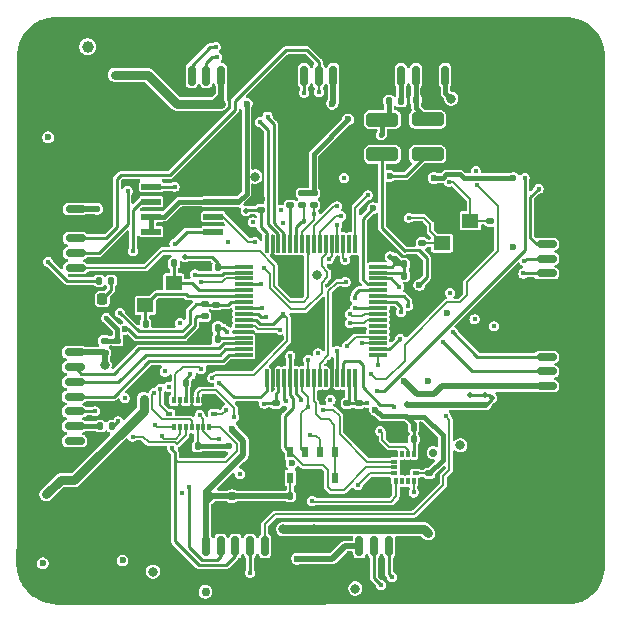
<source format=gbr>
%TF.GenerationSoftware,KiCad,Pcbnew,9.0.0*%
%TF.CreationDate,2025-03-25T10:56:33+03:00*%
%TF.ProjectId,Autopilot DronmarketV2,4175746f-7069-46c6-9f74-2044726f6e6d,rev?*%
%TF.SameCoordinates,Original*%
%TF.FileFunction,Copper,L1,Top*%
%TF.FilePolarity,Positive*%
%FSLAX46Y46*%
G04 Gerber Fmt 4.6, Leading zero omitted, Abs format (unit mm)*
G04 Created by KiCad (PCBNEW 9.0.0) date 2025-03-25 10:56:33*
%MOMM*%
%LPD*%
G01*
G04 APERTURE LIST*
G04 Aperture macros list*
%AMRoundRect*
0 Rectangle with rounded corners*
0 $1 Rounding radius*
0 $2 $3 $4 $5 $6 $7 $8 $9 X,Y pos of 4 corners*
0 Add a 4 corners polygon primitive as box body*
4,1,4,$2,$3,$4,$5,$6,$7,$8,$9,$2,$3,0*
0 Add four circle primitives for the rounded corners*
1,1,$1+$1,$2,$3*
1,1,$1+$1,$4,$5*
1,1,$1+$1,$6,$7*
1,1,$1+$1,$8,$9*
0 Add four rect primitives between the rounded corners*
20,1,$1+$1,$2,$3,$4,$5,0*
20,1,$1+$1,$4,$5,$6,$7,0*
20,1,$1+$1,$6,$7,$8,$9,0*
20,1,$1+$1,$8,$9,$2,$3,0*%
G04 Aperture macros list end*
%TA.AperFunction,SMDPad,CuDef*%
%ADD10RoundRect,0.140000X0.140000X0.170000X-0.140000X0.170000X-0.140000X-0.170000X0.140000X-0.170000X0*%
%TD*%
%TA.AperFunction,SMDPad,CuDef*%
%ADD11RoundRect,0.073750X0.746250X0.221250X-0.746250X0.221250X-0.746250X-0.221250X0.746250X-0.221250X0*%
%TD*%
%TA.AperFunction,SMDPad,CuDef*%
%ADD12RoundRect,0.087500X0.087500X-0.207500X0.087500X0.207500X-0.087500X0.207500X-0.087500X-0.207500X0*%
%TD*%
%TA.AperFunction,SMDPad,CuDef*%
%ADD13RoundRect,0.087500X0.207500X-0.087500X0.207500X0.087500X-0.207500X0.087500X-0.207500X-0.087500X0*%
%TD*%
%TA.AperFunction,SMDPad,CuDef*%
%ADD14RoundRect,0.140000X-0.170000X0.140000X-0.170000X-0.140000X0.170000X-0.140000X0.170000X0.140000X0*%
%TD*%
%TA.AperFunction,SMDPad,CuDef*%
%ADD15RoundRect,0.150000X0.150000X0.700000X-0.150000X0.700000X-0.150000X-0.700000X0.150000X-0.700000X0*%
%TD*%
%TA.AperFunction,SMDPad,CuDef*%
%ADD16RoundRect,0.250000X0.250000X1.100000X-0.250000X1.100000X-0.250000X-1.100000X0.250000X-1.100000X0*%
%TD*%
%TA.AperFunction,SMDPad,CuDef*%
%ADD17RoundRect,0.140000X-0.140000X-0.170000X0.140000X-0.170000X0.140000X0.170000X-0.140000X0.170000X0*%
%TD*%
%TA.AperFunction,SMDPad,CuDef*%
%ADD18RoundRect,0.250000X1.100000X-0.325000X1.100000X0.325000X-1.100000X0.325000X-1.100000X-0.325000X0*%
%TD*%
%TA.AperFunction,ComponentPad*%
%ADD19C,0.800000*%
%TD*%
%TA.AperFunction,ComponentPad*%
%ADD20C,6.400000*%
%TD*%
%TA.AperFunction,SMDPad,CuDef*%
%ADD21R,1.400000X1.200000*%
%TD*%
%TA.AperFunction,SMDPad,CuDef*%
%ADD22RoundRect,0.075000X-0.700000X-0.075000X0.700000X-0.075000X0.700000X0.075000X-0.700000X0.075000X0*%
%TD*%
%TA.AperFunction,SMDPad,CuDef*%
%ADD23RoundRect,0.075000X-0.075000X-0.700000X0.075000X-0.700000X0.075000X0.700000X-0.075000X0.700000X0*%
%TD*%
%TA.AperFunction,SMDPad,CuDef*%
%ADD24RoundRect,0.150000X0.700000X-0.150000X0.700000X0.150000X-0.700000X0.150000X-0.700000X-0.150000X0*%
%TD*%
%TA.AperFunction,SMDPad,CuDef*%
%ADD25RoundRect,0.250000X1.100000X-0.250000X1.100000X0.250000X-1.100000X0.250000X-1.100000X-0.250000X0*%
%TD*%
%TA.AperFunction,SMDPad,CuDef*%
%ADD26RoundRect,0.135000X-0.185000X0.135000X-0.185000X-0.135000X0.185000X-0.135000X0.185000X0.135000X0*%
%TD*%
%TA.AperFunction,SMDPad,CuDef*%
%ADD27RoundRect,0.135000X0.185000X-0.135000X0.185000X0.135000X-0.185000X0.135000X-0.185000X-0.135000X0*%
%TD*%
%TA.AperFunction,SMDPad,CuDef*%
%ADD28RoundRect,0.150000X-0.150000X-0.700000X0.150000X-0.700000X0.150000X0.700000X-0.150000X0.700000X0*%
%TD*%
%TA.AperFunction,SMDPad,CuDef*%
%ADD29RoundRect,0.250000X-0.250000X-1.100000X0.250000X-1.100000X0.250000X1.100000X-0.250000X1.100000X0*%
%TD*%
%TA.AperFunction,SMDPad,CuDef*%
%ADD30RoundRect,0.140000X0.170000X-0.140000X0.170000X0.140000X-0.170000X0.140000X-0.170000X-0.140000X0*%
%TD*%
%TA.AperFunction,SMDPad,CuDef*%
%ADD31RoundRect,0.250000X-1.100000X0.325000X-1.100000X-0.325000X1.100000X-0.325000X1.100000X0.325000X0*%
%TD*%
%TA.AperFunction,SMDPad,CuDef*%
%ADD32R,0.550000X0.950000*%
%TD*%
%TA.AperFunction,SMDPad,CuDef*%
%ADD33RoundRect,0.135000X-0.135000X-0.185000X0.135000X-0.185000X0.135000X0.185000X-0.135000X0.185000X0*%
%TD*%
%TA.AperFunction,SMDPad,CuDef*%
%ADD34RoundRect,0.150000X-0.700000X0.150000X-0.700000X-0.150000X0.700000X-0.150000X0.700000X0.150000X0*%
%TD*%
%TA.AperFunction,SMDPad,CuDef*%
%ADD35RoundRect,0.250000X-1.100000X0.250000X-1.100000X-0.250000X1.100000X-0.250000X1.100000X0.250000X0*%
%TD*%
%TA.AperFunction,SMDPad,CuDef*%
%ADD36RoundRect,0.135000X0.135000X0.185000X-0.135000X0.185000X-0.135000X-0.185000X0.135000X-0.185000X0*%
%TD*%
%TA.AperFunction,SMDPad,CuDef*%
%ADD37R,0.350000X0.590000*%
%TD*%
%TA.AperFunction,SMDPad,CuDef*%
%ADD38R,0.590000X0.350000*%
%TD*%
%TA.AperFunction,SMDPad,CuDef*%
%ADD39RoundRect,0.218750X0.218750X0.256250X-0.218750X0.256250X-0.218750X-0.256250X0.218750X-0.256250X0*%
%TD*%
%TA.AperFunction,ViaPad*%
%ADD40C,0.600000*%
%TD*%
%TA.AperFunction,ViaPad*%
%ADD41C,0.450000*%
%TD*%
%TA.AperFunction,ViaPad*%
%ADD42C,0.762000*%
%TD*%
%TA.AperFunction,ViaPad*%
%ADD43C,0.500000*%
%TD*%
%TA.AperFunction,ViaPad*%
%ADD44C,0.800000*%
%TD*%
%TA.AperFunction,ViaPad*%
%ADD45C,0.700000*%
%TD*%
%TA.AperFunction,ViaPad*%
%ADD46C,1.000000*%
%TD*%
%TA.AperFunction,Conductor*%
%ADD47C,0.200000*%
%TD*%
%TA.AperFunction,Conductor*%
%ADD48C,0.203200*%
%TD*%
%TA.AperFunction,Conductor*%
%ADD49C,0.254000*%
%TD*%
%TA.AperFunction,Conductor*%
%ADD50C,0.508000*%
%TD*%
%TA.AperFunction,Conductor*%
%ADD51C,0.381000*%
%TD*%
%TA.AperFunction,Conductor*%
%ADD52C,0.762000*%
%TD*%
G04 APERTURE END LIST*
D10*
%TO.P,C3,1*%
%TO.N,VDD_3V3_SENS*%
X165405000Y-86450000D03*
%TO.P,C3,2*%
%TO.N,GND*%
X164445000Y-86450000D03*
%TD*%
D11*
%TO.P,U4,1,CS#*%
%TO.N,FRAM_CS*%
X166737500Y-68280000D03*
%TO.P,U4,2,SO*%
%TO.N,SPI2_MISO*%
X166737500Y-67010000D03*
%TO.P,U4,3,WP#*%
%TO.N,VDD_3V3_SENS*%
X166737500Y-65740000D03*
%TO.P,U4,4,VSS*%
%TO.N,GND*%
X166737500Y-64470000D03*
%TO.P,U4,5,SI*%
%TO.N,SPI2_MOSI*%
X161467500Y-64470000D03*
%TO.P,U4,6,SCK*%
%TO.N,SPI2_SCK*%
X161467500Y-65740000D03*
%TO.P,U4,7,HOLD#*%
%TO.N,VDD_3V3_SENS*%
X161467500Y-67010000D03*
%TO.P,U4,8,VDD*%
X161467500Y-68280000D03*
%TD*%
D12*
%TO.P,U2,1,AP_SDO/AP_AD0*%
%TO.N,SPI1_MISO*%
X182200000Y-89415000D03*
%TO.P,U2,2,RESV_2*%
%TO.N,unconnected-(U2-RESV_2-Pad2)*%
X182700000Y-89415000D03*
%TO.P,U2,3,RESV_3*%
%TO.N,unconnected-(U2-RESV_3-Pad3)*%
X183200000Y-89415000D03*
%TO.P,U2,4,INT1/INT*%
%TO.N,ICM42688_INT1_DRDY*%
X183700000Y-89415000D03*
D13*
%TO.P,U2,5,VDDIO*%
%TO.N,VDD_3V3_SENS*%
X183865000Y-88750000D03*
%TO.P,U2,6,GND*%
%TO.N,GND*%
X183865000Y-88250000D03*
%TO.P,U2,7,RESV_7*%
X183865000Y-87750000D03*
D12*
%TO.P,U2,8,VDD*%
%TO.N,VDD_3V3_SENS*%
X183700000Y-87085000D03*
%TO.P,U2,9,INT2/FSYNC/CLKIN*%
%TO.N,ICM42688_INT2_FIFO*%
X183200000Y-87085000D03*
%TO.P,U2,10,RESV_10*%
%TO.N,unconnected-(U2-RESV_10-Pad10)*%
X182700000Y-87085000D03*
%TO.P,U2,11,RESV_11*%
%TO.N,GND*%
X182200000Y-87085000D03*
D13*
%TO.P,U2,12,AP_CS*%
%TO.N,ICM42688_CS*%
X182035000Y-87750000D03*
%TO.P,U2,13,AP_SCL/AP_SCLK*%
%TO.N,SPI1_SCK*%
X182035000Y-88250000D03*
%TO.P,U2,14,AP_SDA/AP_SDIO/AP_SDI*%
%TO.N,SPI1_MOSI*%
X182035000Y-88750000D03*
%TD*%
D14*
%TO.P,C10,1*%
%TO.N,VDD_3V3_MCU*%
X172050000Y-82825000D03*
%TO.P,C10,2*%
%TO.N,GND*%
X172050000Y-83785000D03*
%TD*%
D15*
%TO.P,J5,1,Pin_1*%
%TO.N,VDD_3V3_SENS*%
X176900000Y-55075000D03*
%TO.P,J5,2,Pin_2*%
%TO.N,I2C1_SCL*%
X175650000Y-55075000D03*
%TO.P,J5,3,Pin_3*%
%TO.N,I2C1_SDA*%
X174400000Y-55075000D03*
%TO.P,J5,4,Pin_4*%
%TO.N,GND*%
X173150000Y-55075000D03*
D16*
%TO.P,J5,MP*%
X178750000Y-51875000D03*
X171300000Y-51875000D03*
%TD*%
D17*
%TO.P,C1,1*%
%TO.N,VDD_3V3_SENS*%
X164395000Y-81075000D03*
%TO.P,C1,2*%
%TO.N,GND*%
X165355000Y-81075000D03*
%TD*%
D18*
%TO.P,C21,1*%
%TO.N,Net-(U5-VIN)*%
X184875000Y-61725000D03*
%TO.P,C21,2*%
%TO.N,CAM_IN*%
X184875000Y-58775000D03*
%TD*%
D19*
%TO.P,H1,1,1*%
%TO.N,GND*%
X157325000Y-59675000D03*
X158027944Y-57977944D03*
X158027944Y-61372056D03*
X159725000Y-57275000D03*
D20*
X159725000Y-59675000D03*
D19*
X159725000Y-62075000D03*
X161422056Y-57977944D03*
X161422056Y-61372056D03*
X162125000Y-59675000D03*
%TD*%
D21*
%TO.P,Y1,1,1*%
%TO.N,/MCU (STM32F405)/OSC_IN+*%
X163375000Y-72625000D03*
%TO.P,Y1,2,2*%
%TO.N,GND*%
X160975000Y-72625000D03*
%TO.P,Y1,3,3*%
%TO.N,/MCU (STM32F405)/OSC_OUT-*%
X160975000Y-74525000D03*
%TO.P,Y1,4,4*%
%TO.N,GND*%
X163375000Y-74525000D03*
%TD*%
D22*
%TO.P,U3,1,VBAT*%
%TO.N,VDD_3V3_MCU*%
X169325000Y-71250000D03*
%TO.P,U3,2,PC13*%
%TO.N,BMI088_INT1_ACCEL*%
X169325000Y-71750000D03*
%TO.P,U3,3,PC14*%
%TO.N,BMI088_INT2_ACCEL*%
X169325000Y-72250000D03*
%TO.P,U3,4,PC15*%
%TO.N,BMI088_INT3_GYRO*%
X169325000Y-72750000D03*
%TO.P,U3,5,PH0*%
%TO.N,/MCU (STM32F405)/OSC_IN+*%
X169325000Y-73250000D03*
%TO.P,U3,6,PH1*%
%TO.N,/MCU (STM32F405)/OSC_OUT-*%
X169325000Y-73750000D03*
%TO.P,U3,7,NRST*%
%TO.N,NRST*%
X169325000Y-74250000D03*
%TO.P,U3,8,PC0*%
%TO.N,BMI088_INT4_GYRO*%
X169325000Y-74750000D03*
%TO.P,U3,9,PC1*%
%TO.N,ADC1_IN11*%
X169325000Y-75250000D03*
%TO.P,U3,10,PC2*%
%TO.N,SPI2_MISO*%
X169325000Y-75750000D03*
%TO.P,U3,11,PC3*%
%TO.N,SPI2_MOSI*%
X169325000Y-76250000D03*
%TO.P,U3,12,VSSA*%
%TO.N,GND*%
X169325000Y-76750000D03*
%TO.P,U3,13,VDDA*%
%TO.N,VDD_3V3_MCU*%
X169325000Y-77250000D03*
%TO.P,U3,14,PA0*%
%TO.N,TIM2_CH1*%
X169325000Y-77750000D03*
%TO.P,U3,15,PA1*%
%TO.N,TIM2_CH2*%
X169325000Y-78250000D03*
%TO.P,U3,16,PA2*%
%TO.N,TIM2_CH3*%
X169325000Y-78750000D03*
D23*
%TO.P,U3,17,PA3*%
%TO.N,TIM2_CH4*%
X171250000Y-80675000D03*
%TO.P,U3,18,VSS*%
%TO.N,GND*%
X171750000Y-80675000D03*
%TO.P,U3,19,VDD*%
%TO.N,VDD_3V3_MCU*%
X172250000Y-80675000D03*
%TO.P,U3,20,PA4*%
%TO.N,ADC1_IN4*%
X172750000Y-80675000D03*
%TO.P,U3,21,PA5*%
%TO.N,SPI1_SCK*%
X173250000Y-80675000D03*
%TO.P,U3,22,PA6*%
%TO.N,SPI1_MISO*%
X173750000Y-80675000D03*
%TO.P,U3,23,PA7*%
%TO.N,SPI1_MOSI*%
X174250000Y-80675000D03*
%TO.P,U3,24,PC4*%
%TO.N,ICM42688_CS*%
X174750000Y-80675000D03*
%TO.P,U3,25,PC5*%
%TO.N,MS5611_CS*%
X175250000Y-80675000D03*
%TO.P,U3,26,PB0*%
%TO.N,OSD_CS*%
X175750000Y-80675000D03*
%TO.P,U3,27,PB1*%
%TO.N,unconnected-(U3-PB1-Pad27)*%
X176250000Y-80675000D03*
%TO.P,U3,28,PB2*%
%TO.N,GND*%
X176750000Y-80675000D03*
%TO.P,U3,29,PB10*%
%TO.N,USART3_TX*%
X177250000Y-80675000D03*
%TO.P,U3,30,PB11*%
%TO.N,USART3_RX*%
X177750000Y-80675000D03*
%TO.P,U3,31,VCAP_1*%
%TO.N,VDD_3V3_MCU*%
X178250000Y-80675000D03*
%TO.P,U3,32,VDD*%
X178750000Y-80675000D03*
D22*
%TO.P,U3,33,PB12*%
%TO.N,SPI2_ext_CS*%
X180675000Y-78750000D03*
%TO.P,U3,34,PB13*%
%TO.N,SPI2_SCK*%
X180675000Y-78250000D03*
%TO.P,U3,35,PB14*%
%TO.N,BMI088_ACCEL_CS*%
X180675000Y-77750000D03*
%TO.P,U3,36,PB15*%
%TO.N,BMI088_GYRO_CS*%
X180675000Y-77250000D03*
%TO.P,U3,37,PC6*%
%TO.N,unconnected-(U3-PC6-Pad37)*%
X180675000Y-76750000D03*
%TO.P,U3,38,PC7*%
%TO.N,unconnected-(U3-PC7-Pad38)*%
X180675000Y-76250000D03*
%TO.P,U3,39,PC8*%
%TO.N,SDIO_D0*%
X180675000Y-75750000D03*
%TO.P,U3,40,PC9*%
%TO.N,SDIO_D1*%
X180675000Y-75250000D03*
%TO.P,U3,41,PA8*%
%TO.N,FRAM_CS*%
X180675000Y-74750000D03*
%TO.P,U3,42,PA9*%
%TO.N,USART1_TX*%
X180675000Y-74250000D03*
%TO.P,U3,43,PA10*%
%TO.N,USART1_RX*%
X180675000Y-73750000D03*
%TO.P,U3,44,PA11*%
%TO.N,USB_D_N*%
X180675000Y-73250000D03*
%TO.P,U3,45,PA12*%
%TO.N,USB_D_P*%
X180675000Y-72750000D03*
%TO.P,U3,46,PA13*%
%TO.N,SWDIO*%
X180675000Y-72250000D03*
%TO.P,U3,47,VCAP_2*%
%TO.N,VDD_3V3_MCU*%
X180675000Y-71750000D03*
%TO.P,U3,48,VDD*%
X180675000Y-71250000D03*
D23*
%TO.P,U3,49,PA14*%
%TO.N,SWCLK*%
X178750000Y-69325000D03*
%TO.P,U3,50,PA15*%
%TO.N,unconnected-(U3-PA15-Pad50)*%
X178250000Y-69325000D03*
%TO.P,U3,51,PC10*%
%TO.N,SDIO_D2*%
X177750000Y-69325000D03*
%TO.P,U3,52,PC11*%
%TO.N,SDIO_D3*%
X177250000Y-69325000D03*
%TO.P,U3,53,PC12*%
%TO.N,SDIO_SCK*%
X176750000Y-69325000D03*
%TO.P,U3,54,PD2*%
%TO.N,SDIO_CMD*%
X176250000Y-69325000D03*
%TO.P,U3,55,PB3*%
%TO.N,ICM42688_INT1_DRDY*%
X175750000Y-69325000D03*
%TO.P,U3,56,PB4*%
%TO.N,ICM42688_INT2_FIFO*%
X175250000Y-69325000D03*
%TO.P,U3,57,PB5*%
%TO.N,QMC5883_INT_DRDY*%
X174750000Y-69325000D03*
%TO.P,U3,58,PB6*%
%TO.N,I2C1_SCL*%
X174250000Y-69325000D03*
%TO.P,U3,59,PB7*%
%TO.N,I2C1_SDA*%
X173750000Y-69325000D03*
%TO.P,U3,60,BOOT0*%
%TO.N,Net-(U3-BOOT0)*%
X173250000Y-69325000D03*
%TO.P,U3,61,PB8*%
%TO.N,CAN1_RX*%
X172750000Y-69325000D03*
%TO.P,U3,62,PB9*%
%TO.N,CAN1_TX*%
X172250000Y-69325000D03*
%TO.P,U3,63,VSS*%
%TO.N,GND*%
X171750000Y-69325000D03*
%TO.P,U3,64,VDD*%
%TO.N,VDD_3V3_MCU*%
X171250000Y-69325000D03*
%TD*%
D24*
%TO.P,J9,1,Pin_1*%
%TO.N,SWDIO*%
X194950000Y-71825000D03*
%TO.P,J9,2,Pin_2*%
%TO.N,SWCLK*%
X194950000Y-70575000D03*
%TO.P,J9,3,Pin_3*%
%TO.N,NRST*%
X194950000Y-69325000D03*
%TO.P,J9,4,Pin_4*%
%TO.N,GND*%
X194950000Y-68075000D03*
D25*
%TO.P,J9,MP*%
X198150000Y-73675000D03*
X198150000Y-66225000D03*
%TD*%
D14*
%TO.P,C16,1*%
%TO.N,VDD_3V3_MCU*%
X178050000Y-82820000D03*
%TO.P,C16,2*%
%TO.N,GND*%
X178050000Y-83780000D03*
%TD*%
D15*
%TO.P,J7,1,Pin_1*%
%TO.N,VDD_9V_OUT*%
X186375000Y-55075000D03*
%TO.P,J7,2,Pin_2*%
%TO.N,GND*%
X185125000Y-55075000D03*
%TO.P,J7,3,Pin_3*%
%TO.N,CAM_IN*%
X183875000Y-55075000D03*
%TO.P,J7,4,Pin_4*%
%TO.N,VTX*%
X182625000Y-55075000D03*
D16*
%TO.P,J7,MP*%
%TO.N,GND*%
X188225000Y-51875000D03*
X180775000Y-51875000D03*
%TD*%
D26*
%TO.P,R5,1*%
%TO.N,ADC1_IN11*%
X158600000Y-77515000D03*
%TO.P,R5,2*%
%TO.N,GND*%
X158600000Y-78535000D03*
%TD*%
D24*
%TO.P,J1,1,Pin_1*%
%TO.N,VDD_3V3_SENS*%
X194950000Y-81375000D03*
%TO.P,J1,2,Pin_2*%
%TO.N,USART1_TX*%
X194950000Y-80125000D03*
%TO.P,J1,3,Pin_3*%
%TO.N,USART1_RX*%
X194950000Y-78875000D03*
%TO.P,J1,4,Pin_4*%
%TO.N,GND*%
X194950000Y-77625000D03*
D25*
%TO.P,J1,MP*%
X198150000Y-83225000D03*
X198150000Y-75775000D03*
%TD*%
D27*
%TO.P,R24,1*%
%TO.N,I2C1_SDA*%
X174250000Y-66060000D03*
%TO.P,R24,2*%
%TO.N,VDD_3V3_SENS*%
X174250000Y-65040000D03*
%TD*%
D14*
%TO.P,C5,1*%
%TO.N,VDD_3V3_SENS*%
X185025000Y-88740000D03*
%TO.P,C5,2*%
%TO.N,GND*%
X185025000Y-89700000D03*
%TD*%
D28*
%TO.P,J3,1,Pin_1*%
%TO.N,VDD_3V3_SENS*%
X179100000Y-94900000D03*
%TO.P,J3,2,Pin_2*%
%TO.N,USART3_TX*%
X180350000Y-94900000D03*
%TO.P,J3,3,Pin_3*%
%TO.N,USART3_RX*%
X181600000Y-94900000D03*
%TO.P,J3,4,Pin_4*%
%TO.N,GND*%
X182850000Y-94900000D03*
D29*
%TO.P,J3,MP*%
X177250000Y-98100000D03*
X184700000Y-98100000D03*
%TD*%
D17*
%TO.P,C4,1*%
%TO.N,GND*%
X182750000Y-85875000D03*
%TO.P,C4,2*%
%TO.N,VDD_3V3_SENS*%
X183710000Y-85875000D03*
%TD*%
D10*
%TO.P,C14,1*%
%TO.N,VDD_3V3_MCU*%
X167110000Y-76400000D03*
%TO.P,C14,2*%
%TO.N,GND*%
X166150000Y-76400000D03*
%TD*%
D19*
%TO.P,H4,1,1*%
%TO.N,GND*%
X187825000Y-90175000D03*
X188527944Y-88477944D03*
X188527944Y-91872056D03*
X190225000Y-87775000D03*
D20*
X190225000Y-90175000D03*
D19*
X190225000Y-92575000D03*
X191922056Y-88477944D03*
X191922056Y-91872056D03*
X192625000Y-90175000D03*
%TD*%
D28*
%TO.P,J4,1,Pin_1*%
%TO.N,VDD_3V3_SENS*%
X166100000Y-94900000D03*
%TO.P,J4,2,Pin_2*%
%TO.N,SPI2_MISO*%
X167350000Y-94900000D03*
%TO.P,J4,3,Pin_3*%
%TO.N,SPI2_MOSI*%
X168600000Y-94900000D03*
%TO.P,J4,4,Pin_4*%
%TO.N,SPI2_SCK*%
X169850000Y-94900000D03*
%TO.P,J4,5,Pin_5*%
%TO.N,SPI2_ext_CS*%
X171100000Y-94900000D03*
%TO.P,J4,6,Pin_6*%
%TO.N,GND*%
X172350000Y-94900000D03*
D29*
%TO.P,J4,MP*%
X164250000Y-98100000D03*
X174200000Y-98100000D03*
%TD*%
D30*
%TO.P,C6,1*%
%TO.N,GND*%
X166975000Y-75430000D03*
%TO.P,C6,2*%
%TO.N,NRST*%
X166975000Y-74470000D03*
%TD*%
D31*
%TO.P,C25,1*%
%TO.N,/OSD and FRAM/SAG*%
X181050000Y-58800000D03*
%TO.P,C25,2*%
%TO.N,Net-(U5-VOUT)*%
X181050000Y-61750000D03*
%TD*%
D17*
%TO.P,C8,1*%
%TO.N,/MCU (STM32F405)/OSC_OUT-*%
X160995000Y-76100000D03*
%TO.P,C8,2*%
%TO.N,GND*%
X161955000Y-76100000D03*
%TD*%
D15*
%TO.P,J2,1,Pin_1*%
%TO.N,VDD_3V3_SENS*%
X167400000Y-55075000D03*
%TO.P,J2,2,Pin_2*%
%TO.N,CAN1_TX*%
X166150000Y-55075000D03*
%TO.P,J2,3,Pin_3*%
%TO.N,CAN1_RX*%
X164900000Y-55075000D03*
%TO.P,J2,4,Pin_4*%
%TO.N,GND*%
X163650000Y-55075000D03*
D16*
%TO.P,J2,MP*%
X161800000Y-51875000D03*
X169250000Y-51875000D03*
%TD*%
D27*
%TO.P,R2,1*%
%TO.N,VDD_3V3_MCU*%
X166000000Y-75460000D03*
%TO.P,R2,2*%
%TO.N,NRST*%
X166000000Y-74440000D03*
%TD*%
D17*
%TO.P,C49,1*%
%TO.N,VDD_3V3_SENS*%
X173247500Y-90672500D03*
%TO.P,C49,2*%
%TO.N,GND*%
X174207500Y-90672500D03*
%TD*%
D27*
%TO.P,R4,1*%
%TO.N,VCC*%
X157525000Y-78535000D03*
%TO.P,R4,2*%
%TO.N,ADC1_IN11*%
X157525000Y-77515000D03*
%TD*%
D14*
%TO.P,C19,1*%
%TO.N,/OSD and FRAM/XFB*%
X190175000Y-67370000D03*
%TO.P,C19,2*%
%TO.N,GND*%
X190175000Y-68330000D03*
%TD*%
D30*
%TO.P,C13,1*%
%TO.N,VDD_3V3_MCU*%
X170750000Y-66455000D03*
%TO.P,C13,2*%
%TO.N,GND*%
X170750000Y-65495000D03*
%TD*%
D26*
%TO.P,R23,1*%
%TO.N,VDD_3V3_SENS*%
X175225000Y-65035000D03*
%TO.P,R23,2*%
%TO.N,I2C1_SCL*%
X175225000Y-66055000D03*
%TD*%
D19*
%TO.P,H3,1,1*%
%TO.N,GND*%
X157325000Y-90175000D03*
X158027944Y-88477944D03*
X158027944Y-91872056D03*
X159725000Y-87775000D03*
D20*
X159725000Y-90175000D03*
D19*
X159725000Y-92575000D03*
X161422056Y-88477944D03*
X161422056Y-91872056D03*
X162125000Y-90175000D03*
%TD*%
D32*
%TO.P,U11,1,VDD*%
%TO.N,VDD_3V3_SENS*%
X173250000Y-89125000D03*
%TO.P,U11,2,PS*%
%TO.N,GND*%
X174500000Y-89125000D03*
%TO.P,U11,3,GND*%
X175750000Y-89125000D03*
%TO.P,U11,4,CSB*%
%TO.N,MS5611_CS*%
X177000000Y-89125000D03*
%TO.P,U11,5,CSB*%
X177000000Y-86975000D03*
%TO.P,U11,6,SDO*%
%TO.N,SPI1_MISO*%
X175750000Y-86975000D03*
%TO.P,U11,7,SDI/SDA*%
%TO.N,SPI1_MOSI*%
X174500000Y-86975000D03*
%TO.P,U11,8,SCLK*%
%TO.N,SPI1_SCK*%
X173250000Y-86975000D03*
%TD*%
D33*
%TO.P,R25,1*%
%TO.N,VDD_5V_IN*%
X157080000Y-72440000D03*
%TO.P,R25,2*%
%TO.N,Net-(D1-A)*%
X158100000Y-72440000D03*
%TD*%
D34*
%TO.P,J6,1,Pin_1*%
%TO.N,GND*%
X155000000Y-77250000D03*
%TO.P,J6,2,Pin_2*%
%TO.N,VCC*%
X155000000Y-78500000D03*
%TO.P,J6,3,Pin_3*%
%TO.N,TIM2_CH1*%
X155000000Y-79750000D03*
%TO.P,J6,4,Pin_4*%
%TO.N,TIM2_CH2*%
X155000000Y-81000000D03*
%TO.P,J6,5,Pin_5*%
%TO.N,TIM2_CH3*%
X155000000Y-82250000D03*
%TO.P,J6,6,Pin_6*%
%TO.N,TIM2_CH4*%
X155000000Y-83500000D03*
%TO.P,J6,7,Pin_7*%
%TO.N,Net-(J6-Pin_7)*%
X155000000Y-84750000D03*
%TO.P,J6,8,Pin_8*%
%TO.N,unconnected-(J6-Pin_8-Pad8)*%
X155000000Y-86000000D03*
D35*
%TO.P,J6,MP*%
%TO.N,GND*%
X151800000Y-75400000D03*
X151800000Y-87850000D03*
%TD*%
D17*
%TO.P,C2,1*%
%TO.N,GND*%
X182745000Y-84875000D03*
%TO.P,C2,2*%
%TO.N,VDD_3V3_SENS*%
X183705000Y-84875000D03*
%TD*%
D21*
%TO.P,Y2,1,1*%
%TO.N,/OSD and FRAM/CLKIN*%
X186100000Y-69257500D03*
%TO.P,Y2,2,2*%
%TO.N,GND*%
X188500000Y-69257500D03*
%TO.P,Y2,3,3*%
%TO.N,/OSD and FRAM/XFB*%
X188500000Y-67357500D03*
%TO.P,Y2,4,4*%
%TO.N,GND*%
X186100000Y-67357500D03*
%TD*%
D14*
%TO.P,C11,1*%
%TO.N,VDD_3V3_MCU*%
X179050000Y-82820000D03*
%TO.P,C11,2*%
%TO.N,GND*%
X179050000Y-83780000D03*
%TD*%
D17*
%TO.P,C12,1*%
%TO.N,VDD_3V3_MCU*%
X182920000Y-71025000D03*
%TO.P,C12,2*%
%TO.N,GND*%
X183880000Y-71025000D03*
%TD*%
D26*
%TO.P,R3,1*%
%TO.N,GND*%
X173250000Y-65035000D03*
%TO.P,R3,2*%
%TO.N,Net-(U3-BOOT0)*%
X173250000Y-66055000D03*
%TD*%
D36*
%TO.P,R10,1*%
%TO.N,VTX*%
X182635000Y-57225000D03*
%TO.P,R10,2*%
%TO.N,/OSD and FRAM/SAG*%
X181615000Y-57225000D03*
%TD*%
D33*
%TO.P,R1,1*%
%TO.N,Net-(J6-Pin_7)*%
X157165000Y-84750000D03*
%TO.P,R1,2*%
%TO.N,ADC1_IN4*%
X158185000Y-84750000D03*
%TD*%
D34*
%TO.P,J11,1,Pin_1*%
%TO.N,VDD_3V3_SENS*%
X155075000Y-66350000D03*
%TO.P,J11,2,Pin_2*%
%TO.N,GND*%
X155075000Y-67600000D03*
%TO.P,J11,3,Pin_3*%
%TO.N,I2C1_SCL*%
X155075000Y-68850000D03*
%TO.P,J11,4,Pin_4*%
%TO.N,I2C1_SDA*%
X155075000Y-70100000D03*
%TO.P,J11,5,Pin_5*%
%TO.N,QMC5883_INT_DRDY*%
X155075000Y-71350000D03*
D35*
%TO.P,J11,MP*%
%TO.N,GND*%
X151875000Y-64500000D03*
X151875000Y-73200000D03*
%TD*%
D10*
%TO.P,C9,1*%
%TO.N,VDD_3V3_MCU*%
X167150000Y-71275000D03*
%TO.P,C9,2*%
%TO.N,GND*%
X166190000Y-71275000D03*
%TD*%
D37*
%TO.P,U1,1,INT2*%
%TO.N,BMI088_INT2_ACCEL*%
X163400000Y-82535000D03*
%TO.P,U1,2,NC*%
%TO.N,GND*%
X163900000Y-82535000D03*
%TO.P,U1,3,VDD*%
%TO.N,VDD_3V3_SENS*%
X164400000Y-82535000D03*
%TO.P,U1,4,GNDA*%
%TO.N,GND*%
X164900000Y-82535000D03*
%TO.P,U1,5,CSB2*%
%TO.N,BMI088_GYRO_CS*%
X165400000Y-82535000D03*
%TO.P,U1,6,GNDIO*%
%TO.N,GND*%
X165900000Y-82535000D03*
%TO.P,U1,7,PS*%
X166400000Y-82535000D03*
D38*
%TO.P,U1,8,SCL/SCK*%
%TO.N,SPI2_SCK*%
X166815000Y-83700000D03*
D37*
%TO.P,U1,9,SDA/SDI*%
%TO.N,SPI2_MOSI*%
X166400000Y-84865000D03*
%TO.P,U1,10,SDO2*%
%TO.N,SPI2_MISO*%
X165900000Y-84865000D03*
%TO.P,U1,11,VDDIO*%
%TO.N,VDD_3V3_SENS*%
X165400000Y-84865000D03*
%TO.P,U1,12,INT3*%
%TO.N,BMI088_INT3_GYRO*%
X164900000Y-84865000D03*
%TO.P,U1,13,INT4*%
%TO.N,BMI088_INT4_GYRO*%
X164400000Y-84865000D03*
%TO.P,U1,14,CSB1*%
%TO.N,BMI088_ACCEL_CS*%
X163900000Y-84865000D03*
%TO.P,U1,15,SDO1*%
%TO.N,SPI2_MISO*%
X163400000Y-84865000D03*
D38*
%TO.P,U1,16,INT1*%
%TO.N,BMI088_INT1_ACCEL*%
X162985000Y-83700000D03*
%TD*%
D10*
%TO.P,C15,1*%
%TO.N,VDD_3V3_MCU*%
X167110000Y-77375000D03*
%TO.P,C15,2*%
%TO.N,GND*%
X166150000Y-77375000D03*
%TD*%
D30*
%TO.P,C18,1*%
%TO.N,/OSD and FRAM/CLKIN*%
X184400000Y-69255000D03*
%TO.P,C18,2*%
%TO.N,GND*%
X184400000Y-68295000D03*
%TD*%
D39*
%TO.P,D1,1,K*%
%TO.N,GND*%
X158917500Y-73970000D03*
%TO.P,D1,2,A*%
%TO.N,Net-(D1-A)*%
X157342500Y-73970000D03*
%TD*%
D30*
%TO.P,C22,1*%
%TO.N,VDD_3V3_SENS*%
X168752500Y-65755000D03*
%TO.P,C22,2*%
%TO.N,GND*%
X168752500Y-64795000D03*
%TD*%
D17*
%TO.P,C17,1*%
%TO.N,VDD_3V3_MCU*%
X182920000Y-72000000D03*
%TO.P,C17,2*%
%TO.N,GND*%
X183880000Y-72000000D03*
%TD*%
D19*
%TO.P,H2,1,1*%
%TO.N,GND*%
X187825000Y-59675000D03*
X188527944Y-57977944D03*
X188527944Y-61372056D03*
X190225000Y-57275000D03*
D20*
X190225000Y-59675000D03*
D19*
X190225000Y-62075000D03*
X191922056Y-57977944D03*
X191922056Y-61372056D03*
X192625000Y-59675000D03*
%TD*%
D36*
%TO.P,R8,1*%
%TO.N,GND*%
X184910000Y-57125000D03*
%TO.P,R8,2*%
%TO.N,CAM_IN*%
X183890000Y-57125000D03*
%TD*%
D10*
%TO.P,C7,1*%
%TO.N,/MCU (STM32F405)/OSC_IN+*%
X163400000Y-70975000D03*
%TO.P,C7,2*%
%TO.N,GND*%
X162440000Y-70975000D03*
%TD*%
D40*
%TO.N,GND*%
X193125000Y-95850000D03*
X196575000Y-54250000D03*
X192200000Y-95850000D03*
X192200000Y-96800000D03*
X195650000Y-91100000D03*
X192250000Y-54275000D03*
X196800000Y-81725000D03*
X191400000Y-95850000D03*
X169703544Y-83745000D03*
D41*
X184450000Y-84775000D03*
D40*
X194900000Y-53250000D03*
X196575000Y-52300000D03*
X189675000Y-96775000D03*
X194900000Y-56125000D03*
X196525000Y-97775000D03*
X155725000Y-97775000D03*
X196575000Y-53250000D03*
D41*
X166100000Y-83275000D03*
D40*
X194900000Y-52300000D03*
X197375000Y-58050000D03*
X153400000Y-92825000D03*
X195650000Y-92050000D03*
D41*
X177200000Y-76000000D03*
D40*
X196450000Y-94000000D03*
X196450000Y-89175000D03*
X190475000Y-94900000D03*
X192250000Y-53275000D03*
X197325000Y-94950000D03*
X168625000Y-60775000D03*
X195650000Y-97775000D03*
X195700000Y-52300000D03*
X191400000Y-97750000D03*
X197325000Y-88225000D03*
D41*
X170425000Y-60925000D03*
D40*
X198125000Y-93050000D03*
X153825000Y-62550000D03*
X195650000Y-96825000D03*
D41*
X163395500Y-74525000D03*
D40*
X153400000Y-93825000D03*
X196150000Y-75875000D03*
X167825000Y-60775000D03*
X196450000Y-92050000D03*
X194850000Y-96825000D03*
X193125000Y-54275000D03*
X194900000Y-61900000D03*
X194900000Y-59000000D03*
X197325000Y-85325000D03*
X153775000Y-97775000D03*
X157925000Y-53725000D03*
D42*
X196125000Y-64125000D03*
D40*
X195650000Y-89175000D03*
X194725000Y-94925000D03*
X157125000Y-51775000D03*
X196450000Y-86275000D03*
X173975000Y-73250000D03*
X197325000Y-87275000D03*
X196450000Y-90175000D03*
D41*
X160800000Y-81625000D03*
D40*
X196575000Y-61900000D03*
X151875000Y-62550000D03*
X157625000Y-98600000D03*
X159600000Y-51775000D03*
X195700000Y-54250000D03*
X191450000Y-52325000D03*
X193125000Y-52325000D03*
X158625000Y-98600000D03*
X197325000Y-91100000D03*
X195650000Y-88225000D03*
X154725000Y-62550000D03*
X155725000Y-98575000D03*
X197325000Y-86275000D03*
X193925000Y-52325000D03*
X189675000Y-95825000D03*
X160550000Y-86250000D03*
X193125000Y-93975000D03*
X191400000Y-96800000D03*
X171175000Y-77953803D03*
X167260000Y-98590000D03*
X195650000Y-95875000D03*
X194850000Y-95875000D03*
X155054400Y-93827600D03*
X176623001Y-79433933D03*
X196575000Y-55175000D03*
D41*
X158625000Y-69900000D03*
X167625000Y-87075000D03*
D40*
X191450000Y-53275000D03*
X161500000Y-98600000D03*
X198125000Y-85325000D03*
D41*
X159150000Y-70400000D03*
D40*
X196450000Y-93050000D03*
X197325000Y-97775000D03*
D41*
X173510000Y-91640000D03*
X156750000Y-82850000D03*
D40*
X153800000Y-61550000D03*
D41*
X166810000Y-82500000D03*
D40*
X194725000Y-93975000D03*
X189675000Y-94900000D03*
X198125000Y-92050000D03*
D41*
X174120000Y-91650000D03*
D40*
X154775000Y-97775000D03*
X197375000Y-59000000D03*
X197375000Y-52300000D03*
X194725000Y-93025000D03*
X172400000Y-96900000D03*
X195700000Y-61900000D03*
X196575000Y-57125000D03*
X195650000Y-90175000D03*
X193925000Y-96800000D03*
X159600000Y-52725000D03*
X160575000Y-98600000D03*
X167825000Y-59775000D03*
X193925000Y-95850000D03*
X193125000Y-96800000D03*
X173850000Y-75750000D03*
X157925000Y-51775000D03*
X153400000Y-91875000D03*
X193125000Y-94925000D03*
X196575000Y-58050000D03*
X196450000Y-94950000D03*
X195700000Y-56125000D03*
X192200000Y-97750000D03*
X195700000Y-60950000D03*
D41*
X181550000Y-69300000D03*
D40*
X198125000Y-94000000D03*
X196800000Y-69950000D03*
X196450000Y-88225000D03*
X197375000Y-55175000D03*
X192250000Y-52325000D03*
X171425000Y-96875000D03*
X193925000Y-93975000D03*
D41*
X168300000Y-66950000D03*
D40*
X190475000Y-96775000D03*
X195700000Y-57125000D03*
X158800000Y-51775000D03*
X196575000Y-60950000D03*
X154675000Y-61550000D03*
X198125000Y-91100000D03*
X190475000Y-95825000D03*
X197325000Y-92050000D03*
X193925000Y-93025000D03*
X197325000Y-93050000D03*
X197375000Y-57125000D03*
X189675000Y-97725000D03*
X197325000Y-90175000D03*
X156650000Y-98575000D03*
X190475000Y-97725000D03*
X194850000Y-97775000D03*
X195650000Y-93050000D03*
X197325000Y-89175000D03*
X192200000Y-94925000D03*
X198125000Y-87275000D03*
D41*
X174700000Y-91640000D03*
D40*
X193125000Y-97750000D03*
X196525000Y-95875000D03*
X191450000Y-54275000D03*
X198125000Y-94950000D03*
X197325000Y-96825000D03*
X193925000Y-97750000D03*
X191275000Y-94900000D03*
D41*
X161025000Y-70225000D03*
D40*
X194900000Y-55175000D03*
X172400000Y-97700000D03*
D41*
X182750000Y-67725000D03*
D40*
X196450000Y-91100000D03*
X194900000Y-60950000D03*
X164025000Y-59925000D03*
X156650000Y-97775000D03*
X171425000Y-97675000D03*
X195700000Y-53250000D03*
X193925000Y-94925000D03*
X198125000Y-90175000D03*
X194900000Y-62900000D03*
X195700000Y-55175000D03*
X197375000Y-56125000D03*
X197375000Y-54250000D03*
D41*
X161775000Y-71600000D03*
D40*
X195650000Y-94000000D03*
X198125000Y-86275000D03*
X170600000Y-83750000D03*
X159080000Y-72625000D03*
X162475000Y-98625000D03*
X195650000Y-94950000D03*
D41*
X165000000Y-71275000D03*
D40*
X159625000Y-98600000D03*
X195700000Y-62900000D03*
X193925000Y-54275000D03*
X153775000Y-98575000D03*
X197375000Y-53250000D03*
X193925000Y-53275000D03*
D41*
X175925000Y-64000000D03*
D40*
X196525000Y-96825000D03*
X195700000Y-60000000D03*
X155050000Y-92825000D03*
X170520000Y-97690000D03*
X196575000Y-56125000D03*
X154200000Y-93825000D03*
X193125000Y-53275000D03*
X157125000Y-53725000D03*
X197325000Y-95875000D03*
X158399795Y-79363493D03*
X196575000Y-62900000D03*
X198125000Y-88225000D03*
X196450000Y-87275000D03*
X154200000Y-91875000D03*
D41*
X182950000Y-90425000D03*
D40*
X194900000Y-60000000D03*
X198125000Y-89175000D03*
X195650000Y-87275000D03*
X151875000Y-61550000D03*
X197325000Y-94000000D03*
X174925000Y-75875000D03*
X155854400Y-93827600D03*
X154200000Y-92825000D03*
D41*
X168125000Y-66475000D03*
D40*
X194900000Y-54250000D03*
D41*
X186325000Y-71182500D03*
D40*
X154775000Y-98575000D03*
X168625000Y-59775000D03*
D41*
%TO.N,VDD_3V3_SENS*%
X164800000Y-80375000D03*
D40*
X169550000Y-57450000D03*
X158375000Y-55000000D03*
D42*
X168300000Y-90672500D03*
D40*
X152600000Y-90525000D03*
X160825000Y-82450000D03*
X176800000Y-57450000D03*
X178137500Y-58787500D03*
X168075000Y-86450000D03*
X180450000Y-83375000D03*
X152300000Y-96375000D03*
X167400000Y-57450000D03*
X182886058Y-80937528D03*
X173825000Y-95975000D03*
X168357000Y-84969177D03*
X156905000Y-66350000D03*
D41*
%TO.N,NRST*%
X194275000Y-64650000D03*
X158825000Y-75150000D03*
D43*
%TO.N,VDD_3V3_MCU*%
X189750000Y-82100000D03*
D41*
X167925000Y-76750603D03*
D43*
X181726620Y-70398380D03*
X188725000Y-82925000D03*
D40*
X159290499Y-76502211D03*
D41*
X179752038Y-82752038D03*
D43*
X189850000Y-82925000D03*
D41*
X183100000Y-82900000D03*
D43*
X164350000Y-70425000D03*
D41*
X171047797Y-82846696D03*
D43*
X190325000Y-82375000D03*
X188450000Y-82150000D03*
X169495000Y-66530000D03*
D41*
%TO.N,/OSD and FRAM/CLKIN*%
X183275000Y-67100000D03*
%TO.N,/OSD and FRAM/XFB*%
X186700000Y-64040000D03*
%TO.N,/OSD and FRAM/SAG*%
X180950000Y-60100000D03*
D40*
%TO.N,Net-(U5-VIN)*%
X181672749Y-63567251D03*
%TO.N,VDD_5V_IN*%
X152750000Y-60300000D03*
D41*
X152750000Y-70840000D03*
D40*
X185402135Y-63752135D03*
X159050000Y-96115000D03*
D41*
X186780000Y-73480000D03*
D40*
X173370998Y-87904002D03*
D42*
X166075000Y-98775000D03*
D40*
X192125000Y-63750000D03*
X192125000Y-69550000D03*
X186540000Y-75140000D03*
X184875000Y-80925000D03*
%TO.N,Net-(U5-VOUT)*%
X184187840Y-72788891D03*
D44*
%TO.N,VCC*%
X172650000Y-93475000D03*
X157525000Y-79575000D03*
X161625000Y-97075000D03*
X175225000Y-93468000D03*
D42*
X184925000Y-93825000D03*
D44*
%TO.N,VDD_9V_OUT*%
X186875000Y-57025000D03*
X178750000Y-98500000D03*
D45*
X185350000Y-87000000D03*
D44*
X187650000Y-86375000D03*
D46*
%TO.N,VDD_3V3_SD*%
X156100000Y-52625000D03*
D44*
X175500000Y-71975000D03*
X170300000Y-63625000D03*
D41*
%TO.N,USART1_RX*%
X183245325Y-74558753D03*
X187024293Y-76799292D03*
%TO.N,USART1_TX*%
X182625000Y-75075000D03*
X186175000Y-77650000D03*
%TO.N,CAN1_TX*%
X170675000Y-59000000D03*
X167075000Y-53525000D03*
%TO.N,CAN1_RX*%
X171327821Y-58537585D03*
X166925000Y-52650000D03*
%TO.N,USART3_RX*%
X181862500Y-97512500D03*
X182059538Y-83119538D03*
%TO.N,USART3_TX*%
X180950000Y-98200000D03*
X177250000Y-78405403D03*
%TO.N,SPI2_MOSI*%
X163450000Y-64475000D03*
X172373401Y-76575000D03*
X163275000Y-86625000D03*
X162640000Y-80125000D03*
%TO.N,SPI2_ext_CS*%
X180650000Y-79550000D03*
X186400000Y-83900000D03*
%TO.N,SPI2_SCK*%
X169850000Y-97160000D03*
X159925000Y-69925000D03*
X182550000Y-77350000D03*
X167840000Y-83400000D03*
%TO.N,SPI2_MISO*%
X172650000Y-75275000D03*
X164675000Y-89890000D03*
X161777038Y-84647962D03*
X166650000Y-80675000D03*
X167180000Y-85840000D03*
X170260000Y-69150000D03*
X165575000Y-83825000D03*
%TO.N,I2C1_SCL*%
X175675000Y-56475000D03*
X175250000Y-66800000D03*
%TO.N,I2C1_SDA*%
X174400000Y-67420000D03*
X159475000Y-64850000D03*
X174425000Y-56525000D03*
%TO.N,TIM2_CH4*%
X167250000Y-81125000D03*
X156725000Y-83500000D03*
%TO.N,SWCLK*%
X193075000Y-70775000D03*
X179800000Y-65200000D03*
%TO.N,SWDIO*%
X188850000Y-75700000D03*
X192975000Y-71825000D03*
X182475000Y-72975000D03*
%TO.N,SDIO_D3*%
X177225000Y-67725000D03*
%TO.N,SDIO_SCK*%
X176511258Y-70611258D03*
%TO.N,SDIO_D1*%
X178287927Y-75236828D03*
X177800000Y-63750000D03*
%TO.N,SDIO_D2*%
X170060000Y-67500000D03*
X177887500Y-70662500D03*
X172600000Y-67525000D03*
%TO.N,SDIO_D0*%
X178320000Y-76030000D03*
X167960000Y-69200000D03*
%TO.N,ADC1_IN4*%
X172859500Y-82648874D03*
X164100000Y-90375000D03*
X168984000Y-88785002D03*
X158679076Y-84350000D03*
%TO.N,ADC1_IN11*%
X171167523Y-75494603D03*
X157675000Y-75575000D03*
%TO.N,USB_D_P*%
X190500000Y-76300000D03*
D40*
X180275000Y-66300000D03*
D41*
%TO.N,USB_D_N*%
X178750000Y-73925000D03*
%TO.N,BMI088_INT3_GYRO*%
X161720000Y-81950000D03*
X163900000Y-76025000D03*
X170780000Y-72750000D03*
%TO.N,BMI088_INT1_ACCEL*%
X162230000Y-81580000D03*
X165188000Y-71913000D03*
%TO.N,BMI088_GYRO_CS*%
X178050000Y-77953803D03*
X168500000Y-83975000D03*
%TO.N,BMI088_ACCEL_CS*%
X179300000Y-77750000D03*
X162400000Y-85600000D03*
X162950000Y-81420000D03*
%TO.N,BMI088_INT2_ACCEL*%
X165720000Y-79940000D03*
X165726711Y-72539999D03*
%TO.N,BMI088_INT4_GYRO*%
X159900000Y-85650000D03*
X159225000Y-82375000D03*
X170875000Y-74750000D03*
%TO.N,ICM42688_INT1_DRDY*%
X183700000Y-90365000D03*
X177575000Y-66975000D03*
%TO.N,ICM42688_INT2_FIFO*%
X177200000Y-66150000D03*
X180875000Y-85175000D03*
%TO.N,ICM42688_CS*%
X176055000Y-83351735D03*
X174752805Y-79127057D03*
%TO.N,SPI1_MOSI*%
X188952984Y-63140999D03*
X175600000Y-78600000D03*
X178950000Y-89760000D03*
X174745000Y-83105000D03*
X176656554Y-82524000D03*
%TO.N,SPI1_MISO*%
X175097400Y-91097400D03*
X180600000Y-81750000D03*
X174930000Y-85480000D03*
X174127000Y-82525000D03*
X193100000Y-63725000D03*
%TO.N,SPI1_SCK*%
X173250000Y-78800000D03*
X180075000Y-80325000D03*
X189034026Y-64349999D03*
%TO.N,SDIO_CMD*%
X172460000Y-66440000D03*
X171000000Y-71325000D03*
%TO.N,OSD_CS*%
X177930000Y-72560000D03*
%TO.N,FRAM_CS*%
X178720679Y-74751824D03*
X163450000Y-69300000D03*
%TD*%
D47*
%TO.N,GND*%
X172313914Y-70700000D02*
X171750000Y-70136086D01*
X166700109Y-82550109D02*
X166685000Y-82535000D01*
D48*
X166150000Y-76255000D02*
X166975000Y-75430000D01*
D47*
X166685000Y-82535000D02*
X166400000Y-82535000D01*
D48*
X176750000Y-79560932D02*
X176623001Y-79433933D01*
X171750000Y-80675000D02*
X171750000Y-79396626D01*
X176750000Y-81486086D02*
X176750000Y-80675000D01*
D49*
X174207500Y-91016900D02*
X174207500Y-90672500D01*
D47*
X170901000Y-65344000D02*
X170901000Y-61401000D01*
D48*
X176750000Y-80675000D02*
X176750000Y-79560932D01*
D49*
X183600000Y-91075000D02*
X183929999Y-91075000D01*
X182950000Y-90425000D02*
X183600000Y-91075000D01*
D48*
X166150000Y-76400000D02*
X166150000Y-76255000D01*
D50*
X158399795Y-79363493D02*
X158600000Y-79163288D01*
D47*
X161775000Y-71600000D02*
X161775000Y-71275000D01*
X161650000Y-51725000D02*
X159650000Y-51725000D01*
X171750000Y-70136086D02*
X171750000Y-69325000D01*
X171175000Y-78208824D02*
X171175000Y-77953803D01*
D48*
X174000000Y-71375000D02*
X173325000Y-70700000D01*
D47*
X166747000Y-79853000D02*
X169530824Y-79853000D01*
D49*
X174500000Y-89125000D02*
X174500000Y-90380000D01*
D50*
X171300000Y-51875000D02*
X178750000Y-51875000D01*
D48*
X168752500Y-60902500D02*
X168625000Y-60775000D01*
D49*
X198150000Y-85300000D02*
X198125000Y-85325000D01*
D47*
X162075000Y-70975000D02*
X162440000Y-70975000D01*
D50*
X180775000Y-51875000D02*
X178750000Y-51875000D01*
D47*
X189300000Y-98100000D02*
X189675000Y-97725000D01*
D49*
X172010000Y-83745000D02*
X172050000Y-83785000D01*
D47*
X170901000Y-61401000D02*
X170425000Y-60925000D01*
X161775000Y-71275000D02*
X162075000Y-70975000D01*
X165525000Y-81075000D02*
X166747000Y-79853000D01*
D48*
X174000000Y-73225000D02*
X174000000Y-71375000D01*
D50*
X180775000Y-51875000D02*
X188225000Y-51875000D01*
D49*
X163395500Y-74525000D02*
X163375000Y-74545500D01*
X174100000Y-91630000D02*
X174100000Y-91124400D01*
D50*
X158600000Y-79163288D02*
X158600000Y-78535000D01*
D48*
X178050000Y-83780000D02*
X177437400Y-83167400D01*
D49*
X166150000Y-77375000D02*
X164745400Y-77375000D01*
X162775000Y-76100000D02*
X161955000Y-76100000D01*
D47*
X183865000Y-87750000D02*
X183900000Y-87750000D01*
D49*
X159389600Y-77745400D02*
X158600000Y-78535000D01*
D47*
X184700000Y-98100000D02*
X189300000Y-98100000D01*
X182610284Y-70328000D02*
X183183000Y-70328000D01*
X183880000Y-72000000D02*
X183880000Y-71025000D01*
D48*
X177437400Y-82173486D02*
X176750000Y-81486086D01*
D47*
X177250000Y-98100000D02*
X178351000Y-99201000D01*
D49*
X174100000Y-91124400D02*
X174207500Y-91016900D01*
X164745400Y-77375000D02*
X164375000Y-77745400D01*
D47*
X167138602Y-87100000D02*
X165095000Y-87100000D01*
D49*
X185025000Y-89979999D02*
X185025000Y-89700000D01*
D48*
X173325000Y-70700000D02*
X172313914Y-70700000D01*
D47*
X164900000Y-81530000D02*
X165355000Y-81075000D01*
X169530824Y-79853000D02*
X171175000Y-78208824D01*
D49*
X174500000Y-90380000D02*
X174207500Y-90672500D01*
D47*
X165095000Y-87100000D02*
X164445000Y-86450000D01*
D48*
X167138602Y-87100000D02*
X167600000Y-87100000D01*
D47*
X164900000Y-82535000D02*
X164900000Y-81530000D01*
D50*
X169250000Y-51875000D02*
X161800000Y-51875000D01*
D48*
X173850000Y-77296626D02*
X173850000Y-75750000D01*
X168752500Y-64795000D02*
X168752500Y-60902500D01*
D49*
X174120000Y-91650000D02*
X174100000Y-91630000D01*
D48*
X173975000Y-73250000D02*
X174000000Y-73225000D01*
D47*
X198150000Y-66225000D02*
X196125000Y-64200000D01*
D48*
X170136086Y-76750000D02*
X171175000Y-77788914D01*
D47*
X183865000Y-88250000D02*
X183865000Y-88235000D01*
D48*
X171175000Y-77788914D02*
X171175000Y-77953803D01*
D47*
X183599000Y-99201000D02*
X184700000Y-98100000D01*
D48*
X159080000Y-72625000D02*
X160975000Y-72625000D01*
D47*
X161800000Y-51875000D02*
X161650000Y-51725000D01*
D48*
X177437400Y-83167400D02*
X177437400Y-82173486D01*
D47*
X170750000Y-65495000D02*
X170901000Y-65344000D01*
X166810000Y-82500000D02*
X166759891Y-82550109D01*
X159650000Y-51725000D02*
X159600000Y-51775000D01*
X183183000Y-70328000D02*
X183880000Y-71025000D01*
D49*
X198150000Y-75775000D02*
X198150000Y-83225000D01*
D47*
X181582284Y-69300000D02*
X182610284Y-70328000D01*
D48*
X171750000Y-79396626D02*
X173850000Y-77296626D01*
D49*
X183929999Y-91075000D02*
X185025000Y-89979999D01*
D47*
X165355000Y-81075000D02*
X165525000Y-81075000D01*
D50*
X172800000Y-98100000D02*
X172400000Y-97700000D01*
D48*
X169325000Y-76750000D02*
X170136086Y-76750000D01*
D49*
X198150000Y-75775000D02*
X198150000Y-73675000D01*
D48*
X166150000Y-77375000D02*
X166150000Y-76400000D01*
D47*
X181550000Y-69300000D02*
X181582284Y-69300000D01*
X178351000Y-99201000D02*
X183599000Y-99201000D01*
D50*
X174200000Y-98100000D02*
X172800000Y-98100000D01*
D49*
X166190000Y-71275000D02*
X165000000Y-71275000D01*
D47*
X183900000Y-87750000D02*
X184125000Y-87975000D01*
D48*
X167600000Y-87100000D02*
X167625000Y-87075000D01*
D47*
X165900000Y-82535000D02*
X166400000Y-82535000D01*
X183865000Y-88235000D02*
X184125000Y-87975000D01*
D50*
X169250000Y-51875000D02*
X171300000Y-51875000D01*
D48*
X178050000Y-83780000D02*
X179050000Y-83780000D01*
D49*
X198150000Y-83225000D02*
X198150000Y-85300000D01*
D51*
X169703544Y-83745000D02*
X172010000Y-83745000D01*
D49*
X163375000Y-75500000D02*
X162775000Y-76100000D01*
D47*
X166759891Y-82550109D02*
X166700109Y-82550109D01*
D49*
X163375000Y-74545500D02*
X163375000Y-75500000D01*
D47*
X196125000Y-64200000D02*
X196125000Y-64125000D01*
D49*
X164375000Y-77745400D02*
X159389600Y-77745400D01*
D51*
%TO.N,VDD_3V3_SENS*%
X168752500Y-65755000D02*
X168858036Y-65755000D01*
D50*
X156905000Y-66350000D02*
X155075000Y-66350000D01*
D47*
X173247500Y-89127500D02*
X173250000Y-89125000D01*
D51*
X163860000Y-65740000D02*
X166737500Y-65740000D01*
D50*
X176900000Y-55075000D02*
X176900000Y-57350000D01*
D47*
X165400000Y-86010000D02*
X165405000Y-86015000D01*
D51*
X162590000Y-67010000D02*
X163860000Y-65740000D01*
D52*
X167400000Y-57450000D02*
X166710000Y-57450000D01*
D50*
X169275000Y-85968000D02*
X169275000Y-87175000D01*
D47*
X173247500Y-90672500D02*
X173247500Y-89127500D01*
D50*
X173247500Y-90672500D02*
X168300000Y-90672500D01*
D51*
X184575000Y-83950000D02*
X183089999Y-83950000D01*
D50*
X183998530Y-82050000D02*
X182886058Y-80937528D01*
D49*
X164395000Y-81075000D02*
X164395000Y-80780000D01*
X183705000Y-84875000D02*
X183705000Y-87083000D01*
D50*
X166225000Y-90225000D02*
X166100000Y-90225000D01*
X167400000Y-56650000D02*
X167400000Y-55075000D01*
D51*
X169550000Y-65063036D02*
X169550000Y-57450000D01*
D50*
X174250000Y-65040000D02*
X175220000Y-65040000D01*
X166725000Y-90672500D02*
X166602500Y-90672500D01*
D51*
X168075000Y-86450000D02*
X165405000Y-86450000D01*
D47*
X185015000Y-88750000D02*
X185025000Y-88740000D01*
D50*
X166100000Y-90650000D02*
X166100000Y-90225000D01*
D51*
X168858036Y-65755000D02*
X169550000Y-65063036D01*
D52*
X160825000Y-83450000D02*
X160825000Y-82450000D01*
D50*
X194950000Y-81375000D02*
X186117732Y-81375000D01*
D49*
X164395000Y-82530000D02*
X164395000Y-81075000D01*
D50*
X177875000Y-94900000D02*
X176800000Y-95975000D01*
X168357000Y-85050000D02*
X169275000Y-85968000D01*
D48*
X183705000Y-85870000D02*
X183710000Y-85875000D01*
D49*
X164400000Y-82535000D02*
X164395000Y-82530000D01*
D50*
X175220000Y-65040000D02*
X175225000Y-65035000D01*
X176900000Y-57350000D02*
X176800000Y-57450000D01*
X169275000Y-87175000D02*
X166225000Y-90225000D01*
D51*
X181000000Y-83925000D02*
X183064999Y-83925000D01*
D50*
X166547500Y-90672500D02*
X166100000Y-90225000D01*
D47*
X165405000Y-86015000D02*
X165405000Y-86450000D01*
D52*
X153800000Y-89325000D02*
X154950000Y-89325000D01*
X154950000Y-89325000D02*
X160825000Y-83450000D01*
X163625000Y-57450000D02*
X161175000Y-55000000D01*
D50*
X186117732Y-81375000D02*
X185442732Y-82050000D01*
X185442732Y-82050000D02*
X183998530Y-82050000D01*
X166100000Y-94900000D02*
X166100000Y-91175000D01*
X167400000Y-57450000D02*
X167400000Y-56650000D01*
X167400000Y-56650000D02*
X167400000Y-56760000D01*
X166737500Y-65740000D02*
X168737500Y-65740000D01*
D52*
X166710000Y-57450000D02*
X163625000Y-57450000D01*
D51*
X183705000Y-84565001D02*
X183705000Y-84875000D01*
D52*
X161175000Y-55000000D02*
X158375000Y-55000000D01*
D50*
X166725000Y-90672500D02*
X166547500Y-90672500D01*
D47*
X165400000Y-84865000D02*
X165400000Y-86010000D01*
D50*
X166122500Y-90672500D02*
X166100000Y-90650000D01*
X168300000Y-90672500D02*
X166725000Y-90672500D01*
D52*
X152600000Y-90525000D02*
X153800000Y-89325000D01*
D51*
X175225000Y-65035000D02*
X175225000Y-61700000D01*
X161467500Y-68280000D02*
X161467500Y-67010000D01*
D50*
X167400000Y-56760000D02*
X166710000Y-57450000D01*
D51*
X161467500Y-67010000D02*
X162590000Y-67010000D01*
X185025000Y-88740000D02*
X186156900Y-87608100D01*
D50*
X176800000Y-95975000D02*
X173825000Y-95975000D01*
D51*
X183064999Y-83925000D02*
X183705000Y-84565001D01*
D50*
X179100000Y-94900000D02*
X177875000Y-94900000D01*
D51*
X186156900Y-87608100D02*
X186156900Y-85531900D01*
D50*
X168737500Y-65740000D02*
X168752500Y-65755000D01*
X166602500Y-90672500D02*
X166100000Y-91175000D01*
D47*
X183865000Y-88750000D02*
X185015000Y-88750000D01*
D50*
X166100000Y-91175000D02*
X166100000Y-90650000D01*
D49*
X164395000Y-80780000D02*
X164800000Y-80375000D01*
D50*
X166725000Y-90672500D02*
X166122500Y-90672500D01*
D51*
X183089999Y-83950000D02*
X183064999Y-83925000D01*
X180450000Y-83375000D02*
X181000000Y-83925000D01*
X186156900Y-85531900D02*
X184575000Y-83950000D01*
D50*
X168357000Y-84969177D02*
X168357000Y-85050000D01*
D51*
X175225000Y-61700000D02*
X178137500Y-58787500D01*
D49*
X183705000Y-87083000D02*
X183703000Y-87085000D01*
%TO.N,NRST*%
X164075127Y-76738000D02*
X160413000Y-76738000D01*
X168200000Y-74250000D02*
X167980000Y-74470000D01*
X160413000Y-76738000D02*
X158825000Y-75150000D01*
X193555000Y-68779999D02*
X193555000Y-65370000D01*
X193555000Y-65370000D02*
X194275000Y-64650000D01*
X167100000Y-74470000D02*
X166155000Y-74470000D01*
X166125000Y-74440000D02*
X165285000Y-74440000D01*
X194950000Y-69325000D02*
X194100001Y-69325000D01*
X166155000Y-74470000D02*
X166125000Y-74440000D01*
X194100001Y-69325000D02*
X193555000Y-68779999D01*
X165285000Y-74440000D02*
X164725000Y-75000000D01*
X164725000Y-75000000D02*
X164725000Y-76088127D01*
X167980000Y-74470000D02*
X167100000Y-74470000D01*
X169325000Y-74250000D02*
X168200000Y-74250000D01*
X164725000Y-76088127D02*
X164075127Y-76738000D01*
%TO.N,/MCU (STM32F405)/OSC_IN+*%
X163375000Y-72625000D02*
X163375000Y-71000000D01*
X165550000Y-73250000D02*
X164925000Y-72625000D01*
X163375000Y-71000000D02*
X163400000Y-70975000D01*
X169325000Y-73250000D02*
X165550000Y-73250000D01*
X164925000Y-72625000D02*
X163375000Y-72625000D01*
%TO.N,/MCU (STM32F405)/OSC_OUT-*%
X164403000Y-73597000D02*
X161903000Y-73597000D01*
X160975000Y-74525000D02*
X160975000Y-76080000D01*
X161903000Y-73597000D02*
X160975000Y-74525000D01*
X160975000Y-76080000D02*
X160995000Y-76100000D01*
X164556000Y-73750000D02*
X164403000Y-73597000D01*
X169325000Y-73750000D02*
X164556000Y-73750000D01*
%TO.N,VDD_3V3_MCU*%
X178750000Y-80675000D02*
X178750000Y-82520000D01*
X181726620Y-70466620D02*
X182050000Y-70790000D01*
X164263595Y-77193000D02*
X164263594Y-77193000D01*
X169605227Y-66419773D02*
X170714773Y-66419773D01*
X165180000Y-75620000D02*
X165340000Y-75460000D01*
X166634999Y-70450000D02*
X164375000Y-70450000D01*
X190050000Y-82100000D02*
X190325000Y-82375000D01*
X181825000Y-71250000D02*
X182050000Y-71025000D01*
X172250000Y-81800000D02*
X172050000Y-82000000D01*
X178750000Y-82520000D02*
X179050000Y-82820000D01*
X160224532Y-77193000D02*
X160224533Y-77193000D01*
X182075380Y-70398380D02*
X182128500Y-70451500D01*
X160224533Y-77193000D02*
X160601468Y-77193000D01*
X167110000Y-76400000D02*
X167574397Y-76400000D01*
X165130511Y-76326083D02*
X165180000Y-76276594D01*
X172050000Y-82000000D02*
X172050000Y-82825000D01*
X182702000Y-71025000D02*
X182920000Y-71025000D01*
X190325000Y-82375000D02*
X190325000Y-82450000D01*
X190325000Y-82450000D02*
X189850000Y-82925000D01*
X178050000Y-82820000D02*
X178250000Y-82620000D01*
X161881210Y-77193000D02*
X163886659Y-77193000D01*
X178050000Y-82820000D02*
X179050000Y-82820000D01*
X182050000Y-70790000D02*
X182050000Y-70530000D01*
X180675000Y-71750000D02*
X182670000Y-71750000D01*
X170714773Y-66419773D02*
X170750000Y-66455000D01*
X159533743Y-76502211D02*
X159958000Y-76926467D01*
X182390000Y-71025000D02*
X182390000Y-70940000D01*
X182050000Y-70530000D02*
X182128500Y-70451500D01*
X182670000Y-71750000D02*
X182920000Y-72000000D01*
X165180000Y-76276594D02*
X165180000Y-76276595D01*
D50*
X183137000Y-82937000D02*
X183100000Y-82900000D01*
D49*
X169495000Y-66530000D02*
X169605227Y-66419773D01*
X178250000Y-82620000D02*
X178250000Y-80675000D01*
X189750000Y-82100000D02*
X188500000Y-82100000D01*
X171250000Y-69325000D02*
X171250000Y-68425000D01*
X181726620Y-70398380D02*
X181726620Y-70466620D01*
X182920000Y-72000000D02*
X182920000Y-71025000D01*
X164375000Y-70450000D02*
X164350000Y-70425000D01*
X159958000Y-76926467D02*
X160224532Y-77193000D01*
X167150000Y-70965001D02*
X166634999Y-70450000D01*
X182050000Y-71025000D02*
X182390000Y-71025000D01*
X182390000Y-71025000D02*
X182920000Y-71025000D01*
X169325000Y-71250000D02*
X167175000Y-71250000D01*
X165340000Y-75460000D02*
X166125000Y-75460000D01*
X182050000Y-71025000D02*
X182050000Y-70790000D01*
X182390000Y-70940000D02*
X182050000Y-70600000D01*
X179684076Y-82820000D02*
X179752038Y-82752038D01*
X170750000Y-67925000D02*
X170750000Y-66455000D01*
X167235000Y-77250000D02*
X167110000Y-77375000D01*
X165180000Y-76276594D02*
X165180000Y-75899659D01*
X165180000Y-75899659D02*
X165180000Y-75620000D01*
X169325000Y-77250000D02*
X167235000Y-77250000D01*
X167175000Y-71250000D02*
X167150000Y-71275000D01*
X188500000Y-82100000D02*
X188450000Y-82150000D01*
X167150000Y-71275000D02*
X167150000Y-70965001D01*
X181726620Y-70398380D02*
X182075380Y-70398380D01*
X171250000Y-68425000D02*
X170750000Y-67925000D01*
X182128500Y-70451500D02*
X182702000Y-71025000D01*
X179050000Y-82820000D02*
X179684076Y-82820000D01*
D50*
X189850000Y-82925000D02*
X189838000Y-82937000D01*
D49*
X159290499Y-76502211D02*
X159533743Y-76502211D01*
D50*
X189838000Y-82937000D02*
X183137000Y-82937000D01*
D49*
X171069493Y-82825000D02*
X171047797Y-82846696D01*
X160601468Y-77193000D02*
X161881210Y-77193000D01*
X180675000Y-71250000D02*
X181825000Y-71250000D01*
X172050000Y-82825000D02*
X171069493Y-82825000D01*
X189750000Y-82100000D02*
X190050000Y-82100000D01*
X167110000Y-77375000D02*
X167110000Y-76400000D01*
X182050000Y-70600000D02*
X182050000Y-70530000D01*
X164263595Y-77193000D02*
X165130511Y-76326083D01*
X172250000Y-80675000D02*
X172250000Y-81800000D01*
X167574397Y-76400000D02*
X167925000Y-76750603D01*
X163886659Y-77193000D02*
X164263594Y-77193000D01*
D48*
%TO.N,/OSD and FRAM/CLKIN*%
X183275000Y-67100000D02*
X184575000Y-67100000D01*
X184402500Y-69257500D02*
X184400000Y-69255000D01*
X185097400Y-68254900D02*
X186100000Y-69257500D01*
X184575000Y-67100000D02*
X185097400Y-67622400D01*
X185097400Y-67622400D02*
X185097400Y-68254900D01*
X186100000Y-69257500D02*
X184402500Y-69257500D01*
%TO.N,/OSD and FRAM/XFB*%
X186700000Y-64040000D02*
X186920000Y-64040000D01*
X186920113Y-64039887D02*
X186989887Y-64039887D01*
X188500000Y-65550000D02*
X188500000Y-67357500D01*
X186920000Y-64040000D02*
X186920113Y-64039887D01*
X188500000Y-67357500D02*
X190162500Y-67357500D01*
X186989887Y-64039887D02*
X188500000Y-65550000D01*
X190162500Y-67357500D02*
X190175000Y-67370000D01*
D51*
%TO.N,/OSD and FRAM/SAG*%
X181615000Y-57225000D02*
X181615000Y-58235000D01*
X181050000Y-60000000D02*
X181050000Y-58800000D01*
X181615000Y-58235000D02*
X181050000Y-58800000D01*
X180950000Y-60100000D02*
X181050000Y-60000000D01*
D49*
%TO.N,Net-(U5-VIN)*%
X183050000Y-63550000D02*
X184875000Y-61725000D01*
X182372749Y-63567251D02*
X182390000Y-63550000D01*
X181672749Y-63567251D02*
X182372749Y-63567251D01*
X182390000Y-63550000D02*
X183050000Y-63550000D01*
D51*
%TO.N,CAM_IN*%
X183890000Y-57790000D02*
X184875000Y-58775000D01*
X183875000Y-55075000D02*
X183875000Y-57110000D01*
X183875000Y-57110000D02*
X183890000Y-57125000D01*
X183890000Y-57125000D02*
X183890000Y-57790000D01*
D49*
%TO.N,VDD_5V_IN*%
X154350000Y-72440000D02*
X152750000Y-70840000D01*
D51*
X187609887Y-63434887D02*
X187919999Y-63744999D01*
X185402135Y-63752135D02*
X186149091Y-63752135D01*
X188274400Y-63755000D02*
X192120000Y-63755000D01*
X186149091Y-63752135D02*
X186466339Y-63434887D01*
X186466339Y-63434887D02*
X187609887Y-63434887D01*
D49*
X157080000Y-72440000D02*
X154350000Y-72440000D01*
D51*
X187919999Y-63744999D02*
X188264399Y-63744999D01*
X192120000Y-63755000D02*
X192125000Y-63750000D01*
X188264399Y-63744999D02*
X188274400Y-63755000D01*
D49*
%TO.N,Net-(U5-VOUT)*%
X184187840Y-72788891D02*
X184850000Y-72126731D01*
X181047000Y-61753000D02*
X181050000Y-61750000D01*
X182975000Y-69875000D02*
X182950000Y-69900000D01*
X181047000Y-67997000D02*
X181047000Y-61753000D01*
X184850000Y-70550000D02*
X184175000Y-69875000D01*
X182950000Y-69900000D02*
X181047000Y-67997000D01*
X184175000Y-69875000D02*
X182975000Y-69875000D01*
X184850000Y-72126731D02*
X184850000Y-70550000D01*
D52*
%TO.N,VCC*%
X172657000Y-93468000D02*
X172650000Y-93475000D01*
X184925000Y-93825000D02*
X184568000Y-93468000D01*
D51*
X157490000Y-78500000D02*
X157525000Y-78535000D01*
D50*
X157525000Y-79575000D02*
X157525000Y-78535000D01*
X155000000Y-78500000D02*
X157490000Y-78500000D01*
D52*
X175225000Y-93468000D02*
X172657000Y-93468000D01*
X184568000Y-93468000D02*
X175225000Y-93468000D01*
D51*
%TO.N,VDD_9V_OUT*%
X186375000Y-55075000D02*
X186375000Y-56525000D01*
X186375000Y-56525000D02*
X186875000Y-57025000D01*
D49*
%TO.N,USART1_RX*%
X183245325Y-74145167D02*
X182850158Y-73750000D01*
X182850158Y-73750000D02*
X180675000Y-73750000D01*
X183245325Y-74558753D02*
X183245325Y-74145167D01*
X189100001Y-78875000D02*
X187024293Y-76799292D01*
X194950000Y-78875000D02*
X189100001Y-78875000D01*
%TO.N,USART1_TX*%
X182625000Y-75075000D02*
X182625000Y-74650000D01*
X188650000Y-80125000D02*
X186175000Y-77650000D01*
X182625000Y-74650000D02*
X182225000Y-74250000D01*
X194950000Y-80125000D02*
X188650000Y-80125000D01*
X182225000Y-74250000D02*
X180675000Y-74250000D01*
%TO.N,CAN1_TX*%
X171388000Y-59713000D02*
X170675000Y-59000000D01*
X171388000Y-67615992D02*
X171388000Y-59713000D01*
X172250000Y-69325000D02*
X172250000Y-68477992D01*
X172250000Y-68477992D02*
X171388000Y-67615992D01*
X166150000Y-54025000D02*
X166150000Y-55075000D01*
X166650000Y-53525000D02*
X166150000Y-54025000D01*
X167075000Y-53525000D02*
X166650000Y-53525000D01*
%TO.N,CAN1_RX*%
X164900000Y-54225001D02*
X166475001Y-52650000D01*
X171843000Y-67568000D02*
X171843000Y-59143000D01*
X166475001Y-52650000D02*
X166925000Y-52650000D01*
X172750000Y-68475000D02*
X171843000Y-67568000D01*
X171843000Y-59143000D02*
X171275000Y-58575000D01*
X172750000Y-69325000D02*
X172750000Y-68475000D01*
X171312415Y-58537585D02*
X171327821Y-58537585D01*
X171275000Y-58575000D02*
X171312415Y-58537585D01*
X164900000Y-55075000D02*
X164900000Y-54225001D01*
%TO.N,USART3_RX*%
X177750000Y-79375000D02*
X177750000Y-80675000D01*
X182059538Y-83119538D02*
X181867038Y-82927038D01*
X179436873Y-79561873D02*
X179075000Y-79200000D01*
X181600000Y-97250000D02*
X181600000Y-94900000D01*
X181867038Y-82927038D02*
X180888911Y-82927038D01*
X177925000Y-79200000D02*
X177750000Y-79375000D01*
X180888911Y-82927038D02*
X179436873Y-81475000D01*
X181862500Y-97512500D02*
X181600000Y-97250000D01*
X179436873Y-81475000D02*
X179436873Y-79561873D01*
X179075000Y-79200000D02*
X177925000Y-79200000D01*
%TO.N,USART3_TX*%
X180350000Y-97600000D02*
X180950000Y-98200000D01*
X180350000Y-94900000D02*
X180350000Y-97600000D01*
X177250000Y-78405403D02*
X177250000Y-80675000D01*
%TO.N,SPI2_MOSI*%
X168600000Y-95749999D02*
X167816999Y-96533000D01*
X163275000Y-86753727D02*
X163475000Y-86953727D01*
D47*
X167322057Y-84865000D02*
X168700000Y-86242943D01*
D48*
X171495347Y-76554600D02*
X171492950Y-76552203D01*
D49*
X163120000Y-64470000D02*
X161467500Y-64470000D01*
X168600000Y-94900000D02*
X168600000Y-95749999D01*
D47*
X166400000Y-84865000D02*
X167322057Y-84865000D01*
X168700000Y-86242943D02*
X168700000Y-86825000D01*
D48*
X172353001Y-76554600D02*
X171495347Y-76554600D01*
D49*
X163275000Y-86625000D02*
X163275000Y-86753727D01*
X163475000Y-87975000D02*
X163475000Y-87500000D01*
D47*
X167775000Y-87750000D02*
X163725000Y-87750000D01*
D48*
X171492950Y-76552203D02*
X170538062Y-76552203D01*
D49*
X163475000Y-86953727D02*
X163475000Y-87500000D01*
X167816999Y-96533000D02*
X165559382Y-96533000D01*
D48*
X170235859Y-76250000D02*
X169325000Y-76250000D01*
D47*
X163725000Y-87750000D02*
X163700000Y-87750000D01*
D48*
X172373401Y-76575000D02*
X172353001Y-76554600D01*
D47*
X168700000Y-86825000D02*
X167775000Y-87750000D01*
D49*
X165559382Y-96533000D02*
X163475000Y-94448618D01*
X163125000Y-64475000D02*
X163120000Y-64470000D01*
X163475000Y-94448618D02*
X163475000Y-87975000D01*
D48*
X170538062Y-76552203D02*
X170235859Y-76250000D01*
D49*
X163450000Y-64475000D02*
X163125000Y-64475000D01*
D47*
X163725000Y-87750000D02*
X163475000Y-87500000D01*
X163700000Y-87750000D02*
X163475000Y-87975000D01*
D48*
%TO.N,SPI2_ext_CS*%
X171950000Y-92200000D02*
X183725000Y-92200000D01*
D47*
X180650000Y-79550000D02*
X180650000Y-79525000D01*
D48*
X171100000Y-94900000D02*
X171100000Y-93050000D01*
X186200000Y-89725000D02*
X186200000Y-89000000D01*
D47*
X180650000Y-79525000D02*
X180675000Y-79500000D01*
D48*
X186700000Y-84200000D02*
X186400000Y-83900000D01*
X183725000Y-92200000D02*
X186200000Y-89725000D01*
X186200000Y-89000000D02*
X186700000Y-88500000D01*
X171100000Y-93050000D02*
X171950000Y-92200000D01*
X186700000Y-88500000D02*
X186700000Y-84200000D01*
D47*
X180675000Y-79500000D02*
X180675000Y-78750000D01*
%TO.N,SPI2_SCK*%
X167630000Y-83520000D02*
X167450000Y-83700000D01*
X167720000Y-83520000D02*
X167630000Y-83520000D01*
D49*
X169850000Y-97160000D02*
X169850000Y-94900000D01*
X181650000Y-78250000D02*
X180675000Y-78250000D01*
D47*
X167450000Y-83700000D02*
X166815000Y-83700000D01*
X167840000Y-83400000D02*
X167720000Y-83520000D01*
D49*
X159930000Y-69920000D02*
X159925000Y-69925000D01*
X160647500Y-65740000D02*
X159930000Y-66457500D01*
X161467500Y-65740000D02*
X160647500Y-65740000D01*
X182550000Y-77350000D02*
X181650000Y-78250000D01*
X159930000Y-66457500D02*
X159930000Y-69920000D01*
%TO.N,SPI2_MISO*%
X167350000Y-95749999D02*
X167350000Y-94900000D01*
D48*
X172902500Y-75527500D02*
X172650000Y-75275000D01*
D49*
X170716008Y-76122603D02*
X170343405Y-75750000D01*
X164675000Y-95005150D02*
X165747850Y-96078000D01*
X172650000Y-75275000D02*
X172457500Y-75467500D01*
D47*
X167560000Y-67010000D02*
X169700000Y-69150000D01*
D49*
X164675000Y-89890000D02*
X164675000Y-95005150D01*
X172457500Y-75467500D02*
X171800000Y-76125000D01*
D48*
X173000000Y-75625000D02*
X172902500Y-75527500D01*
D47*
X170260000Y-69150000D02*
X170275000Y-69150000D01*
X166737500Y-67010000D02*
X167560000Y-67010000D01*
D48*
X166540000Y-85840000D02*
X165900000Y-85200000D01*
X172517500Y-75527500D02*
X172457500Y-75467500D01*
D47*
X163400000Y-84865000D02*
X161994076Y-84865000D01*
D48*
X172902500Y-75527500D02*
X172517500Y-75527500D01*
D47*
X165900000Y-84865000D02*
X165900000Y-84150000D01*
D49*
X171800000Y-76125000D02*
X171673293Y-76125000D01*
X171673293Y-76125000D02*
X171670896Y-76122603D01*
D48*
X166900000Y-80425000D02*
X170150000Y-80425000D01*
X173000000Y-77575000D02*
X173000000Y-75625000D01*
D47*
X161994076Y-84865000D02*
X161777038Y-84647962D01*
D48*
X170150000Y-80425000D02*
X173000000Y-77575000D01*
X165900000Y-85200000D02*
X165900000Y-84865000D01*
D49*
X170343405Y-75750000D02*
X169325000Y-75750000D01*
X171670896Y-76122603D02*
X170716008Y-76122603D01*
X167021999Y-96078000D02*
X167350000Y-95749999D01*
X165747850Y-96078000D02*
X167021999Y-96078000D01*
D48*
X167180000Y-85840000D02*
X166540000Y-85840000D01*
D47*
X169700000Y-69150000D02*
X170260000Y-69150000D01*
D48*
X166650000Y-80675000D02*
X166900000Y-80425000D01*
D47*
X165900000Y-84150000D02*
X165575000Y-83825000D01*
D49*
%TO.N,I2C1_SCL*%
X158900000Y-63500000D02*
X163038127Y-63500000D01*
D47*
X175250000Y-66800000D02*
X175250000Y-67340000D01*
D48*
X175650000Y-56450000D02*
X175675000Y-56475000D01*
D49*
X174675000Y-52925000D02*
X175650000Y-53900000D01*
D47*
X174250000Y-68340000D02*
X174250000Y-69325000D01*
D49*
X172875000Y-52925000D02*
X174675000Y-52925000D01*
X157625000Y-68850000D02*
X158575000Y-67900000D01*
X168580000Y-57220000D02*
X172875000Y-52925000D01*
D47*
X175225000Y-66055000D02*
X175225000Y-66775000D01*
D49*
X158575000Y-63825000D02*
X158900000Y-63500000D01*
D48*
X175650000Y-55075000D02*
X175650000Y-56450000D01*
D49*
X155075000Y-68850000D02*
X157625000Y-68850000D01*
X158575000Y-67900000D02*
X158575000Y-63825000D01*
D47*
X175250000Y-67340000D02*
X174250000Y-68340000D01*
D49*
X163038127Y-63500000D02*
X168580000Y-57958127D01*
X175650000Y-53900000D02*
X175650000Y-55075000D01*
D47*
X175225000Y-66775000D02*
X175250000Y-66800000D01*
D49*
X168580000Y-57958127D02*
X168580000Y-57220000D01*
%TO.N,I2C1_SDA*%
X174150000Y-67500000D02*
X173750000Y-67900000D01*
X173750000Y-67900000D02*
X173750000Y-69325000D01*
X174425000Y-55100000D02*
X174400000Y-55075000D01*
D48*
X174400000Y-67420000D02*
X174400000Y-66210000D01*
D49*
X155075000Y-70100000D02*
X157018467Y-70100000D01*
D48*
X174400000Y-66210000D02*
X174250000Y-66060000D01*
D49*
X174400000Y-67420000D02*
X174320000Y-67500000D01*
X159475000Y-67643467D02*
X159475000Y-64850000D01*
X174425000Y-56525000D02*
X174425000Y-55100000D01*
X174320000Y-67500000D02*
X174150000Y-67500000D01*
X157018467Y-70100000D02*
X159475000Y-67643467D01*
%TO.N,TIM2_CH3*%
X168050000Y-78750000D02*
X167550000Y-79250000D01*
X169325000Y-78750000D02*
X168050000Y-78750000D01*
X161325000Y-79250000D02*
X158325000Y-82250000D01*
X158325000Y-82250000D02*
X155000000Y-82250000D01*
X167550000Y-79250000D02*
X161325000Y-79250000D01*
%TO.N,TIM2_CH4*%
X170700000Y-82325000D02*
X168450000Y-82325000D01*
X168450000Y-82325000D02*
X167250000Y-81125000D01*
X155000000Y-83500000D02*
X156725000Y-83500000D01*
X171250000Y-80675000D02*
X171250000Y-81775000D01*
X171250000Y-81775000D02*
X170700000Y-82325000D01*
%TO.N,TIM2_CH2*%
X158700000Y-81000000D02*
X155000000Y-81000000D01*
X161000000Y-78700000D02*
X158700000Y-81000000D01*
X169325000Y-78250000D02*
X167746438Y-78250000D01*
X167296438Y-78700000D02*
X161000000Y-78700000D01*
X167746438Y-78250000D02*
X167296438Y-78700000D01*
D51*
%TO.N,Net-(J6-Pin_7)*%
X155000000Y-84750000D02*
X157165000Y-84750000D01*
D49*
%TO.N,TIM2_CH1*%
X155575000Y-80325000D02*
X155000000Y-79750000D01*
X167249812Y-78175000D02*
X160475000Y-78175000D01*
X169325000Y-77750000D02*
X167674812Y-77750000D01*
X160475000Y-78175000D02*
X158325000Y-80325000D01*
X167674812Y-77750000D02*
X167249812Y-78175000D01*
X158325000Y-80325000D02*
X155575000Y-80325000D01*
D51*
%TO.N,VTX*%
X182625000Y-55075000D02*
X182625000Y-57215000D01*
X182625000Y-57215000D02*
X182635000Y-57225000D01*
D49*
%TO.N,SWCLK*%
X194950000Y-70575000D02*
X193275000Y-70575000D01*
X193275000Y-70575000D02*
X193075000Y-70775000D01*
D47*
X178750000Y-66400000D02*
X178750000Y-69325000D01*
X178750000Y-66250000D02*
X179800000Y-65200000D01*
X178750000Y-66400000D02*
X178750000Y-66250000D01*
D49*
%TO.N,SWDIO*%
X194950000Y-71825000D02*
X192975000Y-71825000D01*
X181750000Y-72250000D02*
X182475000Y-72975000D01*
X180675000Y-72250000D02*
X181750000Y-72250000D01*
D48*
%TO.N,SDIO_D3*%
X177250000Y-67750000D02*
X177225000Y-67725000D01*
X177250000Y-69325000D02*
X177250000Y-67750000D01*
%TO.N,SDIO_SCK*%
X176511395Y-70611395D02*
X176750000Y-70372791D01*
X176750000Y-70372791D02*
X176750000Y-69325000D01*
%TO.N,SDIO_D1*%
X178491099Y-75440000D02*
X178287927Y-75236828D01*
X179550000Y-75250000D02*
X179360000Y-75440000D01*
X179360000Y-75440000D02*
X178491099Y-75440000D01*
X180675000Y-75250000D02*
X179550000Y-75250000D01*
%TO.N,SDIO_D2*%
X177887500Y-70662500D02*
X177750000Y-70525000D01*
X177750000Y-70525000D02*
X177750000Y-69325000D01*
%TO.N,SDIO_D0*%
X179760000Y-75750000D02*
X179480000Y-76030000D01*
X180675000Y-75750000D02*
X179760000Y-75750000D01*
X179480000Y-76030000D02*
X178320000Y-76030000D01*
%TO.N,QMC5883_INT_DRDY*%
X170655000Y-69930000D02*
X164565784Y-69930000D01*
X164141816Y-69922400D02*
X164134216Y-69930000D01*
X162370000Y-69930000D02*
X160950000Y-71350000D01*
X164558184Y-69922400D02*
X164141816Y-69922400D01*
X173200000Y-74225000D02*
X171884314Y-72909314D01*
X164134216Y-69930000D02*
X162370000Y-69930000D01*
D49*
X174750000Y-70136086D02*
X174750000Y-69325000D01*
D48*
X160950000Y-71350000D02*
X155075000Y-71350000D01*
X174750000Y-73850000D02*
X174375000Y-74225000D01*
X174375000Y-74225000D02*
X173200000Y-74225000D01*
D49*
X174728000Y-70158086D02*
X174750000Y-70136086D01*
D48*
X171884314Y-72909314D02*
X171884314Y-71159314D01*
D49*
X174728000Y-70194008D02*
X174728000Y-70158086D01*
D48*
X171884314Y-71159314D02*
X170655000Y-69930000D01*
X174750000Y-69325000D02*
X174750000Y-73850000D01*
X164565784Y-69930000D02*
X164558184Y-69922400D01*
D49*
%TO.N,ADC1_IN4*%
X158279076Y-84750000D02*
X158679076Y-84350000D01*
X172750000Y-82539374D02*
X172859500Y-82648874D01*
X158185000Y-84750000D02*
X158279076Y-84750000D01*
X172750000Y-80675000D02*
X172750000Y-82539374D01*
%TO.N,Net-(U3-BOOT0)*%
X173275000Y-66080000D02*
X173250000Y-66055000D01*
X173250000Y-69325000D02*
X173250000Y-66055000D01*
D51*
%TO.N,ADC1_IN11*%
X158600000Y-76500000D02*
X157675000Y-75575000D01*
D49*
X169325000Y-75250000D02*
X170486873Y-75250000D01*
X170486873Y-75250000D02*
X170731476Y-75494603D01*
D51*
X158600000Y-77515000D02*
X158600000Y-76500000D01*
D49*
X170731476Y-75494603D02*
X171167523Y-75494603D01*
D51*
X157525000Y-77515000D02*
X158600000Y-77515000D01*
D49*
%TO.N,USB_D_P*%
X179400000Y-72350000D02*
X179800000Y-72750000D01*
X179400000Y-67175000D02*
X179400000Y-72350000D01*
X180275000Y-66300000D02*
X179400000Y-67175000D01*
X179800000Y-72750000D02*
X180675000Y-72750000D01*
%TO.N,USB_D_N*%
X178750000Y-73550000D02*
X179050000Y-73250000D01*
X179050000Y-73250000D02*
X180675000Y-73250000D01*
X178750000Y-73925000D02*
X178750000Y-73550000D01*
D47*
%TO.N,BMI088_INT3_GYRO*%
X161525000Y-82145000D02*
X161525000Y-83312000D01*
X161525000Y-83312000D02*
X162389000Y-84176000D01*
X162389000Y-84176000D02*
X164783000Y-84176000D01*
D49*
X169325000Y-72750000D02*
X170780000Y-72750000D01*
D47*
X164900000Y-84293000D02*
X164900000Y-84865000D01*
X161720000Y-81950000D02*
X161525000Y-82145000D01*
X164783000Y-84176000D02*
X164900000Y-84293000D01*
D48*
%TO.N,BMI088_INT1_ACCEL*%
X162230000Y-82945000D02*
X162985000Y-83700000D01*
D49*
X167487732Y-71913000D02*
X167650732Y-71750000D01*
D48*
X162230000Y-81580000D02*
X162230000Y-82945000D01*
D49*
X165188000Y-71913000D02*
X167487732Y-71913000D01*
X167650732Y-71750000D02*
X169325000Y-71750000D01*
D47*
%TO.N,BMI088_GYRO_CS*%
X165400000Y-81963000D02*
X165400000Y-82535000D01*
X168500000Y-83200000D02*
X167000000Y-81700000D01*
X165663000Y-81700000D02*
X165400000Y-81963000D01*
D48*
X180647400Y-77222400D02*
X178781403Y-77222400D01*
D47*
X168500000Y-83975000D02*
X168500000Y-83200000D01*
D48*
X180675000Y-77250000D02*
X180647400Y-77222400D01*
D47*
X167000000Y-81700000D02*
X165663000Y-81700000D01*
D48*
X178781403Y-77222400D02*
X178050000Y-77953803D01*
D47*
%TO.N,BMI088_ACCEL_CS*%
X163900000Y-85437000D02*
X163900000Y-84865000D01*
D48*
X179300000Y-77750000D02*
X180675000Y-77750000D01*
D47*
X163537000Y-85800000D02*
X163900000Y-85437000D01*
X162600000Y-85800000D02*
X163537000Y-85800000D01*
X162400000Y-85600000D02*
X162600000Y-85800000D01*
D48*
%TO.N,BMI088_INT2_ACCEL*%
X163510000Y-80340000D02*
X164140000Y-79710000D01*
X163400000Y-82535000D02*
X163510000Y-82425000D01*
X164140000Y-79710000D02*
X165511711Y-79710000D01*
X167504201Y-72539999D02*
X165726711Y-72539999D01*
X165511711Y-79710000D02*
X165726711Y-79925000D01*
X167794200Y-72250000D02*
X167504201Y-72539999D01*
X163510000Y-82425000D02*
X163510000Y-80340000D01*
X169325000Y-72250000D02*
X167794200Y-72250000D01*
%TO.N,BMI088_INT4_GYRO*%
X164400000Y-85504100D02*
X164400000Y-84865000D01*
D47*
X163653100Y-86251000D02*
X163502100Y-86100000D01*
D48*
X163653100Y-86251000D02*
X164400000Y-85504100D01*
D47*
X163502100Y-86100000D02*
X161249943Y-86100000D01*
X160799943Y-85650000D02*
X159900000Y-85650000D01*
D49*
X169325000Y-74750000D02*
X170875000Y-74750000D01*
D47*
X161249943Y-86100000D02*
X160799943Y-85650000D01*
%TO.N,ICM42688_INT1_DRDY*%
X177125000Y-66975000D02*
X175750000Y-68350000D01*
X183700000Y-89415000D02*
X183700000Y-90365000D01*
X175750000Y-68350000D02*
X175750000Y-69325000D01*
X177575000Y-66975000D02*
X177125000Y-66975000D01*
D48*
%TO.N,ICM42688_INT2_FIFO*%
X182951710Y-86487600D02*
X183200000Y-86735890D01*
D47*
X175250000Y-67825000D02*
X175250000Y-69325000D01*
D48*
X180875000Y-85175000D02*
X181057210Y-85357210D01*
D47*
X176925000Y-66150000D02*
X175250000Y-67825000D01*
D48*
X181057210Y-85357210D02*
X181057210Y-85909210D01*
X181057210Y-85909210D02*
X181635600Y-86487600D01*
X183200000Y-86735890D02*
X183200000Y-87085000D01*
D47*
X177200000Y-66150000D02*
X176925000Y-66150000D01*
D48*
X181635600Y-86487600D02*
X182951710Y-86487600D01*
%TO.N,ICM42688_CS*%
X174752805Y-79372195D02*
X174750000Y-79375000D01*
X174750000Y-79375000D02*
X174750000Y-80675000D01*
X176081152Y-83377887D02*
X176055000Y-83351735D01*
X182035000Y-87750000D02*
X179750000Y-87750000D01*
X174752805Y-79127057D02*
X174752805Y-79372195D01*
X179750000Y-87750000D02*
X177437400Y-85437400D01*
X177437400Y-85437400D02*
X177437400Y-83913870D01*
X176901417Y-83377887D02*
X176081152Y-83377887D01*
X177437400Y-83913870D02*
X176901417Y-83377887D01*
%TO.N,SPI1_MOSI*%
X180000000Y-88750000D02*
X182035000Y-88750000D01*
D47*
X174745000Y-83015000D02*
X174755000Y-83005000D01*
X174200000Y-83650000D02*
X174200000Y-86675000D01*
X174755000Y-83005000D02*
X174755000Y-82264872D01*
X174745000Y-83105000D02*
X174200000Y-83650000D01*
X174250000Y-81759872D02*
X174250000Y-80675000D01*
X174755000Y-82264872D02*
X174250000Y-81759872D01*
D48*
X178990000Y-89760000D02*
X178950000Y-89760000D01*
D47*
X174745000Y-83105000D02*
X174745000Y-83015000D01*
D48*
X180000000Y-88750000D02*
X178990000Y-89760000D01*
D47*
X174200000Y-86675000D02*
X174500000Y-86975000D01*
%TO.N,SPI1_MISO*%
X175750000Y-85875000D02*
X175750000Y-86975000D01*
X175425000Y-85550000D02*
X175750000Y-85875000D01*
X174930000Y-85480000D02*
X174930000Y-85510000D01*
D49*
X180600000Y-81750000D02*
X181186872Y-81750000D01*
D48*
X182200000Y-90700000D02*
X182200000Y-89415000D01*
X175150000Y-91150000D02*
X181750000Y-91150000D01*
D49*
X173750000Y-82007780D02*
X174127000Y-82384780D01*
D48*
X181750000Y-91150000D02*
X182200000Y-90700000D01*
D49*
X193100000Y-69836872D02*
X193100000Y-63725000D01*
D48*
X175097400Y-91097400D02*
X175150000Y-91150000D01*
D49*
X174127000Y-82384780D02*
X174127000Y-82525000D01*
X173750000Y-80675000D02*
X173750000Y-82007780D01*
D47*
X174970000Y-85550000D02*
X175425000Y-85550000D01*
X174930000Y-85510000D02*
X174970000Y-85550000D01*
D49*
X181186872Y-81750000D02*
X193100000Y-69836872D01*
D48*
%TO.N,SPI1_SCK*%
X179700000Y-88250000D02*
X182035000Y-88250000D01*
X177775000Y-90175000D02*
X179700000Y-88250000D01*
X188200000Y-73690000D02*
X188200000Y-72575000D01*
X188200000Y-72575000D02*
X190813000Y-69962000D01*
X182928000Y-79247000D02*
X182928000Y-77847000D01*
X180075000Y-80325000D02*
X180550000Y-80800000D01*
D49*
X173250000Y-80675000D02*
X173250000Y-82151247D01*
D48*
X173250000Y-86975000D02*
X174325000Y-88050000D01*
D49*
X173250000Y-82151247D02*
X173500000Y-82401247D01*
D48*
X190813000Y-69962000D02*
X190813000Y-66128973D01*
D49*
X173500000Y-82401247D02*
X173500000Y-83200000D01*
D48*
X182928000Y-77847000D02*
X186495000Y-74280000D01*
X181375000Y-80800000D02*
X182928000Y-79247000D01*
X187610000Y-74280000D02*
X188200000Y-73690000D01*
D49*
X173250000Y-86975000D02*
X172825000Y-86550000D01*
X172825000Y-83875000D02*
X173500000Y-83200000D01*
D48*
X180550000Y-80800000D02*
X181375000Y-80800000D01*
X186495000Y-74280000D02*
X187610000Y-74280000D01*
X176694800Y-90175000D02*
X177775000Y-90175000D01*
D49*
X173250000Y-78800000D02*
X173250000Y-80675000D01*
D48*
X190813000Y-66128973D02*
X189034026Y-64349999D01*
X176030200Y-88050000D02*
X176422400Y-88442200D01*
D49*
X172825000Y-86550000D02*
X172825000Y-83875000D01*
D48*
X174325000Y-88050000D02*
X176030200Y-88050000D01*
X176422400Y-89902600D02*
X176694800Y-90175000D01*
X176422400Y-88442200D02*
X176422400Y-89902600D01*
%TO.N,SDIO_CMD*%
X175900000Y-72600000D02*
X175900000Y-73475000D01*
X175900000Y-70500000D02*
X175900000Y-71220000D01*
X171510000Y-71835000D02*
X171000000Y-71325000D01*
X173300000Y-74875000D02*
X171510000Y-73085000D01*
X176250000Y-69325000D02*
X176250000Y-70150000D01*
X175900000Y-73475000D02*
X174500000Y-74875000D01*
X176400000Y-72100000D02*
X175900000Y-72600000D01*
X174500000Y-74875000D02*
X173300000Y-74875000D01*
X175900000Y-71220000D02*
X176400000Y-71720000D01*
X176250000Y-70150000D02*
X175900000Y-70500000D01*
X176400000Y-71720000D02*
X176400000Y-72100000D01*
X171510000Y-73085000D02*
X171510000Y-71835000D01*
D47*
%TO.N,OSD_CS*%
X177215000Y-72610000D02*
X176481657Y-73343343D01*
X177880000Y-72610000D02*
X177930000Y-72560000D01*
X177215000Y-72610000D02*
X177880000Y-72610000D01*
X175750000Y-79456143D02*
X175750000Y-80675000D01*
X176481657Y-73343343D02*
X176481657Y-78724486D01*
X176481657Y-78724486D02*
X175750000Y-79456143D01*
D48*
%TO.N,MS5611_CS*%
X175250000Y-80675000D02*
X175250000Y-82650057D01*
X175860000Y-84180000D02*
X176530000Y-84180000D01*
X176975000Y-86950000D02*
X177000000Y-86975000D01*
X175401000Y-83721000D02*
X175860000Y-84180000D01*
X176975000Y-84625000D02*
X176975000Y-86950000D01*
D47*
X177000000Y-89125000D02*
X177000000Y-86975000D01*
D48*
X176530000Y-84180000D02*
X176975000Y-84625000D01*
X175401000Y-82801057D02*
X175401000Y-83721000D01*
X175250000Y-82650057D02*
X175401000Y-82801057D01*
D49*
%TO.N,FRAM_CS*%
X178720679Y-74751824D02*
X178722503Y-74750000D01*
X163450000Y-69300000D02*
X164470000Y-68280000D01*
X164470000Y-68280000D02*
X166737500Y-68280000D01*
X178722503Y-74750000D02*
X180675000Y-74750000D01*
%TO.N,Net-(D1-A)*%
X158100000Y-73212500D02*
X157342500Y-73970000D01*
X158100000Y-72440000D02*
X158100000Y-73212500D01*
%TD*%
%TA.AperFunction,Conductor*%
%TO.N,GND*%
G36*
X186314034Y-88110963D02*
G01*
X186369967Y-88152835D01*
X186394384Y-88218299D01*
X186394700Y-88227145D01*
X186394700Y-88322178D01*
X186375015Y-88389217D01*
X186358381Y-88409859D01*
X185955701Y-88812539D01*
X185955698Y-88812544D01*
X185950645Y-88821294D01*
X185950644Y-88821299D01*
X185929960Y-88857125D01*
X185915506Y-88882159D01*
X185894700Y-88959807D01*
X185894700Y-88959809D01*
X185894700Y-89547178D01*
X185875015Y-89614217D01*
X185858381Y-89634859D01*
X183634860Y-91858381D01*
X183573537Y-91891866D01*
X183547179Y-91894700D01*
X171909807Y-91894700D01*
X171851571Y-91910304D01*
X171832158Y-91915506D01*
X171762541Y-91955698D01*
X171762539Y-91955700D01*
X170855701Y-92862539D01*
X170855697Y-92862544D01*
X170830932Y-92905438D01*
X170830933Y-92905439D01*
X170815505Y-92932160D01*
X170815505Y-92932161D01*
X170794700Y-93009807D01*
X170794700Y-93806442D01*
X170775015Y-93873481D01*
X170742752Y-93907360D01*
X170741629Y-93908161D01*
X170658162Y-93991628D01*
X170606317Y-94097681D01*
X170606316Y-94097685D01*
X170597703Y-94156799D01*
X170568559Y-94220299D01*
X170509709Y-94257963D01*
X170439840Y-94257831D01*
X170381133Y-94219946D01*
X170352295Y-94156798D01*
X170343683Y-94097681D01*
X170291839Y-93991631D01*
X170291837Y-93991629D01*
X170291837Y-93991628D01*
X170208371Y-93908162D01*
X170208369Y-93908161D01*
X170102319Y-93856317D01*
X170102317Y-93856316D01*
X170102313Y-93856315D01*
X170033569Y-93846300D01*
X169666436Y-93846300D01*
X169597680Y-93856317D01*
X169491628Y-93908162D01*
X169408162Y-93991628D01*
X169356317Y-94097681D01*
X169356316Y-94097685D01*
X169347703Y-94156799D01*
X169318559Y-94220299D01*
X169259709Y-94257963D01*
X169189840Y-94257831D01*
X169131133Y-94219946D01*
X169102295Y-94156798D01*
X169093683Y-94097681D01*
X169041839Y-93991631D01*
X169041837Y-93991629D01*
X169041837Y-93991628D01*
X168958371Y-93908162D01*
X168958369Y-93908161D01*
X168852319Y-93856317D01*
X168852317Y-93856316D01*
X168852313Y-93856315D01*
X168783569Y-93846300D01*
X168416436Y-93846300D01*
X168347680Y-93856317D01*
X168241628Y-93908162D01*
X168158162Y-93991628D01*
X168106317Y-94097681D01*
X168106316Y-94097685D01*
X168097703Y-94156799D01*
X168068559Y-94220299D01*
X168009709Y-94257963D01*
X167939840Y-94257831D01*
X167881133Y-94219946D01*
X167852295Y-94156798D01*
X167843683Y-94097681D01*
X167791839Y-93991631D01*
X167791837Y-93991629D01*
X167791837Y-93991628D01*
X167708371Y-93908162D01*
X167708369Y-93908161D01*
X167602319Y-93856317D01*
X167602317Y-93856316D01*
X167602313Y-93856315D01*
X167533569Y-93846300D01*
X167166436Y-93846300D01*
X167097680Y-93856317D01*
X166991628Y-93908162D01*
X166908162Y-93991628D01*
X166856317Y-94097681D01*
X166856316Y-94097685D01*
X166847703Y-94156799D01*
X166818559Y-94220299D01*
X166759709Y-94257963D01*
X166689840Y-94257831D01*
X166631133Y-94219946D01*
X166606283Y-94174733D01*
X166603624Y-94165920D01*
X166593683Y-94097681D01*
X166565885Y-94040818D01*
X166562984Y-94031201D01*
X166562885Y-94017800D01*
X166557700Y-93995388D01*
X166557700Y-91415948D01*
X166577385Y-91348909D01*
X166594019Y-91328267D01*
X166755767Y-91166519D01*
X166817090Y-91133034D01*
X166843448Y-91130200D01*
X167890135Y-91130200D01*
X167952135Y-91146813D01*
X168074310Y-91217351D01*
X168074311Y-91217351D01*
X168074314Y-91217353D01*
X168223023Y-91257200D01*
X168223026Y-91257200D01*
X168376974Y-91257200D01*
X168376977Y-91257200D01*
X168525686Y-91217353D01*
X168613733Y-91166519D01*
X168647865Y-91146813D01*
X168709865Y-91130200D01*
X172883722Y-91130200D01*
X172936125Y-91141817D01*
X173017172Y-91179610D01*
X173067228Y-91186200D01*
X173067235Y-91186200D01*
X173427765Y-91186200D01*
X173427772Y-91186200D01*
X173477828Y-91179610D01*
X173587679Y-91128386D01*
X173673386Y-91042679D01*
X173724610Y-90932828D01*
X173731200Y-90882772D01*
X173731200Y-90462228D01*
X173724610Y-90412172D01*
X173673386Y-90302321D01*
X173587679Y-90216614D01*
X173587519Y-90216454D01*
X173572815Y-90189526D01*
X173556223Y-90163708D01*
X173555331Y-90157507D01*
X173554034Y-90155131D01*
X173551200Y-90128773D01*
X173551200Y-89893760D01*
X173570885Y-89826721D01*
X173606309Y-89790658D01*
X173671860Y-89746860D01*
X173716881Y-89679480D01*
X173727366Y-89626772D01*
X173728700Y-89620066D01*
X173728700Y-88629933D01*
X173716882Y-88570523D01*
X173716881Y-88570520D01*
X173703229Y-88550088D01*
X173671860Y-88503140D01*
X173671858Y-88503138D01*
X173671857Y-88503137D01*
X173664549Y-88495829D01*
X173631064Y-88434506D01*
X173636048Y-88364814D01*
X173659262Y-88326093D01*
X173671676Y-88312027D01*
X173680277Y-88307062D01*
X173774058Y-88213281D01*
X173802856Y-88163400D01*
X173811065Y-88154100D01*
X173830548Y-88141828D01*
X173847210Y-88125941D01*
X173859550Y-88123562D01*
X173870185Y-88116864D01*
X173893207Y-88117074D01*
X173915816Y-88112716D01*
X173927485Y-88117387D01*
X173940052Y-88117502D01*
X173959304Y-88130124D01*
X173980682Y-88138682D01*
X173991714Y-88148474D01*
X174137541Y-88294301D01*
X174207159Y-88334494D01*
X174284807Y-88355300D01*
X175852379Y-88355300D01*
X175881819Y-88363944D01*
X175911806Y-88370468D01*
X175916821Y-88374222D01*
X175919418Y-88374985D01*
X175940060Y-88391619D01*
X176080781Y-88532340D01*
X176114266Y-88593663D01*
X176117100Y-88620021D01*
X176117100Y-89942795D01*
X176129090Y-89987539D01*
X176129091Y-89987543D01*
X176135393Y-90011065D01*
X176137906Y-90020441D01*
X176178100Y-90090059D01*
X176507341Y-90419301D01*
X176507343Y-90419302D01*
X176507347Y-90419305D01*
X176575552Y-90458683D01*
X176575553Y-90458683D01*
X176576736Y-90459365D01*
X176576959Y-90459494D01*
X176654607Y-90480300D01*
X176654609Y-90480300D01*
X177815191Y-90480300D01*
X177815193Y-90480300D01*
X177892841Y-90459494D01*
X177914803Y-90446814D01*
X177962459Y-90419300D01*
X178401758Y-89979999D01*
X178463079Y-89946516D01*
X178532770Y-89951500D01*
X178588704Y-89993371D01*
X178596822Y-90005678D01*
X178606955Y-90023228D01*
X178686772Y-90103045D01*
X178784528Y-90159485D01*
X178893561Y-90188700D01*
X178893563Y-90188700D01*
X179006437Y-90188700D01*
X179006439Y-90188700D01*
X179115472Y-90159485D01*
X179213228Y-90103045D01*
X179293045Y-90023228D01*
X179349485Y-89925472D01*
X179374998Y-89830253D01*
X179407089Y-89774669D01*
X180090141Y-89091619D01*
X180151464Y-89058134D01*
X180177822Y-89055300D01*
X181582851Y-89055300D01*
X181636229Y-89067377D01*
X181654063Y-89075882D01*
X181660082Y-89081901D01*
X181749052Y-89121184D01*
X181750678Y-89121960D01*
X181775392Y-89144104D01*
X181800762Y-89165533D01*
X181801314Y-89167331D01*
X181802715Y-89168586D01*
X181811536Y-89200587D01*
X181821290Y-89232319D01*
X181821300Y-89233883D01*
X181821300Y-89665977D01*
X181824125Y-89690325D01*
X181824125Y-89690327D01*
X181868097Y-89789916D01*
X181872996Y-89797066D01*
X181894646Y-89863497D01*
X181894700Y-89867148D01*
X181894700Y-90522179D01*
X181875015Y-90589218D01*
X181858381Y-90609860D01*
X181659860Y-90808381D01*
X181598537Y-90841866D01*
X181572179Y-90844700D01*
X175502336Y-90844700D01*
X175435297Y-90825015D01*
X175414655Y-90808382D01*
X175388063Y-90781790D01*
X175360628Y-90754355D01*
X175280416Y-90708044D01*
X175262873Y-90697915D01*
X175208355Y-90683307D01*
X175153839Y-90668700D01*
X175040961Y-90668700D01*
X174931926Y-90697915D01*
X174834172Y-90754355D01*
X174834169Y-90754357D01*
X174754357Y-90834169D01*
X174754355Y-90834172D01*
X174697915Y-90931926D01*
X174668700Y-91040961D01*
X174668700Y-91153839D01*
X174677371Y-91186200D01*
X174697915Y-91262873D01*
X174726135Y-91311750D01*
X174754355Y-91360628D01*
X174834172Y-91440445D01*
X174931928Y-91496885D01*
X175040961Y-91526100D01*
X175040963Y-91526100D01*
X175153837Y-91526100D01*
X175153839Y-91526100D01*
X175262872Y-91496885D01*
X175306125Y-91471912D01*
X175368125Y-91455300D01*
X181790190Y-91455300D01*
X181790193Y-91455300D01*
X181867841Y-91434494D01*
X181896617Y-91417880D01*
X181937459Y-91394300D01*
X182444300Y-90887459D01*
X182484494Y-90817842D01*
X182490119Y-90796850D01*
X182492029Y-90789723D01*
X182498791Y-90764484D01*
X182505300Y-90740193D01*
X182505300Y-90037700D01*
X182524985Y-89970661D01*
X182577789Y-89924906D01*
X182629300Y-89913700D01*
X182830975Y-89913700D01*
X182830976Y-89913700D01*
X182855325Y-89910875D01*
X182899915Y-89891186D01*
X182969191Y-89882115D01*
X183000081Y-89891185D01*
X183044675Y-89910875D01*
X183069024Y-89913700D01*
X183069025Y-89913700D01*
X183250764Y-89913700D01*
X183317803Y-89933385D01*
X183363558Y-89986189D01*
X183373502Y-90055347D01*
X183358151Y-90099701D01*
X183300515Y-90199526D01*
X183273778Y-90299312D01*
X183271300Y-90308561D01*
X183271300Y-90421439D01*
X183281496Y-90459491D01*
X183300515Y-90530473D01*
X183325381Y-90573541D01*
X183356955Y-90628228D01*
X183436772Y-90708045D01*
X183534528Y-90764485D01*
X183643561Y-90793700D01*
X183643563Y-90793700D01*
X183756437Y-90793700D01*
X183756439Y-90793700D01*
X183865472Y-90764485D01*
X183963228Y-90708045D01*
X184043045Y-90628228D01*
X184099485Y-90530472D01*
X184128700Y-90421439D01*
X184128700Y-90308561D01*
X184099485Y-90199528D01*
X184043045Y-90101772D01*
X184040019Y-90098746D01*
X184038283Y-90095567D01*
X184038098Y-90095326D01*
X184038135Y-90095297D01*
X184025315Y-90071818D01*
X184008723Y-90046000D01*
X184007831Y-90039799D01*
X184006534Y-90037423D01*
X184003700Y-90011065D01*
X184003700Y-89869481D01*
X184023385Y-89802442D01*
X184025687Y-89799584D01*
X184025409Y-89799394D01*
X184031895Y-89789923D01*
X184031901Y-89789918D01*
X184075875Y-89690325D01*
X184078700Y-89665976D01*
X184078700Y-89233883D01*
X184083380Y-89217943D01*
X184083048Y-89201336D01*
X184093020Y-89185113D01*
X184098385Y-89166844D01*
X184111236Y-89155480D01*
X184119638Y-89141814D01*
X184146039Y-89124708D01*
X184148942Y-89122142D01*
X184150755Y-89121269D01*
X184239918Y-89081901D01*
X184246715Y-89075103D01*
X184265723Y-89065959D01*
X184280224Y-89063576D01*
X184293123Y-89056534D01*
X184319481Y-89053700D01*
X184491272Y-89053700D01*
X184558311Y-89073385D01*
X184578953Y-89090018D01*
X184654821Y-89165886D01*
X184764672Y-89217110D01*
X184814728Y-89223700D01*
X184814735Y-89223700D01*
X185235265Y-89223700D01*
X185235272Y-89223700D01*
X185285328Y-89217110D01*
X185395179Y-89165886D01*
X185480886Y-89080179D01*
X185532110Y-88970328D01*
X185538700Y-88920272D01*
X185538700Y-88835145D01*
X185544247Y-88816253D01*
X185544852Y-88796573D01*
X185553888Y-88783417D01*
X185558385Y-88768106D01*
X185575019Y-88747464D01*
X186183019Y-88139464D01*
X186244342Y-88105979D01*
X186314034Y-88110963D01*
G37*
%TD.AperFunction*%
%TA.AperFunction,Conductor*%
G36*
X170562456Y-82675385D02*
G01*
X170608211Y-82728189D01*
X170616294Y-82782130D01*
X170619097Y-82782130D01*
X170619097Y-82790257D01*
X170619097Y-82903135D01*
X170627864Y-82935854D01*
X170648312Y-83012169D01*
X170669207Y-83048359D01*
X170704752Y-83109924D01*
X170784569Y-83189741D01*
X170882325Y-83246181D01*
X170991358Y-83275396D01*
X170991360Y-83275396D01*
X171104234Y-83275396D01*
X171104236Y-83275396D01*
X171213269Y-83246181D01*
X171311025Y-83189741D01*
X171311032Y-83189733D01*
X171317471Y-83184794D01*
X171318801Y-83186528D01*
X171335674Y-83177315D01*
X171361493Y-83160723D01*
X171367693Y-83159831D01*
X171370070Y-83158534D01*
X171396428Y-83155700D01*
X171533272Y-83155700D01*
X171600311Y-83175385D01*
X171620953Y-83192018D01*
X171679821Y-83250886D01*
X171789672Y-83302110D01*
X171839728Y-83308700D01*
X171839735Y-83308700D01*
X172260265Y-83308700D01*
X172260272Y-83308700D01*
X172310328Y-83302110D01*
X172420179Y-83250886D01*
X172505886Y-83165179D01*
X172531832Y-83109536D01*
X172578004Y-83057098D01*
X172645198Y-83037946D01*
X172667087Y-83040070D01*
X172685732Y-83043569D01*
X172694028Y-83048359D01*
X172803061Y-83077574D01*
X172866918Y-83077574D01*
X172878257Y-83079702D01*
X172899524Y-83090535D01*
X172922423Y-83097259D01*
X172930086Y-83106102D01*
X172940515Y-83111415D01*
X172952550Y-83132028D01*
X172968178Y-83150063D01*
X172969843Y-83161644D01*
X172975745Y-83171752D01*
X172974725Y-83195599D01*
X172978122Y-83219221D01*
X172973260Y-83229865D01*
X172972761Y-83241558D01*
X172959012Y-83261065D01*
X172949097Y-83282777D01*
X172943070Y-83289248D01*
X172780712Y-83451607D01*
X172621947Y-83610372D01*
X172560376Y-83671942D01*
X172560374Y-83671945D01*
X172516836Y-83747353D01*
X172494300Y-83831460D01*
X172494300Y-86593539D01*
X172512113Y-86660018D01*
X172516836Y-86677646D01*
X172560374Y-86753055D01*
X172560376Y-86753057D01*
X172629010Y-86821691D01*
X172629016Y-86821696D01*
X172734981Y-86927661D01*
X172768466Y-86988984D01*
X172771300Y-87015342D01*
X172771300Y-87470064D01*
X172771300Y-87470066D01*
X172771299Y-87470066D01*
X172783117Y-87529476D01*
X172783118Y-87529479D01*
X172828140Y-87596860D01*
X172842201Y-87606255D01*
X172887006Y-87659867D01*
X172895713Y-87729192D01*
X172893085Y-87741450D01*
X172867298Y-87837689D01*
X172867298Y-87970312D01*
X172867297Y-87970312D01*
X172901625Y-88098424D01*
X172901626Y-88098425D01*
X172967935Y-88213277D01*
X172967939Y-88213282D01*
X172996099Y-88241442D01*
X173029584Y-88302765D01*
X173024600Y-88372457D01*
X172982728Y-88428390D01*
X172932611Y-88450740D01*
X172895523Y-88458117D01*
X172895520Y-88458118D01*
X172828140Y-88503140D01*
X172783118Y-88570520D01*
X172783117Y-88570523D01*
X172771300Y-88629933D01*
X172771300Y-88629936D01*
X172771300Y-89620064D01*
X172771300Y-89620066D01*
X172771299Y-89620066D01*
X172783117Y-89679476D01*
X172783118Y-89679479D01*
X172790922Y-89691158D01*
X172828140Y-89746860D01*
X172888690Y-89787317D01*
X172893781Y-89793408D01*
X172901003Y-89796707D01*
X172915864Y-89819832D01*
X172933496Y-89840929D01*
X172935448Y-89850305D01*
X172938777Y-89855485D01*
X172943800Y-89890420D01*
X172943800Y-90090800D01*
X172924115Y-90157839D01*
X172871311Y-90203594D01*
X172819800Y-90214800D01*
X168709865Y-90214800D01*
X168647865Y-90198187D01*
X168525689Y-90127648D01*
X168525690Y-90127648D01*
X168493740Y-90119087D01*
X168376977Y-90087800D01*
X168223023Y-90087800D01*
X168106260Y-90119087D01*
X168074310Y-90127648D01*
X167952135Y-90198187D01*
X167890135Y-90214800D01*
X167181848Y-90214800D01*
X167114809Y-90195115D01*
X167069054Y-90142311D01*
X167059110Y-90073153D01*
X167088135Y-90009597D01*
X167094167Y-90003119D01*
X168343619Y-88753667D01*
X168404942Y-88720182D01*
X168474634Y-88725166D01*
X168530567Y-88767038D01*
X168554984Y-88832502D01*
X168555300Y-88841348D01*
X168555300Y-88841441D01*
X168560096Y-88859339D01*
X168584515Y-88950475D01*
X168612735Y-88999352D01*
X168640955Y-89048230D01*
X168720772Y-89128047D01*
X168818528Y-89184487D01*
X168927561Y-89213702D01*
X168927563Y-89213702D01*
X169040437Y-89213702D01*
X169040439Y-89213702D01*
X169149472Y-89184487D01*
X169247228Y-89128047D01*
X169327045Y-89048230D01*
X169383485Y-88950474D01*
X169412700Y-88841441D01*
X169412700Y-88728563D01*
X169383485Y-88619530D01*
X169383193Y-88619025D01*
X169369131Y-88594669D01*
X169327045Y-88521774D01*
X169247228Y-88441957D01*
X169187535Y-88407493D01*
X169149473Y-88385517D01*
X169093308Y-88370468D01*
X169040439Y-88356302D01*
X169040346Y-88356302D01*
X169040272Y-88356280D01*
X169032379Y-88355241D01*
X169032541Y-88354010D01*
X168973307Y-88336617D01*
X168927552Y-88283813D01*
X168917608Y-88214655D01*
X168946633Y-88151099D01*
X168952665Y-88144621D01*
X169291588Y-87805698D01*
X169641251Y-87456035D01*
X169690172Y-87371300D01*
X169701508Y-87351665D01*
X169732700Y-87235257D01*
X169732700Y-85907743D01*
X169732700Y-85907741D01*
X169730029Y-85897770D01*
X169730029Y-85897769D01*
X169701510Y-85791340D01*
X169701509Y-85791337D01*
X169701508Y-85791334D01*
X169693010Y-85776615D01*
X169641255Y-85686971D01*
X169641249Y-85686963D01*
X168885493Y-84931207D01*
X168853400Y-84875622D01*
X168826373Y-84774756D01*
X168760060Y-84659898D01*
X168666279Y-84566117D01*
X168660532Y-84560370D01*
X168662539Y-84558362D01*
X168629447Y-84513043D01*
X168625293Y-84443297D01*
X168659506Y-84382377D01*
X168684136Y-84363709D01*
X168763228Y-84318045D01*
X168843045Y-84238228D01*
X168899485Y-84140472D01*
X168928700Y-84031439D01*
X168928700Y-83918561D01*
X168899485Y-83809528D01*
X168843045Y-83711772D01*
X168840019Y-83708746D01*
X168838283Y-83705567D01*
X168838098Y-83705326D01*
X168838135Y-83705297D01*
X168806534Y-83647423D01*
X168803700Y-83621065D01*
X168803700Y-83160310D01*
X168803700Y-83160017D01*
X168803086Y-83157727D01*
X168783004Y-83082776D01*
X168776378Y-83071300D01*
X168743021Y-83013524D01*
X168686476Y-82956979D01*
X168686475Y-82956978D01*
X168682145Y-82952648D01*
X168682134Y-82952638D01*
X168596877Y-82867381D01*
X168563392Y-82806058D01*
X168568376Y-82736366D01*
X168610248Y-82680433D01*
X168675712Y-82656016D01*
X168684558Y-82655700D01*
X170495417Y-82655700D01*
X170562456Y-82675385D01*
G37*
%TD.AperFunction*%
%TA.AperFunction,Conductor*%
G36*
X184427394Y-84363885D02*
G01*
X184448036Y-84380519D01*
X185726381Y-85658864D01*
X185759866Y-85720187D01*
X185762700Y-85746545D01*
X185762700Y-86384140D01*
X185743015Y-86451179D01*
X185690211Y-86496934D01*
X185621053Y-86506878D01*
X185576704Y-86491529D01*
X185563726Y-86484037D01*
X185563721Y-86484034D01*
X185528514Y-86474600D01*
X185422896Y-86446300D01*
X185277104Y-86446300D01*
X185192609Y-86468940D01*
X185136278Y-86484034D01*
X185136277Y-86484035D01*
X185010023Y-86556927D01*
X185010018Y-86556931D01*
X184906931Y-86660018D01*
X184906927Y-86660023D01*
X184834035Y-86786277D01*
X184834034Y-86786278D01*
X184824544Y-86821696D01*
X184796300Y-86927104D01*
X184796300Y-87072896D01*
X184812592Y-87133698D01*
X184834034Y-87213721D01*
X184834035Y-87213722D01*
X184906927Y-87339976D01*
X184906929Y-87339979D01*
X184906930Y-87339980D01*
X185010020Y-87443070D01*
X185010021Y-87443071D01*
X185010023Y-87443072D01*
X185073150Y-87479518D01*
X185136280Y-87515966D01*
X185277104Y-87553700D01*
X185277107Y-87553700D01*
X185354455Y-87553700D01*
X185421494Y-87573385D01*
X185467249Y-87626189D01*
X185477193Y-87695347D01*
X185448168Y-87758903D01*
X185442136Y-87765381D01*
X184987536Y-88219981D01*
X184926213Y-88253466D01*
X184899855Y-88256300D01*
X184814728Y-88256300D01*
X184814722Y-88256300D01*
X184814717Y-88256301D01*
X184764676Y-88262889D01*
X184764668Y-88262891D01*
X184654822Y-88314113D01*
X184565982Y-88402952D01*
X184565731Y-88403503D01*
X184564894Y-88404040D01*
X184561442Y-88407493D01*
X184560690Y-88406741D01*
X184541505Y-88419071D01*
X184519010Y-88437051D01*
X184511109Y-88438606D01*
X184506953Y-88441277D01*
X184472018Y-88446300D01*
X184319481Y-88446300D01*
X184252442Y-88426615D01*
X184249584Y-88424312D01*
X184249394Y-88424591D01*
X184239920Y-88418101D01*
X184239918Y-88418099D01*
X184239914Y-88418097D01*
X184140326Y-88374125D01*
X184115977Y-88371300D01*
X184115976Y-88371300D01*
X183614024Y-88371300D01*
X183614022Y-88371300D01*
X183589674Y-88374125D01*
X183589672Y-88374125D01*
X183490085Y-88418097D01*
X183490080Y-88418100D01*
X183413100Y-88495080D01*
X183413097Y-88495085D01*
X183369127Y-88594669D01*
X183369125Y-88594674D01*
X183366300Y-88619022D01*
X183366300Y-88792300D01*
X183346615Y-88859339D01*
X183293811Y-88905094D01*
X183242300Y-88916300D01*
X183069022Y-88916300D01*
X183044674Y-88919125D01*
X183000083Y-88938813D01*
X182930805Y-88947882D01*
X182899917Y-88938813D01*
X182855325Y-88919125D01*
X182830977Y-88916300D01*
X182830976Y-88916300D01*
X182657700Y-88916300D01*
X182590661Y-88896615D01*
X182544906Y-88843811D01*
X182533700Y-88792300D01*
X182533700Y-88619025D01*
X182533700Y-88619024D01*
X182530875Y-88594675D01*
X182511186Y-88550084D01*
X182502115Y-88480809D01*
X182511185Y-88449918D01*
X182530875Y-88405325D01*
X182533700Y-88380976D01*
X182533700Y-88119024D01*
X182530875Y-88094675D01*
X182511186Y-88050084D01*
X182502115Y-87980809D01*
X182511185Y-87949918D01*
X182530875Y-87905325D01*
X182533700Y-87880976D01*
X182533700Y-87707700D01*
X182553385Y-87640661D01*
X182606189Y-87594906D01*
X182657700Y-87583700D01*
X182830975Y-87583700D01*
X182830976Y-87583700D01*
X182855325Y-87580875D01*
X182899915Y-87561186D01*
X182969191Y-87552115D01*
X183000081Y-87561185D01*
X183044675Y-87580875D01*
X183069024Y-87583700D01*
X183069025Y-87583700D01*
X183330975Y-87583700D01*
X183330976Y-87583700D01*
X183355325Y-87580875D01*
X183399915Y-87561186D01*
X183469191Y-87552115D01*
X183500081Y-87561185D01*
X183544675Y-87580875D01*
X183569024Y-87583700D01*
X183569025Y-87583700D01*
X183830975Y-87583700D01*
X183830976Y-87583700D01*
X183855325Y-87580875D01*
X183954918Y-87536901D01*
X184031901Y-87459918D01*
X184075875Y-87360325D01*
X184078700Y-87335976D01*
X184078700Y-86834024D01*
X184075875Y-86809675D01*
X184069723Y-86795741D01*
X184046265Y-86742612D01*
X184035700Y-86692527D01*
X184035700Y-86396727D01*
X184055385Y-86329688D01*
X184072019Y-86309046D01*
X184100800Y-86280265D01*
X184135886Y-86245179D01*
X184187110Y-86135328D01*
X184193700Y-86085272D01*
X184193700Y-85664728D01*
X184187110Y-85614672D01*
X184135886Y-85504821D01*
X184118765Y-85487700D01*
X184091245Y-85460179D01*
X184057761Y-85398856D01*
X184062746Y-85329164D01*
X184091245Y-85284819D01*
X184130886Y-85245179D01*
X184182110Y-85135328D01*
X184188700Y-85085272D01*
X184188700Y-84664728D01*
X184182110Y-84614672D01*
X184138245Y-84520604D01*
X184138168Y-84520097D01*
X184137834Y-84519711D01*
X184132930Y-84485608D01*
X184127754Y-84451527D01*
X184127962Y-84451059D01*
X184127890Y-84450553D01*
X184142212Y-84419190D01*
X184156274Y-84387743D01*
X184156702Y-84387462D01*
X184156915Y-84386997D01*
X184185912Y-84368361D01*
X184214750Y-84349504D01*
X184215406Y-84349406D01*
X184215693Y-84349223D01*
X184250628Y-84344200D01*
X184360355Y-84344200D01*
X184427394Y-84363885D01*
G37*
%TD.AperFunction*%
%TA.AperFunction,Conductor*%
G36*
X165039339Y-85383385D02*
G01*
X165085094Y-85436189D01*
X165096300Y-85487700D01*
X165096300Y-85911273D01*
X165076615Y-85978312D01*
X165059981Y-85998954D01*
X164979114Y-86079820D01*
X164927891Y-86189668D01*
X164927889Y-86189676D01*
X164921301Y-86239717D01*
X164921300Y-86239734D01*
X164921300Y-86660265D01*
X164921301Y-86660282D01*
X164927889Y-86710323D01*
X164927891Y-86710331D01*
X164951371Y-86760684D01*
X164979114Y-86820179D01*
X165064821Y-86905886D01*
X165174672Y-86957110D01*
X165224728Y-86963700D01*
X165224735Y-86963700D01*
X165585265Y-86963700D01*
X165585272Y-86963700D01*
X165635328Y-86957110D01*
X165745179Y-86905886D01*
X165770546Y-86880519D01*
X165831869Y-86847034D01*
X165858227Y-86844200D01*
X167717149Y-86844200D01*
X167729549Y-86847104D01*
X167738693Y-86846086D01*
X167763052Y-86854953D01*
X167772224Y-86857102D01*
X167775746Y-86858848D01*
X167880579Y-86919373D01*
X167918141Y-86929438D01*
X167929198Y-86934919D01*
X167946159Y-86950588D01*
X167965877Y-86962607D01*
X167971338Y-86973849D01*
X167980519Y-86982331D01*
X167986316Y-87004683D01*
X167996406Y-87025454D01*
X167994922Y-87037864D01*
X167998060Y-87049963D01*
X167990852Y-87071901D01*
X167988111Y-87094829D01*
X167978800Y-87108585D01*
X167976252Y-87116342D01*
X167970252Y-87121215D01*
X167961804Y-87133698D01*
X167685522Y-87409981D01*
X167624199Y-87443466D01*
X167597841Y-87446300D01*
X163929700Y-87446300D01*
X163862661Y-87426615D01*
X163816906Y-87373811D01*
X163805700Y-87322300D01*
X163805700Y-87007266D01*
X163805701Y-87007253D01*
X163805701Y-86910191D01*
X163804547Y-86905886D01*
X163785292Y-86834024D01*
X163783164Y-86826081D01*
X163739626Y-86750672D01*
X163739621Y-86750667D01*
X163734679Y-86744226D01*
X163735810Y-86743357D01*
X163725315Y-86724137D01*
X163708723Y-86698319D01*
X163707831Y-86692118D01*
X163706534Y-86689742D01*
X163703700Y-86663384D01*
X163703700Y-86645906D01*
X163723385Y-86578867D01*
X163765701Y-86538518D01*
X163770936Y-86535495D01*
X163770941Y-86535494D01*
X163840559Y-86495300D01*
X164644300Y-85691559D01*
X164684494Y-85621942D01*
X164686696Y-85613725D01*
X164689383Y-85603699D01*
X164700245Y-85563158D01*
X164705300Y-85544293D01*
X164705300Y-85487700D01*
X164707850Y-85479014D01*
X164706562Y-85470053D01*
X164717540Y-85446012D01*
X164724985Y-85420661D01*
X164731825Y-85414733D01*
X164735587Y-85406497D01*
X164757821Y-85392207D01*
X164777789Y-85374906D01*
X164788303Y-85372618D01*
X164794365Y-85368723D01*
X164829300Y-85363700D01*
X164972300Y-85363700D01*
X165039339Y-85383385D01*
G37*
%TD.AperFunction*%
%TA.AperFunction,Conductor*%
G36*
X176798125Y-78896623D02*
G01*
X176838634Y-78899520D01*
X176894567Y-78941392D01*
X176894567Y-78941394D01*
X176894569Y-78941395D01*
X176903633Y-78965701D01*
X176918984Y-79006856D01*
X176919300Y-79015702D01*
X176919300Y-79837958D01*
X176908735Y-79888042D01*
X176899004Y-79910081D01*
X176899003Y-79910084D01*
X176896300Y-79933381D01*
X176896300Y-81416606D01*
X176896301Y-81416615D01*
X176899003Y-81439914D01*
X176899004Y-81439918D01*
X176941089Y-81535231D01*
X176941090Y-81535232D01*
X177014768Y-81608910D01*
X177110086Y-81650997D01*
X177133385Y-81653700D01*
X177366614Y-81653699D01*
X177389914Y-81650997D01*
X177449916Y-81624503D01*
X177519189Y-81615432D01*
X177550083Y-81624503D01*
X177610086Y-81650997D01*
X177633385Y-81653700D01*
X177795300Y-81653699D01*
X177862339Y-81673383D01*
X177908094Y-81726187D01*
X177919300Y-81777699D01*
X177919300Y-82217078D01*
X177899615Y-82284117D01*
X177846811Y-82329872D01*
X177811489Y-82340017D01*
X177789674Y-82342889D01*
X177789668Y-82342891D01*
X177679820Y-82394114D01*
X177594114Y-82479820D01*
X177542891Y-82589668D01*
X177542889Y-82589676D01*
X177536301Y-82639717D01*
X177536300Y-82639734D01*
X177536300Y-83000265D01*
X177536301Y-83000282D01*
X177542889Y-83050323D01*
X177542891Y-83050331D01*
X177570163Y-83108815D01*
X177594114Y-83160179D01*
X177679821Y-83245886D01*
X177789672Y-83297110D01*
X177839728Y-83303700D01*
X177839735Y-83303700D01*
X178260265Y-83303700D01*
X178260272Y-83303700D01*
X178310328Y-83297110D01*
X178420179Y-83245886D01*
X178462319Y-83203746D01*
X178523642Y-83170261D01*
X178593334Y-83175245D01*
X178637681Y-83203746D01*
X178679821Y-83245886D01*
X178789672Y-83297110D01*
X178839728Y-83303700D01*
X178839735Y-83303700D01*
X179260265Y-83303700D01*
X179260272Y-83303700D01*
X179310328Y-83297110D01*
X179420179Y-83245886D01*
X179479047Y-83187018D01*
X179505977Y-83172313D01*
X179531793Y-83155723D01*
X179537995Y-83154831D01*
X179540371Y-83153534D01*
X179566728Y-83150700D01*
X179567171Y-83150700D01*
X179599261Y-83154924D01*
X179695599Y-83180738D01*
X179695601Y-83180738D01*
X179816604Y-83180738D01*
X179816604Y-83182685D01*
X179875148Y-83191814D01*
X179927405Y-83238193D01*
X179946300Y-83303988D01*
X179946300Y-83441310D01*
X179946299Y-83441310D01*
X179980627Y-83569422D01*
X179980628Y-83569423D01*
X180046937Y-83684275D01*
X180046939Y-83684278D01*
X180046940Y-83684279D01*
X180140721Y-83778060D01*
X180140722Y-83778061D01*
X180140724Y-83778062D01*
X180177830Y-83799485D01*
X180255579Y-83844373D01*
X180368712Y-83874687D01*
X180424297Y-83906780D01*
X180680220Y-84162703D01*
X180680230Y-84162714D01*
X180684560Y-84167044D01*
X180684561Y-84167045D01*
X180757955Y-84240439D01*
X180847844Y-84292336D01*
X180948102Y-84319200D01*
X180948103Y-84319200D01*
X182850354Y-84319200D01*
X182917393Y-84338885D01*
X182938035Y-84355519D01*
X183184981Y-84602465D01*
X183218466Y-84663788D01*
X183221300Y-84690146D01*
X183221300Y-85085265D01*
X183221301Y-85085282D01*
X183227889Y-85135323D01*
X183227891Y-85135331D01*
X183279114Y-85245179D01*
X183323754Y-85289820D01*
X183357238Y-85351143D01*
X183352253Y-85420835D01*
X183323754Y-85465180D01*
X183284114Y-85504820D01*
X183232891Y-85614668D01*
X183232889Y-85614676D01*
X183226301Y-85664717D01*
X183226300Y-85664734D01*
X183226300Y-86083506D01*
X183219257Y-86107490D01*
X183216291Y-86132312D01*
X183209582Y-86140437D01*
X183206615Y-86150545D01*
X183187725Y-86166913D01*
X183171809Y-86186192D01*
X183161772Y-86189400D01*
X183153811Y-86196300D01*
X183129069Y-86199857D01*
X183105258Y-86207471D01*
X183089345Y-86205569D01*
X183084653Y-86206244D01*
X183070214Y-86203283D01*
X183063476Y-86201478D01*
X183063469Y-86201476D01*
X183018400Y-86189400D01*
X182991903Y-86182300D01*
X182991902Y-86182300D01*
X181813421Y-86182300D01*
X181746382Y-86162615D01*
X181725740Y-86145981D01*
X181398829Y-85819070D01*
X181365344Y-85757747D01*
X181362510Y-85731389D01*
X181362510Y-85317019D01*
X181362509Y-85317015D01*
X181360881Y-85310941D01*
X181341704Y-85239369D01*
X181341700Y-85239362D01*
X181340323Y-85236976D01*
X181340321Y-85236973D01*
X181320312Y-85202315D01*
X181303700Y-85140317D01*
X181303700Y-85118563D01*
X181303700Y-85118561D01*
X181274485Y-85009528D01*
X181218045Y-84911772D01*
X181138228Y-84831955D01*
X181087767Y-84802821D01*
X181040473Y-84775515D01*
X180985955Y-84760907D01*
X180931439Y-84746300D01*
X180818561Y-84746300D01*
X180709526Y-84775515D01*
X180611772Y-84831955D01*
X180611769Y-84831957D01*
X180531957Y-84911769D01*
X180531955Y-84911772D01*
X180475515Y-85009526D01*
X180455220Y-85085272D01*
X180446300Y-85118561D01*
X180446300Y-85231439D01*
X180452265Y-85253700D01*
X180475515Y-85340473D01*
X180495396Y-85374906D01*
X180531955Y-85438228D01*
X180611772Y-85518045D01*
X180689910Y-85563158D01*
X180738126Y-85613725D01*
X180751910Y-85670545D01*
X180751910Y-85949405D01*
X180765329Y-85999481D01*
X180765329Y-85999486D01*
X180765330Y-85999486D01*
X180772716Y-86027051D01*
X180812910Y-86096669D01*
X181448141Y-86731900D01*
X181448143Y-86731901D01*
X181448147Y-86731904D01*
X181517502Y-86771946D01*
X181517546Y-86771971D01*
X181517759Y-86772094D01*
X181595407Y-86792900D01*
X182197300Y-86792900D01*
X182264339Y-86812585D01*
X182310094Y-86865389D01*
X182321300Y-86916900D01*
X182321300Y-87247300D01*
X182301615Y-87314339D01*
X182248811Y-87360094D01*
X182197300Y-87371300D01*
X181784022Y-87371300D01*
X181759674Y-87374125D01*
X181759672Y-87374125D01*
X181660081Y-87418098D01*
X181652930Y-87422998D01*
X181586498Y-87444646D01*
X181582851Y-87444700D01*
X179927821Y-87444700D01*
X179860782Y-87425015D01*
X179840140Y-87408381D01*
X177779019Y-85347260D01*
X177745534Y-85285937D01*
X177742700Y-85259579D01*
X177742700Y-83873679D01*
X177742699Y-83873675D01*
X177742233Y-83871937D01*
X177731388Y-83831460D01*
X177722384Y-83797854D01*
X177721895Y-83796030D01*
X177708506Y-83772840D01*
X177681700Y-83726411D01*
X177088876Y-83133587D01*
X177041271Y-83106102D01*
X177019260Y-83093394D01*
X177019258Y-83093393D01*
X177010267Y-83090984D01*
X177008591Y-83090535D01*
X177006997Y-83090107D01*
X176969741Y-83080124D01*
X176910082Y-83043758D01*
X176898551Y-83020019D01*
X176879554Y-82980911D01*
X176879785Y-82978983D01*
X176887851Y-82911535D01*
X176914157Y-82872668D01*
X176919777Y-82867047D01*
X176919782Y-82867045D01*
X176999599Y-82787228D01*
X177056039Y-82689472D01*
X177085254Y-82580439D01*
X177085254Y-82467561D01*
X177056039Y-82358528D01*
X176999599Y-82260772D01*
X176919782Y-82180955D01*
X176843521Y-82136925D01*
X176822027Y-82124515D01*
X176767509Y-82109907D01*
X176712993Y-82095300D01*
X176600115Y-82095300D01*
X176491080Y-82124515D01*
X176393326Y-82180955D01*
X176393323Y-82180957D01*
X176313511Y-82260769D01*
X176313509Y-82260772D01*
X176257069Y-82358526D01*
X176234478Y-82442840D01*
X176227854Y-82467561D01*
X176227854Y-82580439D01*
X176255392Y-82683215D01*
X176257070Y-82689474D01*
X176257070Y-82689475D01*
X176293566Y-82752687D01*
X176310039Y-82820587D01*
X176287187Y-82886614D01*
X176232266Y-82929804D01*
X176162712Y-82936446D01*
X176154087Y-82934462D01*
X176111440Y-82923035D01*
X176111439Y-82923035D01*
X175998561Y-82923035D01*
X175889528Y-82952250D01*
X175889527Y-82952250D01*
X175889525Y-82952251D01*
X175882014Y-82955362D01*
X175881179Y-82953346D01*
X175859949Y-82958497D01*
X175827867Y-82967238D01*
X175826150Y-82966697D01*
X175824400Y-82967122D01*
X175792940Y-82956233D01*
X175761227Y-82946242D01*
X175760075Y-82944859D01*
X175758373Y-82944270D01*
X175737801Y-82918110D01*
X175716517Y-82892551D01*
X175716093Y-82890506D01*
X175715183Y-82889349D01*
X175707240Y-82858498D01*
X175706300Y-82850905D01*
X175706300Y-82760864D01*
X175687805Y-82691839D01*
X175685494Y-82683215D01*
X175645300Y-82613598D01*
X175591619Y-82559917D01*
X175558134Y-82498594D01*
X175555300Y-82472236D01*
X175555300Y-81777699D01*
X175574985Y-81710660D01*
X175627789Y-81664905D01*
X175679296Y-81653699D01*
X175866614Y-81653699D01*
X175889914Y-81650997D01*
X175949916Y-81624503D01*
X176019189Y-81615432D01*
X176050083Y-81624503D01*
X176110086Y-81650997D01*
X176133385Y-81653700D01*
X176366614Y-81653699D01*
X176389914Y-81650997D01*
X176485232Y-81608910D01*
X176558910Y-81535232D01*
X176600997Y-81439914D01*
X176603700Y-81416615D01*
X176603699Y-79933386D01*
X176600997Y-79910086D01*
X176599215Y-79906051D01*
X176558910Y-79814768D01*
X176485232Y-79741090D01*
X176389915Y-79699003D01*
X176366618Y-79696300D01*
X176238700Y-79696300D01*
X176171661Y-79676615D01*
X176125906Y-79623811D01*
X176115962Y-79554653D01*
X176144987Y-79491097D01*
X176151007Y-79484631D01*
X176668130Y-78967508D01*
X176668133Y-78967507D01*
X176707623Y-78928016D01*
X176745460Y-78907357D01*
X176768942Y-78894536D01*
X176768943Y-78894536D01*
X176768946Y-78894535D01*
X176798125Y-78896623D01*
G37*
%TD.AperFunction*%
%TA.AperFunction,Conductor*%
G36*
X162345704Y-79600385D02*
G01*
X162391459Y-79653189D01*
X162401403Y-79722347D01*
X162372378Y-79785903D01*
X162366346Y-79792381D01*
X162296957Y-79861769D01*
X162296955Y-79861772D01*
X162240515Y-79959526D01*
X162229049Y-80002319D01*
X162211300Y-80068561D01*
X162211300Y-80181439D01*
X162217138Y-80203227D01*
X162240515Y-80290473D01*
X162256732Y-80318561D01*
X162296955Y-80388228D01*
X162376772Y-80468045D01*
X162474528Y-80524485D01*
X162583561Y-80553700D01*
X162583563Y-80553700D01*
X162696437Y-80553700D01*
X162696439Y-80553700D01*
X162805472Y-80524485D01*
X162903228Y-80468045D01*
X162983045Y-80388228D01*
X162983045Y-80388227D01*
X162988792Y-80382481D01*
X162989926Y-80383615D01*
X163038749Y-80347965D01*
X163108495Y-80343808D01*
X163169416Y-80378019D01*
X163202171Y-80439736D01*
X163204700Y-80464653D01*
X163204700Y-80882824D01*
X163185015Y-80949863D01*
X163132211Y-80995618D01*
X163063053Y-81005562D01*
X163048610Y-81002599D01*
X163006439Y-80991300D01*
X162893561Y-80991300D01*
X162784526Y-81020515D01*
X162686772Y-81076955D01*
X162686769Y-81076957D01*
X162606957Y-81156769D01*
X162606953Y-81156775D01*
X162605802Y-81158769D01*
X162604390Y-81160114D01*
X162602007Y-81163221D01*
X162601522Y-81162849D01*
X162555234Y-81206984D01*
X162486627Y-81220205D01*
X162436416Y-81204154D01*
X162395472Y-81180515D01*
X162286439Y-81151300D01*
X162173561Y-81151300D01*
X162064526Y-81180515D01*
X161966772Y-81236955D01*
X161966769Y-81236957D01*
X161886957Y-81316769D01*
X161886955Y-81316772D01*
X161830514Y-81414528D01*
X161830514Y-81414529D01*
X161826531Y-81429395D01*
X161790166Y-81489055D01*
X161727319Y-81519583D01*
X161706757Y-81521300D01*
X161663561Y-81521300D01*
X161554526Y-81550515D01*
X161456772Y-81606955D01*
X161456769Y-81606957D01*
X161376957Y-81686769D01*
X161376955Y-81686772D01*
X161320516Y-81784525D01*
X161320515Y-81784527D01*
X161320515Y-81784528D01*
X161317188Y-81796945D01*
X161298200Y-81867809D01*
X161261834Y-81927469D01*
X161198987Y-81957997D01*
X161129611Y-81949702D01*
X161116425Y-81943101D01*
X161050689Y-81905148D01*
X161050690Y-81905148D01*
X161038494Y-81901880D01*
X160901977Y-81865300D01*
X160748023Y-81865300D01*
X160611505Y-81901880D01*
X160599310Y-81905148D01*
X160465989Y-81982122D01*
X160465983Y-81982126D01*
X160357126Y-82090983D01*
X160357122Y-82090989D01*
X160280148Y-82224310D01*
X160280147Y-82224314D01*
X160240300Y-82373023D01*
X160240300Y-82373025D01*
X160240300Y-83156447D01*
X160220615Y-83223486D01*
X160203981Y-83244128D01*
X159260551Y-84187557D01*
X159199228Y-84221042D01*
X159129536Y-84216058D01*
X159073603Y-84174186D01*
X159065483Y-84161877D01*
X159053216Y-84140630D01*
X159022121Y-84086772D01*
X158942304Y-84006955D01*
X158888100Y-83975660D01*
X158844549Y-83950515D01*
X158779509Y-83933088D01*
X158735515Y-83921300D01*
X158622637Y-83921300D01*
X158513602Y-83950515D01*
X158415848Y-84006955D01*
X158415845Y-84006957D01*
X158372824Y-84049979D01*
X158336031Y-84086772D01*
X158336028Y-84086775D01*
X158336027Y-84086778D01*
X158291268Y-84164301D01*
X158240701Y-84212516D01*
X158183882Y-84226300D01*
X158010312Y-84226300D01*
X158010306Y-84226300D01*
X158010301Y-84226301D01*
X157960985Y-84232793D01*
X157960984Y-84232794D01*
X157852732Y-84283273D01*
X157762681Y-84373325D01*
X157701358Y-84406810D01*
X157631666Y-84401826D01*
X157587319Y-84373325D01*
X157497267Y-84283273D01*
X157389015Y-84232794D01*
X157389014Y-84232793D01*
X157339698Y-84226301D01*
X157339693Y-84226300D01*
X157339688Y-84226300D01*
X156990312Y-84226300D01*
X156990306Y-84226300D01*
X156990301Y-84226301D01*
X156940985Y-84232793D01*
X156940984Y-84232794D01*
X156832732Y-84283273D01*
X156796525Y-84319481D01*
X156735202Y-84352966D01*
X156708844Y-84355800D01*
X156007371Y-84355800D01*
X155940332Y-84336115D01*
X155919690Y-84319481D01*
X155908371Y-84308162D01*
X155890622Y-84299485D01*
X155802319Y-84256317D01*
X155802317Y-84256316D01*
X155802313Y-84256315D01*
X155743201Y-84247703D01*
X155679700Y-84218559D01*
X155642036Y-84159710D01*
X155642168Y-84089840D01*
X155680053Y-84031133D01*
X155743200Y-84002295D01*
X155802319Y-83993683D01*
X155908369Y-83941839D01*
X155983190Y-83867017D01*
X156044511Y-83833534D01*
X156070870Y-83830700D01*
X156407164Y-83830700D01*
X156469163Y-83847312D01*
X156498921Y-83864493D01*
X156555121Y-83896941D01*
X156559528Y-83899485D01*
X156668561Y-83928700D01*
X156668563Y-83928700D01*
X156781437Y-83928700D01*
X156781439Y-83928700D01*
X156890472Y-83899485D01*
X156988228Y-83843045D01*
X157068045Y-83763228D01*
X157124485Y-83665472D01*
X157153700Y-83556439D01*
X157153700Y-83443561D01*
X157124485Y-83334528D01*
X157068045Y-83236772D01*
X156988228Y-83156955D01*
X156939350Y-83128735D01*
X156890473Y-83100515D01*
X156801465Y-83076666D01*
X156781439Y-83071300D01*
X156668561Y-83071300D01*
X156559526Y-83100515D01*
X156494055Y-83138316D01*
X156469163Y-83152687D01*
X156407164Y-83169300D01*
X156070870Y-83169300D01*
X156003831Y-83149615D01*
X155983193Y-83132985D01*
X155908369Y-83058161D01*
X155802319Y-83006317D01*
X155802317Y-83006316D01*
X155802313Y-83006315D01*
X155743201Y-82997703D01*
X155679700Y-82968559D01*
X155642036Y-82909710D01*
X155642168Y-82839840D01*
X155680053Y-82781133D01*
X155743200Y-82752295D01*
X155802319Y-82743683D01*
X155908369Y-82691839D01*
X155983190Y-82617017D01*
X156044511Y-82583534D01*
X156070870Y-82580700D01*
X158368535Y-82580700D01*
X158368537Y-82580700D01*
X158368538Y-82580700D01*
X158452646Y-82558164D01*
X158528055Y-82514626D01*
X158589626Y-82453055D01*
X158589626Y-82453053D01*
X158599829Y-82442851D01*
X158599833Y-82442845D01*
X158605326Y-82437352D01*
X158666647Y-82403869D01*
X158736339Y-82408853D01*
X158792272Y-82450725D01*
X158812778Y-82492939D01*
X158818590Y-82514626D01*
X158825515Y-82540473D01*
X158848590Y-82580439D01*
X158881955Y-82638228D01*
X158961772Y-82718045D01*
X159059528Y-82774485D01*
X159168561Y-82803700D01*
X159168563Y-82803700D01*
X159281437Y-82803700D01*
X159281439Y-82803700D01*
X159390472Y-82774485D01*
X159488228Y-82718045D01*
X159568045Y-82638228D01*
X159624485Y-82540472D01*
X159653700Y-82431439D01*
X159653700Y-82318561D01*
X159624485Y-82209528D01*
X159568045Y-82111772D01*
X159488228Y-82031955D01*
X159428864Y-81997681D01*
X159390473Y-81975515D01*
X159368598Y-81969654D01*
X159342940Y-81962779D01*
X159283281Y-81926415D01*
X159252752Y-81863569D01*
X159261046Y-81794193D01*
X159287351Y-81755327D01*
X161425661Y-79617019D01*
X161486984Y-79583534D01*
X161513342Y-79580700D01*
X162278665Y-79580700D01*
X162345704Y-79600385D01*
G37*
%TD.AperFunction*%
%TA.AperFunction,Conductor*%
G36*
X162702641Y-81782759D02*
G01*
X162709254Y-81782359D01*
X162719704Y-81788213D01*
X162743583Y-81795845D01*
X162745488Y-81796945D01*
X162784525Y-81819484D01*
X162784527Y-81819484D01*
X162784528Y-81819485D01*
X162893561Y-81848700D01*
X162893563Y-81848700D01*
X163006437Y-81848700D01*
X163006439Y-81848700D01*
X163011428Y-81847363D01*
X163081277Y-81849024D01*
X163139140Y-81888186D01*
X163166646Y-81952413D01*
X163155061Y-82021316D01*
X163112414Y-82070239D01*
X163078140Y-82093139D01*
X163033118Y-82160520D01*
X163033117Y-82160523D01*
X163021300Y-82219933D01*
X163021300Y-82219936D01*
X163021300Y-82850064D01*
X163021300Y-82850066D01*
X163021299Y-82850066D01*
X163033117Y-82909476D01*
X163033118Y-82909479D01*
X163033571Y-82910157D01*
X163078140Y-82976860D01*
X163130985Y-83012169D01*
X163145520Y-83021881D01*
X163145523Y-83021882D01*
X163204933Y-83033700D01*
X163204936Y-83033700D01*
X163595066Y-83033700D01*
X163654476Y-83021882D01*
X163654477Y-83021881D01*
X163654480Y-83021881D01*
X163721860Y-82976860D01*
X163766881Y-82909480D01*
X163766882Y-82909476D01*
X163778383Y-82851660D01*
X163810768Y-82789749D01*
X163871484Y-82755175D01*
X163941253Y-82758915D01*
X163997925Y-82799782D01*
X164021617Y-82851660D01*
X164033117Y-82909476D01*
X164033118Y-82909479D01*
X164033571Y-82910157D01*
X164078140Y-82976860D01*
X164130985Y-83012169D01*
X164145520Y-83021881D01*
X164145523Y-83021882D01*
X164204933Y-83033700D01*
X164204936Y-83033700D01*
X164595066Y-83033700D01*
X164654476Y-83021882D01*
X164654477Y-83021881D01*
X164654480Y-83021881D01*
X164721860Y-82976860D01*
X164766881Y-82909480D01*
X164766882Y-82909476D01*
X164778383Y-82851660D01*
X164810768Y-82789749D01*
X164871484Y-82755175D01*
X164941253Y-82758915D01*
X164997925Y-82799782D01*
X165021617Y-82851660D01*
X165033117Y-82909476D01*
X165033118Y-82909479D01*
X165033571Y-82910157D01*
X165078140Y-82976860D01*
X165130985Y-83012169D01*
X165145520Y-83021881D01*
X165145523Y-83021882D01*
X165204933Y-83033700D01*
X165204936Y-83033700D01*
X165595066Y-83033700D01*
X165654476Y-83021882D01*
X165654477Y-83021881D01*
X165654480Y-83021881D01*
X165721860Y-82976860D01*
X165766881Y-82909480D01*
X165766882Y-82909476D01*
X165778700Y-82850066D01*
X165778700Y-82219933D01*
X165765165Y-82151892D01*
X165771392Y-82082301D01*
X165814254Y-82027123D01*
X165880144Y-82003878D01*
X165886782Y-82003700D01*
X166822841Y-82003700D01*
X166889880Y-82023385D01*
X166910522Y-82040019D01*
X167355324Y-82484821D01*
X167684829Y-82814325D01*
X167718314Y-82875648D01*
X167713330Y-82945339D01*
X167671458Y-83001273D01*
X167659150Y-83009392D01*
X167576775Y-83056953D01*
X167576769Y-83056957D01*
X167496957Y-83136769D01*
X167496955Y-83136772D01*
X167440514Y-83234528D01*
X167440514Y-83234530D01*
X167432473Y-83264537D01*
X167424455Y-83278422D01*
X167421531Y-83291868D01*
X167400380Y-83320122D01*
X167394050Y-83326452D01*
X167394041Y-83326460D01*
X167380069Y-83340431D01*
X167318745Y-83373914D01*
X167249053Y-83368927D01*
X167223503Y-83355851D01*
X167189481Y-83333119D01*
X167189476Y-83333117D01*
X167130066Y-83321300D01*
X167130064Y-83321300D01*
X166499936Y-83321300D01*
X166499934Y-83321300D01*
X166440523Y-83333117D01*
X166440520Y-83333118D01*
X166373140Y-83378140D01*
X166328118Y-83445520D01*
X166328117Y-83445523D01*
X166316300Y-83504933D01*
X166316300Y-83837440D01*
X166310062Y-83858683D01*
X166308483Y-83880771D01*
X166300409Y-83891556D01*
X166296615Y-83904479D01*
X166279883Y-83918976D01*
X166266613Y-83936705D01*
X166253990Y-83941413D01*
X166243811Y-83950234D01*
X166221895Y-83953385D01*
X166201149Y-83961124D01*
X166187985Y-83958260D01*
X166174653Y-83960178D01*
X166154512Y-83950980D01*
X166132876Y-83946274D01*
X166115148Y-83933003D01*
X166111097Y-83931153D01*
X166104621Y-83925123D01*
X166082142Y-83902645D01*
X166082139Y-83902642D01*
X166040018Y-83860520D01*
X166006533Y-83799197D01*
X166003700Y-83772840D01*
X166003700Y-83768563D01*
X166003700Y-83768561D01*
X165974485Y-83659528D01*
X165918045Y-83561772D01*
X165838228Y-83481955D01*
X165789350Y-83453735D01*
X165740473Y-83425515D01*
X165654645Y-83402518D01*
X165631439Y-83396300D01*
X165518561Y-83396300D01*
X165409526Y-83425515D01*
X165311772Y-83481955D01*
X165311769Y-83481957D01*
X165231957Y-83561769D01*
X165231955Y-83561772D01*
X165175515Y-83659526D01*
X165146300Y-83768561D01*
X165146300Y-83820294D01*
X165126615Y-83887333D01*
X165073811Y-83933088D01*
X165004653Y-83943032D01*
X164960300Y-83927681D01*
X164920113Y-83904479D01*
X164900221Y-83892994D01*
X164822986Y-83872300D01*
X164822983Y-83872300D01*
X163607700Y-83872300D01*
X163540661Y-83852615D01*
X163494906Y-83799811D01*
X163483700Y-83748300D01*
X163483700Y-83504933D01*
X163471882Y-83445523D01*
X163471881Y-83445520D01*
X163456699Y-83422798D01*
X163426860Y-83378140D01*
X163376961Y-83344799D01*
X163359479Y-83333118D01*
X163359476Y-83333117D01*
X163300066Y-83321300D01*
X163300064Y-83321300D01*
X163089421Y-83321300D01*
X163022382Y-83301615D01*
X163001740Y-83284981D01*
X162571619Y-82854860D01*
X162538134Y-82793537D01*
X162535300Y-82767179D01*
X162535300Y-81932335D01*
X162541722Y-81910464D01*
X162543595Y-81887743D01*
X162552343Y-81874291D01*
X162554985Y-81865296D01*
X162560845Y-81856952D01*
X162565824Y-81850448D01*
X162573045Y-81843228D01*
X162578233Y-81834242D01*
X162583128Y-81827849D01*
X162605070Y-81811791D01*
X162624750Y-81793023D01*
X162632853Y-81791460D01*
X162639513Y-81786587D01*
X162666654Y-81784941D01*
X162693356Y-81779792D01*
X162702641Y-81782759D01*
G37*
%TD.AperFunction*%
%TA.AperFunction,Conductor*%
G36*
X168527781Y-76586733D02*
G01*
X168560086Y-76600997D01*
X168583385Y-76603700D01*
X170066614Y-76603699D01*
X170088757Y-76601131D01*
X170091545Y-76601610D01*
X170094198Y-76600621D01*
X170125773Y-76607489D01*
X170157617Y-76612960D01*
X170160547Y-76615054D01*
X170162471Y-76615473D01*
X170190719Y-76636620D01*
X170271205Y-76717106D01*
X170304689Y-76778429D01*
X170300123Y-76842248D01*
X170307675Y-76835307D01*
X170315483Y-76833949D01*
X170321940Y-76829353D01*
X170349411Y-76828049D01*
X170376511Y-76823337D01*
X170385592Y-76826332D01*
X170391731Y-76826041D01*
X170412406Y-76834322D01*
X170412711Y-76833586D01*
X170420219Y-76836696D01*
X170420221Y-76836697D01*
X170497869Y-76857503D01*
X171429886Y-76857503D01*
X171446979Y-76859754D01*
X171447100Y-76858839D01*
X171455151Y-76859899D01*
X171455154Y-76859900D01*
X172000666Y-76859900D01*
X172067705Y-76879585D01*
X172088347Y-76896219D01*
X172110173Y-76918045D01*
X172207929Y-76974485D01*
X172316962Y-77003700D01*
X172316964Y-77003700D01*
X172429837Y-77003700D01*
X172429840Y-77003700D01*
X172538611Y-76974555D01*
X172608456Y-76976218D01*
X172666318Y-77015380D01*
X172693823Y-77079608D01*
X172694700Y-77094330D01*
X172694700Y-77397178D01*
X172675015Y-77464217D01*
X172658381Y-77484859D01*
X170059860Y-80083381D01*
X169998537Y-80116866D01*
X169972179Y-80119700D01*
X166859805Y-80119700D01*
X166802965Y-80134929D01*
X166802966Y-80134930D01*
X166782157Y-80140506D01*
X166782152Y-80140508D01*
X166712547Y-80180696D01*
X166712538Y-80180702D01*
X166683260Y-80209981D01*
X166621937Y-80243466D01*
X166595579Y-80246300D01*
X166593561Y-80246300D01*
X166484526Y-80275515D01*
X166386772Y-80331955D01*
X166386769Y-80331957D01*
X166306957Y-80411769D01*
X166306955Y-80411772D01*
X166250515Y-80509526D01*
X166222061Y-80615721D01*
X166221300Y-80618561D01*
X166221300Y-80731439D01*
X166225715Y-80747915D01*
X166250515Y-80840473D01*
X166264519Y-80864728D01*
X166306955Y-80938228D01*
X166386772Y-81018045D01*
X166432247Y-81044300D01*
X166480277Y-81072031D01*
X166484528Y-81074485D01*
X166593561Y-81103700D01*
X166593563Y-81103700D01*
X166705322Y-81103700D01*
X166732041Y-81111545D01*
X166759504Y-81116164D01*
X166765102Y-81121253D01*
X166772361Y-81123385D01*
X166790594Y-81144427D01*
X166811204Y-81163163D01*
X166815478Y-81173144D01*
X166818116Y-81176189D01*
X166825095Y-81195602D01*
X166828145Y-81206984D01*
X166837047Y-81240208D01*
X166835384Y-81310058D01*
X166796221Y-81367920D01*
X166731992Y-81395423D01*
X166717272Y-81396300D01*
X165623013Y-81396300D01*
X165545778Y-81416994D01*
X165476524Y-81456979D01*
X165476520Y-81456982D01*
X165156982Y-81776520D01*
X165156979Y-81776524D01*
X165116994Y-81845778D01*
X165096300Y-81923013D01*
X165096300Y-82028346D01*
X165088465Y-82055027D01*
X165083868Y-82082463D01*
X165076774Y-82094841D01*
X165076615Y-82095385D01*
X165076313Y-82095646D01*
X165075403Y-82097235D01*
X165033120Y-82160517D01*
X165033117Y-82160523D01*
X165021617Y-82218339D01*
X164989232Y-82280250D01*
X164928516Y-82314824D01*
X164858746Y-82311083D01*
X164802075Y-82270217D01*
X164778383Y-82218339D01*
X164766882Y-82160523D01*
X164766881Y-82160521D01*
X164766881Y-82160520D01*
X164759508Y-82149485D01*
X164746597Y-82130161D01*
X164737970Y-82102609D01*
X164726585Y-82076064D01*
X164727656Y-82069668D01*
X164725720Y-82063483D01*
X164725700Y-82061272D01*
X164725700Y-81591727D01*
X164745385Y-81524688D01*
X164762019Y-81504046D01*
X164788132Y-81477933D01*
X164820886Y-81445179D01*
X164872110Y-81335328D01*
X164878700Y-81285272D01*
X164878700Y-80892883D01*
X164898385Y-80825844D01*
X164951189Y-80780089D01*
X164957989Y-80777645D01*
X164957968Y-80777593D01*
X164965469Y-80774485D01*
X164965472Y-80774485D01*
X165063228Y-80718045D01*
X165143045Y-80638228D01*
X165199485Y-80540472D01*
X165228700Y-80431439D01*
X165228700Y-80354335D01*
X165248385Y-80287296D01*
X165301189Y-80241541D01*
X165370347Y-80231597D01*
X165433903Y-80260622D01*
X165440381Y-80266654D01*
X165456772Y-80283045D01*
X165554528Y-80339485D01*
X165663561Y-80368700D01*
X165663563Y-80368700D01*
X165776437Y-80368700D01*
X165776439Y-80368700D01*
X165885472Y-80339485D01*
X165983228Y-80283045D01*
X166063045Y-80203228D01*
X166119485Y-80105472D01*
X166148700Y-79996439D01*
X166148700Y-79883561D01*
X166119485Y-79774528D01*
X166114965Y-79766700D01*
X166098493Y-79698801D01*
X166121345Y-79632774D01*
X166176266Y-79589583D01*
X166222353Y-79580700D01*
X167593535Y-79580700D01*
X167593537Y-79580700D01*
X167593538Y-79580700D01*
X167677646Y-79558164D01*
X167753055Y-79514626D01*
X167814626Y-79453055D01*
X167814626Y-79453053D01*
X167824827Y-79442853D01*
X167824830Y-79442848D01*
X168150662Y-79117016D01*
X168177594Y-79102311D01*
X168203407Y-79085723D01*
X168209607Y-79084831D01*
X168211984Y-79083534D01*
X168238342Y-79080700D01*
X168487961Y-79080700D01*
X168538046Y-79091265D01*
X168560086Y-79100997D01*
X168583385Y-79103700D01*
X170066614Y-79103699D01*
X170089914Y-79100997D01*
X170185232Y-79058910D01*
X170258910Y-78985232D01*
X170300997Y-78889914D01*
X170303700Y-78866615D01*
X170303699Y-78633386D01*
X170300997Y-78610086D01*
X170274503Y-78550084D01*
X170265432Y-78480809D01*
X170274501Y-78449920D01*
X170300997Y-78389914D01*
X170303700Y-78366615D01*
X170303699Y-78133386D01*
X170300997Y-78110086D01*
X170274503Y-78050084D01*
X170265432Y-77980809D01*
X170274501Y-77949920D01*
X170300997Y-77889914D01*
X170303700Y-77866615D01*
X170303699Y-77633386D01*
X170300997Y-77610086D01*
X170274503Y-77550084D01*
X170265432Y-77480809D01*
X170274501Y-77449920D01*
X170300997Y-77389914D01*
X170303700Y-77366615D01*
X170303699Y-77133386D01*
X170300997Y-77110086D01*
X170258910Y-77014768D01*
X170258909Y-77014767D01*
X170255257Y-77006496D01*
X170252250Y-77003341D01*
X170247050Y-76976334D01*
X170238529Y-76950181D01*
X170240538Y-76942512D01*
X170239040Y-76934731D01*
X170249265Y-76909201D01*
X170249832Y-76907037D01*
X170192368Y-76928470D01*
X170133436Y-76918220D01*
X170133037Y-76918044D01*
X170116593Y-76910783D01*
X170089915Y-76899003D01*
X170066615Y-76896300D01*
X168583393Y-76896300D01*
X168583384Y-76896301D01*
X168560085Y-76899003D01*
X168560084Y-76899003D01*
X168538048Y-76908734D01*
X168528331Y-76910783D01*
X168522896Y-76914277D01*
X168487961Y-76919300D01*
X168477700Y-76919300D01*
X168410661Y-76899615D01*
X168364906Y-76846811D01*
X168353700Y-76795300D01*
X168353700Y-76700169D01*
X168373385Y-76633130D01*
X168426189Y-76587375D01*
X168495347Y-76577431D01*
X168527781Y-76586733D01*
G37*
%TD.AperFunction*%
%TA.AperFunction,Conductor*%
G36*
X176097291Y-73811982D02*
G01*
X176153224Y-73853854D01*
X176177641Y-73919318D01*
X176177957Y-73928164D01*
X176177957Y-78280877D01*
X176158272Y-78347916D01*
X176105468Y-78393671D01*
X176036310Y-78403615D01*
X175972754Y-78374590D01*
X175946571Y-78342879D01*
X175945972Y-78341841D01*
X175943045Y-78336772D01*
X175863228Y-78256955D01*
X175794082Y-78217033D01*
X175765473Y-78200515D01*
X175684056Y-78178700D01*
X175656439Y-78171300D01*
X175543561Y-78171300D01*
X175434526Y-78200515D01*
X175336772Y-78256955D01*
X175336769Y-78256957D01*
X175256957Y-78336769D01*
X175256955Y-78336772D01*
X175200515Y-78434526D01*
X175171300Y-78543561D01*
X175171300Y-78658880D01*
X175151615Y-78725919D01*
X175098811Y-78771674D01*
X175029653Y-78781618D01*
X174985300Y-78766267D01*
X174918280Y-78727573D01*
X174918277Y-78727572D01*
X174809244Y-78698357D01*
X174696366Y-78698357D01*
X174587331Y-78727572D01*
X174489577Y-78784012D01*
X174489574Y-78784014D01*
X174409762Y-78863826D01*
X174409760Y-78863829D01*
X174353320Y-78961583D01*
X174335337Y-79028700D01*
X174324105Y-79070618D01*
X174324105Y-79183496D01*
X174332043Y-79213121D01*
X174353320Y-79292530D01*
X174380104Y-79338919D01*
X174409760Y-79390285D01*
X174409762Y-79390287D01*
X174414707Y-79396731D01*
X174413260Y-79397841D01*
X174423084Y-79415833D01*
X174439677Y-79441652D01*
X174440568Y-79447852D01*
X174441866Y-79450229D01*
X174444700Y-79476587D01*
X174444700Y-79572300D01*
X174425015Y-79639339D01*
X174372211Y-79685094D01*
X174320701Y-79696300D01*
X174133393Y-79696300D01*
X174133384Y-79696301D01*
X174111828Y-79698801D01*
X174110086Y-79699003D01*
X174050084Y-79725496D01*
X173980807Y-79734567D01*
X173949914Y-79725495D01*
X173889918Y-79699004D01*
X173889914Y-79699003D01*
X173866618Y-79696300D01*
X173704700Y-79696300D01*
X173637661Y-79676615D01*
X173591906Y-79623811D01*
X173580700Y-79572300D01*
X173580700Y-79117835D01*
X173597314Y-79055834D01*
X173620484Y-79015702D01*
X173649485Y-78965472D01*
X173678700Y-78856439D01*
X173678700Y-78743561D01*
X173649485Y-78634528D01*
X173642644Y-78622680D01*
X173612737Y-78570880D01*
X173593045Y-78536772D01*
X173513228Y-78456955D01*
X173464350Y-78428735D01*
X173415473Y-78400515D01*
X173360955Y-78385907D01*
X173306439Y-78371300D01*
X173193561Y-78371300D01*
X173084526Y-78400515D01*
X172986772Y-78456955D01*
X172986769Y-78456957D01*
X172906957Y-78536769D01*
X172906955Y-78536772D01*
X172850515Y-78634526D01*
X172833412Y-78698357D01*
X172821300Y-78743561D01*
X172821300Y-78856439D01*
X172849848Y-78962984D01*
X172850516Y-78965474D01*
X172850517Y-78965477D01*
X172902686Y-79055834D01*
X172919300Y-79117835D01*
X172919300Y-79572300D01*
X172899615Y-79639339D01*
X172846811Y-79685094D01*
X172795301Y-79696300D01*
X172633394Y-79696300D01*
X172633384Y-79696301D01*
X172611828Y-79698801D01*
X172610086Y-79699003D01*
X172550084Y-79725496D01*
X172480807Y-79734567D01*
X172449914Y-79725495D01*
X172389918Y-79699004D01*
X172389914Y-79699003D01*
X172366615Y-79696300D01*
X172133393Y-79696300D01*
X172133384Y-79696301D01*
X172110085Y-79699003D01*
X172110081Y-79699004D01*
X172014768Y-79741089D01*
X171941090Y-79814767D01*
X171899003Y-79910083D01*
X171899003Y-79910085D01*
X171896300Y-79933381D01*
X171896300Y-81416606D01*
X171896301Y-81416614D01*
X171899003Y-81439914D01*
X171908734Y-81461953D01*
X171909233Y-81465761D01*
X171919300Y-81512038D01*
X171919300Y-81611656D01*
X171899615Y-81678695D01*
X171882981Y-81699337D01*
X171846947Y-81735371D01*
X171846945Y-81735374D01*
X171792381Y-81789938D01*
X171731058Y-81823423D01*
X171661366Y-81818439D01*
X171605433Y-81776567D01*
X171581016Y-81711103D01*
X171580700Y-81702257D01*
X171580700Y-81512039D01*
X171582959Y-81501328D01*
X171581962Y-81494393D01*
X171586534Y-81484379D01*
X171591265Y-81461953D01*
X171600997Y-81439914D01*
X171603700Y-81416615D01*
X171603699Y-79933386D01*
X171600997Y-79910086D01*
X171599215Y-79906051D01*
X171558910Y-79814768D01*
X171485235Y-79741093D01*
X171485232Y-79741090D01*
X171485228Y-79741088D01*
X171478125Y-79736223D01*
X171433941Y-79682098D01*
X171426032Y-79612677D01*
X171456911Y-79550001D01*
X171460492Y-79546266D01*
X173244301Y-77762459D01*
X173284494Y-77692841D01*
X173287087Y-77683164D01*
X173305300Y-77615193D01*
X173305300Y-75584807D01*
X173284494Y-75507159D01*
X173284493Y-75507157D01*
X173284493Y-75507156D01*
X173280419Y-75500101D01*
X173280418Y-75500100D01*
X173276345Y-75493045D01*
X173244301Y-75437541D01*
X173193003Y-75386244D01*
X173188067Y-75379814D01*
X173178268Y-75354487D01*
X173165256Y-75330658D01*
X173165847Y-75322385D01*
X173162855Y-75314651D01*
X173168303Y-75288050D01*
X173170240Y-75260966D01*
X173175210Y-75254326D01*
X173176874Y-75246203D01*
X173195840Y-75226768D01*
X173212112Y-75205033D01*
X173219880Y-75202135D01*
X173225674Y-75196199D01*
X173252139Y-75190103D01*
X173277576Y-75180616D01*
X173286422Y-75180300D01*
X174540190Y-75180300D01*
X174540193Y-75180300D01*
X174617841Y-75159494D01*
X174631105Y-75151836D01*
X174687459Y-75119300D01*
X175966276Y-73840483D01*
X176027599Y-73806998D01*
X176097291Y-73811982D01*
G37*
%TD.AperFunction*%
%TA.AperFunction,Conductor*%
G36*
X168251480Y-74739347D02*
G01*
X168275800Y-74743285D01*
X168283916Y-74750573D01*
X168294225Y-74754141D01*
X168309454Y-74773505D01*
X168327786Y-74789967D01*
X168334467Y-74805310D01*
X168337417Y-74809061D01*
X168338462Y-74814485D01*
X168341877Y-74822326D01*
X168346300Y-74838442D01*
X168346301Y-74866614D01*
X168349003Y-74889914D01*
X168379207Y-74958320D01*
X168381638Y-74967175D01*
X168380401Y-75037034D01*
X168375496Y-75050085D01*
X168349003Y-75110086D01*
X168346300Y-75133381D01*
X168346300Y-75366606D01*
X168346301Y-75366615D01*
X168349003Y-75389914D01*
X168349004Y-75389918D01*
X168375495Y-75449913D01*
X168384567Y-75519191D01*
X168375496Y-75550085D01*
X168349003Y-75610086D01*
X168346300Y-75633381D01*
X168346300Y-75866606D01*
X168346301Y-75866615D01*
X168349003Y-75889914D01*
X168349004Y-75889918D01*
X168375495Y-75949913D01*
X168384567Y-76019191D01*
X168375496Y-76050085D01*
X168349003Y-76110086D01*
X168346300Y-76133381D01*
X168346300Y-76284046D01*
X168326615Y-76351085D01*
X168273811Y-76396840D01*
X168204653Y-76406784D01*
X168176496Y-76399276D01*
X168168108Y-76395942D01*
X168090472Y-76351118D01*
X167982695Y-76322239D01*
X167975972Y-76319567D01*
X167959536Y-76306707D01*
X167934095Y-76292018D01*
X167846093Y-76204016D01*
X167846091Y-76204013D01*
X167777454Y-76135376D01*
X167777452Y-76135374D01*
X167702043Y-76091836D01*
X167663236Y-76081438D01*
X167617932Y-76069299D01*
X167610633Y-76068338D01*
X167546738Y-76040066D01*
X167539147Y-76033082D01*
X167502303Y-75996238D01*
X167450179Y-75944114D01*
X167427842Y-75933698D01*
X167340331Y-75892891D01*
X167340329Y-75892890D01*
X167340328Y-75892890D01*
X167340325Y-75892889D01*
X167340323Y-75892889D01*
X167290282Y-75886301D01*
X167290277Y-75886300D01*
X167290272Y-75886300D01*
X166929728Y-75886300D01*
X166929722Y-75886300D01*
X166929717Y-75886301D01*
X166879676Y-75892889D01*
X166879668Y-75892891D01*
X166769820Y-75944114D01*
X166684114Y-76029820D01*
X166632891Y-76139668D01*
X166632889Y-76139676D01*
X166626301Y-76189717D01*
X166626300Y-76189734D01*
X166626300Y-76610265D01*
X166626301Y-76610282D01*
X166632889Y-76660323D01*
X166632891Y-76660331D01*
X166684114Y-76770179D01*
X166713753Y-76799818D01*
X166747238Y-76861141D01*
X166742254Y-76930833D01*
X166713756Y-76975178D01*
X166684113Y-77004821D01*
X166632891Y-77114668D01*
X166632889Y-77114676D01*
X166626301Y-77164717D01*
X166626300Y-77164734D01*
X166626300Y-77585265D01*
X166626301Y-77585282D01*
X166632889Y-77635323D01*
X166632891Y-77635331D01*
X166648076Y-77667895D01*
X166658568Y-77736973D01*
X166630048Y-77800757D01*
X166571572Y-77838996D01*
X166535694Y-77844300D01*
X160431460Y-77844300D01*
X160347353Y-77866836D01*
X160271945Y-77910374D01*
X160271942Y-77910376D01*
X158309834Y-79872485D01*
X158248511Y-79905970D01*
X158178819Y-79900986D01*
X158122886Y-79859114D01*
X158098469Y-79793650D01*
X158102377Y-79752715D01*
X158128700Y-79654479D01*
X158128700Y-79495521D01*
X158087559Y-79341981D01*
X158008080Y-79204320D01*
X158008078Y-79204318D01*
X158004016Y-79197282D01*
X158005213Y-79196590D01*
X158000082Y-79183318D01*
X157987723Y-79164087D01*
X157984807Y-79143808D01*
X157983130Y-79139470D01*
X157982700Y-79129152D01*
X157982700Y-78914115D01*
X157994318Y-78861710D01*
X157996776Y-78856439D01*
X158042206Y-78759014D01*
X158048700Y-78709688D01*
X158048700Y-78360312D01*
X158042206Y-78310986D01*
X157991727Y-78202733D01*
X157909875Y-78120881D01*
X157899262Y-78101444D01*
X157884762Y-78084711D01*
X157882845Y-78071379D01*
X157876390Y-78059558D01*
X157877969Y-78037471D01*
X157874818Y-78015553D01*
X157880413Y-78003301D01*
X157881374Y-77989866D01*
X157894644Y-77972139D01*
X157903843Y-77951997D01*
X157915174Y-77944714D01*
X157923246Y-77933933D01*
X157943991Y-77926195D01*
X157962621Y-77914223D01*
X157984539Y-77911071D01*
X157988710Y-77909516D01*
X157997556Y-77909200D01*
X158146465Y-77909200D01*
X158207860Y-77927227D01*
X158207901Y-77927142D01*
X158208467Y-77927406D01*
X158213504Y-77928885D01*
X158217592Y-77931627D01*
X158217727Y-77931721D01*
X158217733Y-77931727D01*
X158325984Y-77982205D01*
X158325985Y-77982206D01*
X158335484Y-77983456D01*
X158375312Y-77988700D01*
X158375319Y-77988700D01*
X158824681Y-77988700D01*
X158824688Y-77988700D01*
X158874014Y-77982206D01*
X158982267Y-77931727D01*
X159066727Y-77847267D01*
X159117206Y-77739014D01*
X159123700Y-77689688D01*
X159123700Y-77340312D01*
X159117206Y-77290986D01*
X159066727Y-77182733D01*
X159066724Y-77182730D01*
X159062398Y-77173452D01*
X159051906Y-77104374D01*
X159080425Y-77040590D01*
X159138901Y-77002350D01*
X159206873Y-77001272D01*
X159224186Y-77005911D01*
X159224188Y-77005911D01*
X159356808Y-77005911D01*
X159356812Y-77005911D01*
X159455612Y-76979437D01*
X159467609Y-76979722D01*
X159478856Y-76975528D01*
X159501890Y-76980538D01*
X159525457Y-76981100D01*
X159537104Y-76988199D01*
X159547129Y-76990380D01*
X159575383Y-77011531D01*
X159693371Y-77129519D01*
X159693373Y-77129521D01*
X160021477Y-77457626D01*
X160096886Y-77501164D01*
X160180994Y-77523700D01*
X160268069Y-77523701D01*
X160268073Y-77523700D01*
X160557930Y-77523700D01*
X161837672Y-77523700D01*
X163843121Y-77523700D01*
X164220056Y-77523700D01*
X164220058Y-77523700D01*
X164307132Y-77523700D01*
X164307133Y-77523700D01*
X164391241Y-77501164D01*
X164466650Y-77457626D01*
X164528221Y-77396055D01*
X164528221Y-77396053D01*
X164538425Y-77385850D01*
X164538429Y-77385844D01*
X165374145Y-76550127D01*
X165374156Y-76550119D01*
X165383053Y-76541221D01*
X165383055Y-76541221D01*
X165444626Y-76479650D01*
X165488164Y-76404241D01*
X165510700Y-76320133D01*
X165510700Y-76233056D01*
X165510700Y-76021457D01*
X165530385Y-75954418D01*
X165583189Y-75908663D01*
X165652347Y-75898719D01*
X165687104Y-75909075D01*
X165695322Y-75912907D01*
X165725985Y-75927206D01*
X165735484Y-75928456D01*
X165775312Y-75933700D01*
X165775319Y-75933700D01*
X166224681Y-75933700D01*
X166224688Y-75933700D01*
X166274014Y-75927206D01*
X166382267Y-75876727D01*
X166466727Y-75792267D01*
X166517206Y-75684014D01*
X166523700Y-75634688D01*
X166523700Y-75285312D01*
X166517797Y-75240472D01*
X166517206Y-75235985D01*
X166517205Y-75235984D01*
X166515054Y-75231372D01*
X166466727Y-75127733D01*
X166382267Y-75043273D01*
X166376675Y-75037681D01*
X166372338Y-75029739D01*
X166365093Y-75024316D01*
X166355854Y-74999551D01*
X166343190Y-74976358D01*
X166343835Y-74967332D01*
X166340672Y-74958852D01*
X166346288Y-74933026D01*
X166348174Y-74906666D01*
X166353990Y-74897614D01*
X166355521Y-74890579D01*
X166376670Y-74862323D01*
X166382264Y-74856728D01*
X166382267Y-74856727D01*
X166386282Y-74852711D01*
X166447600Y-74819226D01*
X166517292Y-74824207D01*
X166561645Y-74852710D01*
X166604821Y-74895886D01*
X166714672Y-74947110D01*
X166764728Y-74953700D01*
X166764735Y-74953700D01*
X167185265Y-74953700D01*
X167185272Y-74953700D01*
X167235328Y-74947110D01*
X167345179Y-74895886D01*
X167404047Y-74837018D01*
X167465371Y-74803534D01*
X167491728Y-74800700D01*
X168023535Y-74800700D01*
X168023537Y-74800700D01*
X168023538Y-74800700D01*
X168107646Y-74778164D01*
X168160300Y-74747763D01*
X168184241Y-74741954D01*
X168206828Y-74732119D01*
X168217595Y-74733862D01*
X168228197Y-74731290D01*
X168251480Y-74739347D01*
G37*
%TD.AperFunction*%
%TA.AperFunction,Conductor*%
G36*
X178518164Y-70265566D02*
G01*
X178519189Y-70265432D01*
X178550083Y-70274503D01*
X178610086Y-70300997D01*
X178633385Y-70303700D01*
X178866614Y-70303699D01*
X178889914Y-70300997D01*
X178895213Y-70298656D01*
X178964491Y-70289585D01*
X179027676Y-70319408D01*
X179064708Y-70378657D01*
X179069300Y-70412091D01*
X179069300Y-72393539D01*
X179074857Y-72414277D01*
X179091836Y-72477646D01*
X179135374Y-72553055D01*
X179135376Y-72553057D01*
X179204010Y-72621691D01*
X179204016Y-72621696D01*
X179289939Y-72707619D01*
X179323424Y-72768942D01*
X179318440Y-72838634D01*
X179276568Y-72894567D01*
X179211104Y-72918984D01*
X179202258Y-72919300D01*
X179006460Y-72919300D01*
X178922353Y-72941836D01*
X178846945Y-72985374D01*
X178846942Y-72985376D01*
X178485376Y-73346942D01*
X178485374Y-73346945D01*
X178441836Y-73422353D01*
X178419300Y-73506460D01*
X178419300Y-73607164D01*
X178402687Y-73669163D01*
X178393555Y-73684981D01*
X178350515Y-73759526D01*
X178336460Y-73811982D01*
X178321300Y-73868561D01*
X178321300Y-73981439D01*
X178330191Y-74014622D01*
X178350515Y-74090473D01*
X178368922Y-74122354D01*
X178406955Y-74188228D01*
X178406957Y-74188230D01*
X178454797Y-74236070D01*
X178488282Y-74297393D01*
X178483298Y-74367085D01*
X178454798Y-74411432D01*
X178377633Y-74488596D01*
X178321194Y-74586350D01*
X178291979Y-74695385D01*
X178291979Y-74696771D01*
X178291648Y-74697896D01*
X178290918Y-74703445D01*
X178290052Y-74703331D01*
X178272294Y-74763810D01*
X178219490Y-74809565D01*
X178200074Y-74816545D01*
X178179780Y-74821983D01*
X178122454Y-74837343D01*
X178024699Y-74893783D01*
X178024696Y-74893785D01*
X177944884Y-74973597D01*
X177944882Y-74973600D01*
X177888442Y-75071354D01*
X177866878Y-75151836D01*
X177859227Y-75180389D01*
X177859227Y-75293267D01*
X177864186Y-75311775D01*
X177888442Y-75402301D01*
X177915563Y-75449275D01*
X177944882Y-75500056D01*
X177944884Y-75500058D01*
X178006595Y-75561769D01*
X178040080Y-75623092D01*
X178035096Y-75692784D01*
X178006596Y-75737130D01*
X177976958Y-75766768D01*
X177976955Y-75766772D01*
X177920515Y-75864526D01*
X177895749Y-75956957D01*
X177891300Y-75973561D01*
X177891300Y-76086439D01*
X177904659Y-76136297D01*
X177920515Y-76195473D01*
X177941579Y-76231955D01*
X177976955Y-76293228D01*
X178056772Y-76373045D01*
X178154528Y-76429485D01*
X178263561Y-76458700D01*
X178263563Y-76458700D01*
X178376437Y-76458700D01*
X178376439Y-76458700D01*
X178485472Y-76429485D01*
X178583228Y-76373045D01*
X178584654Y-76371619D01*
X178586150Y-76370802D01*
X178589674Y-76368098D01*
X178590095Y-76368647D01*
X178645977Y-76338134D01*
X178672335Y-76335300D01*
X179520190Y-76335300D01*
X179520193Y-76335300D01*
X179555907Y-76325730D01*
X179590141Y-76326545D01*
X179624429Y-76326977D01*
X179625032Y-76327375D01*
X179625754Y-76327393D01*
X179654106Y-76346582D01*
X179682727Y-76365489D01*
X179683229Y-76366292D01*
X179683617Y-76366555D01*
X179701433Y-76395418D01*
X179725495Y-76449912D01*
X179734567Y-76519190D01*
X179725496Y-76550085D01*
X179699003Y-76610086D01*
X179696330Y-76633130D01*
X179696300Y-76633385D01*
X179696300Y-76742853D01*
X179696301Y-76793099D01*
X179676617Y-76860139D01*
X179623813Y-76905894D01*
X179572301Y-76917100D01*
X178741209Y-76917100D01*
X178675977Y-76934578D01*
X178675978Y-76934579D01*
X178663563Y-76937905D01*
X178663559Y-76937907D01*
X178593947Y-76978098D01*
X178593941Y-76978102D01*
X178083260Y-77488784D01*
X178021937Y-77522269D01*
X177995579Y-77525103D01*
X177993561Y-77525103D01*
X177884526Y-77554318D01*
X177786772Y-77610758D01*
X177786769Y-77610760D01*
X177706957Y-77690572D01*
X177706955Y-77690575D01*
X177650515Y-77788329D01*
X177621300Y-77897364D01*
X177621300Y-77909978D01*
X177601615Y-77977017D01*
X177548811Y-78022772D01*
X177479653Y-78032716D01*
X177435300Y-78017365D01*
X177415475Y-78005919D01*
X177415472Y-78005918D01*
X177306439Y-77976703D01*
X177193561Y-77976703D01*
X177084526Y-78005918D01*
X176986769Y-78062359D01*
X176984842Y-78063839D01*
X176982922Y-78064580D01*
X176979734Y-78066422D01*
X176979446Y-78065924D01*
X176919673Y-78089032D01*
X176851228Y-78074993D01*
X176801239Y-78026179D01*
X176785357Y-77965462D01*
X176785357Y-73520502D01*
X176805042Y-73453463D01*
X176821676Y-73432821D01*
X177304478Y-72950019D01*
X177365801Y-72916534D01*
X177392159Y-72913700D01*
X177652000Y-72913700D01*
X177714000Y-72930313D01*
X177764524Y-72959483D01*
X177764525Y-72959483D01*
X177764528Y-72959485D01*
X177873561Y-72988700D01*
X177873563Y-72988700D01*
X177986437Y-72988700D01*
X177986439Y-72988700D01*
X178095472Y-72959485D01*
X178193228Y-72903045D01*
X178273045Y-72823228D01*
X178329485Y-72725472D01*
X178358700Y-72616439D01*
X178358700Y-72503561D01*
X178329485Y-72394528D01*
X178328913Y-72393538D01*
X178315427Y-72370179D01*
X178273045Y-72296772D01*
X178193228Y-72216955D01*
X178144350Y-72188735D01*
X178095473Y-72160515D01*
X178019628Y-72140193D01*
X177986439Y-72131300D01*
X177873561Y-72131300D01*
X177764526Y-72160515D01*
X177666772Y-72216955D01*
X177666769Y-72216957D01*
X177613746Y-72269981D01*
X177552423Y-72303466D01*
X177526065Y-72306300D01*
X177262596Y-72306300D01*
X177262580Y-72306299D01*
X177254984Y-72306299D01*
X177175017Y-72306299D01*
X177097776Y-72326996D01*
X177097774Y-72326996D01*
X177097774Y-72326997D01*
X177028524Y-72366979D01*
X177028521Y-72366981D01*
X176416981Y-72978522D01*
X176397544Y-72989134D01*
X176380811Y-73003635D01*
X176367479Y-73005551D01*
X176355658Y-73012007D01*
X176333571Y-73010427D01*
X176311653Y-73013579D01*
X176299401Y-73007983D01*
X176285966Y-73007023D01*
X176268239Y-72993752D01*
X176248097Y-72984554D01*
X176240814Y-72973222D01*
X176230033Y-72965151D01*
X176222295Y-72944405D01*
X176210323Y-72925776D01*
X176207171Y-72903857D01*
X176205616Y-72899687D01*
X176205300Y-72890841D01*
X176205300Y-72777821D01*
X176224985Y-72710782D01*
X176241619Y-72690140D01*
X176424651Y-72507108D01*
X176644301Y-72287459D01*
X176684494Y-72217841D01*
X176689755Y-72198207D01*
X176705300Y-72140193D01*
X176705300Y-71679807D01*
X176684494Y-71602159D01*
X176676451Y-71588228D01*
X176673527Y-71583163D01*
X176673525Y-71583161D01*
X176667474Y-71572680D01*
X176644301Y-71532541D01*
X176644300Y-71532540D01*
X176644297Y-71532536D01*
X176363399Y-71251639D01*
X176329914Y-71190316D01*
X176334898Y-71120625D01*
X176376769Y-71064691D01*
X176442234Y-71040274D01*
X176451080Y-71039958D01*
X176567695Y-71039958D01*
X176567697Y-71039958D01*
X176676730Y-71010743D01*
X176774486Y-70954303D01*
X176854303Y-70874486D01*
X176910743Y-70776730D01*
X176939958Y-70667697D01*
X176939958Y-70665953D01*
X176940408Y-70664272D01*
X176941019Y-70659637D01*
X176941629Y-70659717D01*
X176956591Y-70603918D01*
X176964746Y-70589803D01*
X176994300Y-70560250D01*
X177034494Y-70490633D01*
X177041027Y-70466250D01*
X177055300Y-70412984D01*
X177055300Y-70412977D01*
X177055492Y-70411520D01*
X177055999Y-70410373D01*
X177057403Y-70405134D01*
X177058219Y-70405352D01*
X177083755Y-70347622D01*
X177142078Y-70309148D01*
X177178426Y-70303699D01*
X177320700Y-70303699D01*
X177387739Y-70323384D01*
X177433494Y-70376188D01*
X177444700Y-70427699D01*
X177444700Y-70565193D01*
X177454575Y-70602045D01*
X177458800Y-70634139D01*
X177458800Y-70718939D01*
X177469844Y-70760157D01*
X177488015Y-70827973D01*
X177504379Y-70856315D01*
X177544455Y-70925728D01*
X177624272Y-71005545D01*
X177722028Y-71061985D01*
X177831061Y-71091200D01*
X177831063Y-71091200D01*
X177943937Y-71091200D01*
X177943939Y-71091200D01*
X178052972Y-71061985D01*
X178150728Y-71005545D01*
X178230545Y-70925728D01*
X178286985Y-70827972D01*
X178316200Y-70718939D01*
X178316200Y-70606061D01*
X178286985Y-70497028D01*
X178281726Y-70487920D01*
X178265254Y-70420020D01*
X178288106Y-70353993D01*
X178343027Y-70310803D01*
X178374828Y-70302746D01*
X178389914Y-70300997D01*
X178449916Y-70274503D01*
X178483072Y-70270161D01*
X178516099Y-70264988D01*
X178518164Y-70265566D01*
G37*
%TD.AperFunction*%
%TA.AperFunction,Conductor*%
G36*
X164281695Y-73947385D02*
G01*
X164302336Y-73964018D01*
X164331207Y-73992888D01*
X164352945Y-74014626D01*
X164428354Y-74058164D01*
X164450891Y-74064202D01*
X164512463Y-74080701D01*
X164599538Y-74080701D01*
X164599542Y-74080700D01*
X164877257Y-74080700D01*
X164944296Y-74100385D01*
X164990051Y-74153189D01*
X164999995Y-74222347D01*
X164970970Y-74285903D01*
X164964938Y-74292381D01*
X164460376Y-74796942D01*
X164460374Y-74796945D01*
X164416836Y-74872353D01*
X164394300Y-74956460D01*
X164394300Y-75613665D01*
X164374615Y-75680704D01*
X164321811Y-75726459D01*
X164252653Y-75736403D01*
X164189097Y-75707378D01*
X164182619Y-75701346D01*
X164163230Y-75681957D01*
X164163228Y-75681955D01*
X164114350Y-75653735D01*
X164065473Y-75625515D01*
X164002284Y-75608584D01*
X163956439Y-75596300D01*
X163843561Y-75596300D01*
X163734526Y-75625515D01*
X163636772Y-75681955D01*
X163636769Y-75681957D01*
X163556957Y-75761769D01*
X163556955Y-75761772D01*
X163500515Y-75859526D01*
X163474410Y-75956955D01*
X163471300Y-75968561D01*
X163471300Y-76081439D01*
X163500317Y-76189734D01*
X163500516Y-76190474D01*
X163500516Y-76190475D01*
X163518313Y-76221300D01*
X163534786Y-76289200D01*
X163511933Y-76355227D01*
X163457012Y-76398418D01*
X163410926Y-76407300D01*
X161602700Y-76407300D01*
X161535661Y-76387615D01*
X161489906Y-76334811D01*
X161478700Y-76283300D01*
X161478700Y-75889734D01*
X161478700Y-75889728D01*
X161472110Y-75839672D01*
X161420886Y-75729821D01*
X161342018Y-75650953D01*
X161327313Y-75624022D01*
X161310723Y-75598207D01*
X161309831Y-75592004D01*
X161308534Y-75589629D01*
X161305700Y-75563272D01*
X161305700Y-75452700D01*
X161325385Y-75385661D01*
X161378189Y-75339906D01*
X161429700Y-75328700D01*
X161695066Y-75328700D01*
X161754476Y-75316882D01*
X161754477Y-75316881D01*
X161754480Y-75316881D01*
X161821860Y-75271860D01*
X161866881Y-75204480D01*
X161866882Y-75204476D01*
X161878700Y-75145066D01*
X161878700Y-74140342D01*
X161887344Y-74110901D01*
X161893868Y-74080915D01*
X161897622Y-74075899D01*
X161898385Y-74073303D01*
X161915019Y-74052661D01*
X162003661Y-73964019D01*
X162064984Y-73930534D01*
X162091342Y-73927700D01*
X164214656Y-73927700D01*
X164281695Y-73947385D01*
G37*
%TD.AperFunction*%
%TA.AperFunction,Conductor*%
G36*
X171808902Y-68505020D02*
G01*
X171815380Y-68511052D01*
X171859981Y-68555653D01*
X171893466Y-68616976D01*
X171896300Y-68643334D01*
X171896300Y-70066606D01*
X171896301Y-70066615D01*
X171899003Y-70089914D01*
X171899004Y-70089918D01*
X171941089Y-70185231D01*
X171941090Y-70185232D01*
X172014768Y-70258910D01*
X172110086Y-70300997D01*
X172133385Y-70303700D01*
X172366614Y-70303699D01*
X172389914Y-70300997D01*
X172449916Y-70274503D01*
X172519189Y-70265432D01*
X172550083Y-70274503D01*
X172610086Y-70300997D01*
X172633385Y-70303700D01*
X172866614Y-70303699D01*
X172889914Y-70300997D01*
X172949916Y-70274503D01*
X173019189Y-70265432D01*
X173050083Y-70274503D01*
X173110086Y-70300997D01*
X173133385Y-70303700D01*
X173366614Y-70303699D01*
X173389914Y-70300997D01*
X173449916Y-70274503D01*
X173519189Y-70265432D01*
X173550083Y-70274503D01*
X173610086Y-70300997D01*
X173633385Y-70303700D01*
X173866614Y-70303699D01*
X173889914Y-70300997D01*
X173949916Y-70274503D01*
X174019189Y-70265432D01*
X174050083Y-70274503D01*
X174110086Y-70300997D01*
X174133385Y-70303700D01*
X174320699Y-70303699D01*
X174387739Y-70323383D01*
X174433494Y-70376187D01*
X174444700Y-70427699D01*
X174444700Y-73672179D01*
X174436055Y-73701619D01*
X174429532Y-73731606D01*
X174425777Y-73736621D01*
X174425015Y-73739218D01*
X174408381Y-73759860D01*
X174284860Y-73883381D01*
X174223537Y-73916866D01*
X174197179Y-73919700D01*
X173377821Y-73919700D01*
X173310782Y-73900015D01*
X173290140Y-73883381D01*
X172225933Y-72819174D01*
X172192448Y-72757851D01*
X172189614Y-72731493D01*
X172189614Y-71119123D01*
X172189614Y-71119121D01*
X172168808Y-71041473D01*
X172167742Y-71039626D01*
X172128615Y-70971855D01*
X171538132Y-70381372D01*
X171504647Y-70320049D01*
X171509631Y-70250357D01*
X171538132Y-70206010D01*
X171541749Y-70202393D01*
X171558910Y-70185232D01*
X171600997Y-70089914D01*
X171603700Y-70066615D01*
X171603699Y-68598732D01*
X171623384Y-68531694D01*
X171676187Y-68485939D01*
X171745346Y-68475995D01*
X171808902Y-68505020D01*
G37*
%TD.AperFunction*%
%TA.AperFunction,Conductor*%
G36*
X164069701Y-70787056D02*
G01*
X164071421Y-70788049D01*
X164071422Y-70788050D01*
X164116307Y-70813964D01*
X164174872Y-70847778D01*
X164174873Y-70847779D01*
X164174875Y-70847779D01*
X164174878Y-70847781D01*
X164290269Y-70878700D01*
X164290271Y-70878700D01*
X164409728Y-70878700D01*
X164409731Y-70878700D01*
X164525122Y-70847781D01*
X164612535Y-70797312D01*
X164674534Y-70780700D01*
X166446657Y-70780700D01*
X166476097Y-70789344D01*
X166506084Y-70795868D01*
X166511099Y-70799622D01*
X166513696Y-70800385D01*
X166534338Y-70817019D01*
X166636525Y-70919206D01*
X166670010Y-70980529D01*
X166671783Y-71023070D01*
X166666301Y-71064712D01*
X166666300Y-71064734D01*
X166666300Y-71458300D01*
X166646615Y-71525339D01*
X166593811Y-71571094D01*
X166542300Y-71582300D01*
X165505836Y-71582300D01*
X165443836Y-71565687D01*
X165391253Y-71535328D01*
X165353473Y-71513515D01*
X165281760Y-71494300D01*
X165244439Y-71484300D01*
X165131561Y-71484300D01*
X165022526Y-71513515D01*
X164924772Y-71569955D01*
X164924769Y-71569957D01*
X164844957Y-71649769D01*
X164844955Y-71649772D01*
X164788515Y-71747526D01*
X164769086Y-71820038D01*
X164759300Y-71856561D01*
X164759300Y-71969439D01*
X164788515Y-72078472D01*
X164801322Y-72100655D01*
X164805736Y-72108299D01*
X164822209Y-72176199D01*
X164799357Y-72242226D01*
X164744436Y-72285417D01*
X164698349Y-72294300D01*
X164402700Y-72294300D01*
X164335661Y-72274615D01*
X164289906Y-72221811D01*
X164278700Y-72170300D01*
X164278700Y-72004933D01*
X164266882Y-71945523D01*
X164266881Y-71945520D01*
X164262116Y-71938389D01*
X164221860Y-71878140D01*
X164174445Y-71846459D01*
X164154479Y-71833118D01*
X164154476Y-71833117D01*
X164095066Y-71821300D01*
X164095064Y-71821300D01*
X163829700Y-71821300D01*
X163821014Y-71818749D01*
X163812053Y-71820038D01*
X163788012Y-71809059D01*
X163762661Y-71801615D01*
X163756733Y-71794774D01*
X163748497Y-71791013D01*
X163734207Y-71768778D01*
X163716906Y-71748811D01*
X163714618Y-71738296D01*
X163710723Y-71732235D01*
X163705700Y-71697300D01*
X163705700Y-71516727D01*
X163725385Y-71449688D01*
X163742019Y-71429046D01*
X163782222Y-71388843D01*
X163825886Y-71345179D01*
X163877110Y-71235328D01*
X163883700Y-71185272D01*
X163883700Y-70894442D01*
X163903385Y-70827403D01*
X163956189Y-70781648D01*
X164025347Y-70771704D01*
X164069701Y-70787056D01*
G37*
%TD.AperFunction*%
%TA.AperFunction,Conductor*%
G36*
X165787503Y-66153885D02*
G01*
X165808145Y-66170519D01*
X165831734Y-66194108D01*
X165831735Y-66194108D01*
X165831737Y-66194110D01*
X165926627Y-66236009D01*
X165949823Y-66238700D01*
X167525176Y-66238699D01*
X167548373Y-66236009D01*
X167611204Y-66208266D01*
X167661291Y-66197700D01*
X168390890Y-66197700D01*
X168443293Y-66209317D01*
X168492172Y-66232110D01*
X168542228Y-66238700D01*
X168542235Y-66238700D01*
X168941749Y-66238700D01*
X169008788Y-66258385D01*
X169054543Y-66311189D01*
X169064487Y-66380347D01*
X169061524Y-66394789D01*
X169041300Y-66470269D01*
X169041300Y-66589731D01*
X169072219Y-66705122D01*
X169131950Y-66808578D01*
X169216422Y-66893050D01*
X169319878Y-66952781D01*
X169435269Y-66983700D01*
X169435271Y-66983700D01*
X169554728Y-66983700D01*
X169554731Y-66983700D01*
X169670122Y-66952781D01*
X169773578Y-66893050D01*
X169858050Y-66808578D01*
X169858054Y-66808569D01*
X169862998Y-66802129D01*
X169865022Y-66803682D01*
X169906363Y-66764260D01*
X169963188Y-66750473D01*
X170198261Y-66750473D01*
X170265300Y-66770158D01*
X170284925Y-66789025D01*
X170286443Y-66787508D01*
X170382981Y-66884046D01*
X170416466Y-66945369D01*
X170419300Y-66971727D01*
X170419300Y-66997647D01*
X170399615Y-67064686D01*
X170346811Y-67110441D01*
X170277653Y-67120385D01*
X170233299Y-67105034D01*
X170225473Y-67100515D01*
X170170955Y-67085907D01*
X170116439Y-67071300D01*
X170003561Y-67071300D01*
X169909070Y-67096618D01*
X169909068Y-67096618D01*
X169894528Y-67100515D01*
X169796772Y-67156955D01*
X169783555Y-67170171D01*
X169783553Y-67170173D01*
X169716954Y-67236772D01*
X169660515Y-67334526D01*
X169633610Y-67434941D01*
X169631300Y-67443561D01*
X169631300Y-67556439D01*
X169638205Y-67582209D01*
X169660515Y-67665473D01*
X169683681Y-67705597D01*
X169716955Y-67763228D01*
X169796772Y-67843045D01*
X169894528Y-67899485D01*
X170003561Y-67928700D01*
X170003563Y-67928700D01*
X170116437Y-67928700D01*
X170116439Y-67928700D01*
X170225472Y-67899485D01*
X170237358Y-67892622D01*
X170305256Y-67876149D01*
X170371283Y-67899000D01*
X170414475Y-67953920D01*
X170419134Y-67967917D01*
X170419300Y-67968536D01*
X170419300Y-67968538D01*
X170441836Y-68052646D01*
X170485374Y-68128055D01*
X170485376Y-68128057D01*
X170554010Y-68196691D01*
X170554016Y-68196696D01*
X170859981Y-68502661D01*
X170893466Y-68563984D01*
X170896300Y-68590342D01*
X170896300Y-68932859D01*
X170876615Y-68999898D01*
X170823811Y-69045653D01*
X170754653Y-69055597D01*
X170691097Y-69026572D01*
X170665177Y-68990626D01*
X170663549Y-68991567D01*
X170649150Y-68966628D01*
X170603045Y-68886772D01*
X170523228Y-68806955D01*
X170470806Y-68776689D01*
X170425473Y-68750515D01*
X170364243Y-68734109D01*
X170316439Y-68721300D01*
X170203561Y-68721300D01*
X170094526Y-68750515D01*
X169996772Y-68806955D01*
X169996769Y-68806957D01*
X169993746Y-68809981D01*
X169990567Y-68811716D01*
X169990326Y-68811902D01*
X169990297Y-68811864D01*
X169966818Y-68824684D01*
X169941000Y-68841277D01*
X169934799Y-68842168D01*
X169932423Y-68843466D01*
X169906065Y-68846300D01*
X169877159Y-68846300D01*
X169810120Y-68826615D01*
X169789478Y-68809981D01*
X167796230Y-66816733D01*
X167762745Y-66755410D01*
X167760736Y-66743335D01*
X167758509Y-66724127D01*
X167716610Y-66629237D01*
X167716609Y-66629236D01*
X167716609Y-66629235D01*
X167643265Y-66555891D01*
X167548374Y-66513991D01*
X167525177Y-66511300D01*
X165949831Y-66511300D01*
X165949822Y-66511301D01*
X165926626Y-66513991D01*
X165926625Y-66513991D01*
X165831735Y-66555890D01*
X165758391Y-66629234D01*
X165716491Y-66724125D01*
X165713800Y-66747319D01*
X165713800Y-67272668D01*
X165713801Y-67272677D01*
X165716491Y-67295873D01*
X165716491Y-67295874D01*
X165758390Y-67390764D01*
X165831734Y-67464108D01*
X165831735Y-67464108D01*
X165831737Y-67464110D01*
X165926627Y-67506009D01*
X165949823Y-67508700D01*
X167525176Y-67508699D01*
X167548373Y-67506009D01*
X167548374Y-67506008D01*
X167557640Y-67504934D01*
X167557820Y-67506490D01*
X167564120Y-67504141D01*
X167586902Y-67509097D01*
X167610215Y-67509552D01*
X167622080Y-67516749D01*
X167632393Y-67518993D01*
X167660647Y-67540144D01*
X167717007Y-67596504D01*
X167750492Y-67657827D01*
X167745508Y-67727519D01*
X167703636Y-67783452D01*
X167638172Y-67807869D01*
X167579240Y-67797619D01*
X167548378Y-67783992D01*
X167548376Y-67783991D01*
X167525177Y-67781300D01*
X165949831Y-67781300D01*
X165949822Y-67781301D01*
X165926626Y-67783991D01*
X165926625Y-67783991D01*
X165831737Y-67825889D01*
X165810519Y-67847108D01*
X165758390Y-67899237D01*
X165758389Y-67899238D01*
X165750266Y-67907362D01*
X165748507Y-67905603D01*
X165706910Y-67939559D01*
X165658735Y-67949300D01*
X164521149Y-67949300D01*
X164521133Y-67949299D01*
X164513537Y-67949299D01*
X164426463Y-67949299D01*
X164426461Y-67949299D01*
X164364892Y-67965795D01*
X164364893Y-67965796D01*
X164342358Y-67971834D01*
X164342354Y-67971836D01*
X164266948Y-68015372D01*
X164266942Y-68015376D01*
X163440904Y-68841415D01*
X163385317Y-68873508D01*
X163284528Y-68900515D01*
X163284526Y-68900515D01*
X163284526Y-68900516D01*
X163186772Y-68956955D01*
X163186769Y-68956957D01*
X163106957Y-69036769D01*
X163106955Y-69036772D01*
X163050515Y-69134526D01*
X163022061Y-69240721D01*
X163021300Y-69243561D01*
X163021300Y-69356439D01*
X163039065Y-69422741D01*
X163051355Y-69468607D01*
X163049692Y-69538457D01*
X163010529Y-69596319D01*
X162946300Y-69623823D01*
X162931580Y-69624700D01*
X162329805Y-69624700D01*
X162272965Y-69639929D01*
X162272966Y-69639930D01*
X162252157Y-69645506D01*
X162252152Y-69645508D01*
X162182547Y-69685696D01*
X162182538Y-69685702D01*
X160859860Y-71008381D01*
X160798537Y-71041866D01*
X160772179Y-71044700D01*
X156168558Y-71044700D01*
X156101519Y-71025015D01*
X156067640Y-70992752D01*
X156066838Y-70991629D01*
X155983371Y-70908162D01*
X155966483Y-70899906D01*
X155877319Y-70856317D01*
X155877317Y-70856316D01*
X155877313Y-70856315D01*
X155818201Y-70847703D01*
X155754700Y-70818559D01*
X155717036Y-70759710D01*
X155717168Y-70689840D01*
X155755053Y-70631133D01*
X155818200Y-70602295D01*
X155877319Y-70593683D01*
X155983369Y-70541839D01*
X156058190Y-70467017D01*
X156119511Y-70433534D01*
X156145870Y-70430700D01*
X157062002Y-70430700D01*
X157062004Y-70430700D01*
X157062005Y-70430700D01*
X157146113Y-70408164D01*
X157221522Y-70364626D01*
X157283093Y-70303055D01*
X157283093Y-70303053D01*
X157293297Y-70292850D01*
X157293300Y-70292845D01*
X159387621Y-68198525D01*
X159448942Y-68165042D01*
X159518634Y-68170026D01*
X159574567Y-68211898D01*
X159598984Y-68277362D01*
X159599300Y-68286208D01*
X159599300Y-69598504D01*
X159582687Y-69660505D01*
X159581956Y-69661770D01*
X159581955Y-69661772D01*
X159569486Y-69683369D01*
X159525515Y-69759526D01*
X159501895Y-69847681D01*
X159496300Y-69868561D01*
X159496300Y-69981439D01*
X159501861Y-70002193D01*
X159525515Y-70090473D01*
X159542447Y-70119799D01*
X159581955Y-70188228D01*
X159661772Y-70268045D01*
X159738841Y-70312541D01*
X159756401Y-70322680D01*
X159759528Y-70324485D01*
X159868561Y-70353700D01*
X159868563Y-70353700D01*
X159981437Y-70353700D01*
X159981439Y-70353700D01*
X160090472Y-70324485D01*
X160188228Y-70268045D01*
X160268045Y-70188228D01*
X160324485Y-70090472D01*
X160353700Y-69981439D01*
X160353700Y-69868561D01*
X160324485Y-69759528D01*
X160315763Y-69744422D01*
X160281860Y-69685700D01*
X160277312Y-69677824D01*
X160260700Y-69615824D01*
X160260700Y-68728810D01*
X160280385Y-68661771D01*
X160333189Y-68616016D01*
X160402347Y-68606072D01*
X160465903Y-68635097D01*
X160487002Y-68658736D01*
X160488393Y-68660767D01*
X160561734Y-68734108D01*
X160561735Y-68734108D01*
X160561737Y-68734110D01*
X160656627Y-68776009D01*
X160679823Y-68778700D01*
X162255176Y-68778699D01*
X162278373Y-68776009D01*
X162373263Y-68734110D01*
X162446610Y-68660763D01*
X162488509Y-68565873D01*
X162491200Y-68542677D01*
X162491199Y-68017324D01*
X162488509Y-67994127D01*
X162446610Y-67899237D01*
X162446609Y-67899236D01*
X162446609Y-67899235D01*
X162373265Y-67825891D01*
X162373260Y-67825889D01*
X162353402Y-67817120D01*
X162278374Y-67783991D01*
X162255180Y-67781300D01*
X162255177Y-67781300D01*
X161985700Y-67781300D01*
X161977014Y-67778749D01*
X161968053Y-67780038D01*
X161944012Y-67769059D01*
X161918661Y-67761615D01*
X161912733Y-67754774D01*
X161904497Y-67751013D01*
X161890207Y-67728778D01*
X161872906Y-67708811D01*
X161870618Y-67698296D01*
X161866723Y-67692235D01*
X161861700Y-67657300D01*
X161861700Y-67632699D01*
X161881385Y-67565660D01*
X161934189Y-67519905D01*
X161985700Y-67508699D01*
X162255168Y-67508699D01*
X162255176Y-67508699D01*
X162278373Y-67506009D01*
X162373263Y-67464110D01*
X162378563Y-67458810D01*
X162396855Y-67440519D01*
X162423782Y-67425815D01*
X162449601Y-67409223D01*
X162455801Y-67408331D01*
X162458178Y-67407034D01*
X162484536Y-67404200D01*
X162530491Y-67404200D01*
X162530507Y-67404201D01*
X162538103Y-67404201D01*
X162641895Y-67404201D01*
X162641897Y-67404201D01*
X162732277Y-67379983D01*
X162732277Y-67379984D01*
X162732282Y-67379981D01*
X162742156Y-67377336D01*
X162832045Y-67325439D01*
X162905439Y-67252045D01*
X162905439Y-67252043D01*
X162915643Y-67241840D01*
X162915646Y-67241835D01*
X163986964Y-66170519D01*
X164048287Y-66137034D01*
X164074645Y-66134200D01*
X165720464Y-66134200D01*
X165787503Y-66153885D01*
G37*
%TD.AperFunction*%
%TA.AperFunction,Conductor*%
G36*
X169080611Y-57914821D02*
G01*
X169134490Y-57959306D01*
X169155765Y-58025858D01*
X169155800Y-58028810D01*
X169155800Y-64848391D01*
X169136115Y-64915430D01*
X169119481Y-64936072D01*
X168820572Y-65234981D01*
X168759249Y-65268466D01*
X168732891Y-65271300D01*
X168542228Y-65271300D01*
X168542222Y-65271300D01*
X168542217Y-65271301D01*
X168482766Y-65279128D01*
X168482743Y-65278958D01*
X168459339Y-65282300D01*
X167661291Y-65282300D01*
X167611204Y-65271734D01*
X167584557Y-65259968D01*
X167548374Y-65243991D01*
X167525177Y-65241300D01*
X165949831Y-65241300D01*
X165949822Y-65241301D01*
X165926626Y-65243991D01*
X165926625Y-65243991D01*
X165831735Y-65285890D01*
X165808145Y-65309481D01*
X165746822Y-65342966D01*
X165720464Y-65345800D01*
X163911901Y-65345800D01*
X163911897Y-65345799D01*
X163808102Y-65345799D01*
X163734685Y-65365472D01*
X163725568Y-65367914D01*
X163725566Y-65367915D01*
X163717141Y-65370172D01*
X163707844Y-65372664D01*
X163707842Y-65372664D01*
X163707842Y-65372665D01*
X163617956Y-65424560D01*
X163617953Y-65424562D01*
X162511966Y-66530550D01*
X162450643Y-66564035D01*
X162380951Y-66559051D01*
X162374197Y-66556303D01*
X162373264Y-66555891D01*
X162373263Y-66555890D01*
X162315875Y-66530550D01*
X162278374Y-66513991D01*
X162255177Y-66511300D01*
X160679831Y-66511300D01*
X160679812Y-66511302D01*
X160653661Y-66514334D01*
X160625027Y-66509413D01*
X160596047Y-66507341D01*
X160591006Y-66503567D01*
X160584801Y-66502501D01*
X160563370Y-66482878D01*
X160540114Y-66465469D01*
X160537914Y-66459571D01*
X160533269Y-66455318D01*
X160525848Y-66427221D01*
X160515697Y-66400005D01*
X160517035Y-66393853D01*
X160515427Y-66387764D01*
X160524373Y-66360117D01*
X160530549Y-66331732D01*
X160535853Y-66324646D01*
X160536940Y-66321289D01*
X160551694Y-66303485D01*
X160580662Y-66274516D01*
X160641983Y-66241033D01*
X160676190Y-66239365D01*
X160676241Y-66238493D01*
X160679803Y-66238697D01*
X160679823Y-66238700D01*
X162255176Y-66238699D01*
X162278373Y-66236009D01*
X162373263Y-66194110D01*
X162446610Y-66120763D01*
X162488509Y-66025873D01*
X162491200Y-66002677D01*
X162491199Y-65477324D01*
X162488509Y-65454127D01*
X162446610Y-65359237D01*
X162446609Y-65359236D01*
X162446609Y-65359235D01*
X162373265Y-65285891D01*
X162365132Y-65282300D01*
X162353402Y-65277120D01*
X162278374Y-65243991D01*
X162255177Y-65241300D01*
X160679831Y-65241300D01*
X160679822Y-65241301D01*
X160656626Y-65243991D01*
X160656625Y-65243991D01*
X160561735Y-65285890D01*
X160488390Y-65359235D01*
X160456191Y-65432158D01*
X160446492Y-65454126D01*
X160442724Y-65462659D01*
X160440454Y-65461656D01*
X160440011Y-65462420D01*
X160437154Y-65475559D01*
X160416004Y-65503812D01*
X160416004Y-65503814D01*
X160406119Y-65513700D01*
X160382874Y-65536945D01*
X160382873Y-65536945D01*
X160382872Y-65536946D01*
X160382872Y-65536947D01*
X160017381Y-65902438D01*
X159956058Y-65935923D01*
X159886366Y-65930939D01*
X159830433Y-65889067D01*
X159806016Y-65823603D01*
X159805700Y-65814757D01*
X159805700Y-65167835D01*
X159822314Y-65105834D01*
X159874482Y-65015477D01*
X159874481Y-65015477D01*
X159874485Y-65015472D01*
X159903700Y-64906439D01*
X159903700Y-64793561D01*
X159874485Y-64684528D01*
X159818045Y-64586772D01*
X159738228Y-64506955D01*
X159671969Y-64468700D01*
X159640473Y-64450515D01*
X159585955Y-64435907D01*
X159531439Y-64421300D01*
X159418561Y-64421300D01*
X159309526Y-64450515D01*
X159211772Y-64506955D01*
X159211769Y-64506957D01*
X159131956Y-64586770D01*
X159128074Y-64591830D01*
X159071645Y-64633031D01*
X159001899Y-64637184D01*
X158940980Y-64602971D01*
X158908228Y-64541252D01*
X158905700Y-64516341D01*
X158905700Y-64013342D01*
X158914344Y-63983901D01*
X158920868Y-63953915D01*
X158924622Y-63948899D01*
X158925385Y-63946303D01*
X158942019Y-63925661D01*
X159000661Y-63867019D01*
X159061984Y-63833534D01*
X159088342Y-63830700D01*
X160447564Y-63830700D01*
X160514603Y-63850385D01*
X160560358Y-63903189D01*
X160570302Y-63972347D01*
X160541277Y-64035903D01*
X160535245Y-64042381D01*
X160488391Y-64089234D01*
X160446491Y-64184125D01*
X160443800Y-64207319D01*
X160443800Y-64732668D01*
X160443801Y-64732677D01*
X160446491Y-64755873D01*
X160446491Y-64755874D01*
X160488390Y-64850764D01*
X160561734Y-64924108D01*
X160561735Y-64924108D01*
X160561737Y-64924110D01*
X160656627Y-64966009D01*
X160679823Y-64968700D01*
X162255176Y-64968699D01*
X162278373Y-64966009D01*
X162373263Y-64924110D01*
X162446610Y-64850763D01*
X162446610Y-64850761D01*
X162454734Y-64842638D01*
X162456492Y-64844396D01*
X162498090Y-64810441D01*
X162546265Y-64800700D01*
X163046478Y-64800700D01*
X163053701Y-64800911D01*
X163066341Y-64801648D01*
X163081462Y-64805700D01*
X163081463Y-64805700D01*
X163135771Y-64805700D01*
X163139387Y-64805911D01*
X163158512Y-64812760D01*
X163194163Y-64822312D01*
X163284528Y-64874485D01*
X163393561Y-64903700D01*
X163393563Y-64903700D01*
X163506437Y-64903700D01*
X163506439Y-64903700D01*
X163615472Y-64874485D01*
X163713228Y-64818045D01*
X163793045Y-64738228D01*
X163849485Y-64640472D01*
X163878700Y-64531439D01*
X163878700Y-64418561D01*
X163849485Y-64309528D01*
X163847999Y-64306955D01*
X163835739Y-64285719D01*
X163793045Y-64211772D01*
X163713228Y-64131955D01*
X163645833Y-64093044D01*
X163615473Y-64075515D01*
X163559203Y-64060438D01*
X163506439Y-64046300D01*
X163393561Y-64046300D01*
X163284526Y-64075515D01*
X163228126Y-64108079D01*
X163202824Y-64122687D01*
X163140824Y-64139300D01*
X162546265Y-64139300D01*
X162479226Y-64119615D01*
X162457293Y-64101672D01*
X162447768Y-64091860D01*
X162446610Y-64089237D01*
X162399095Y-64041722D01*
X162398464Y-64041072D01*
X162382564Y-64010898D01*
X162366270Y-63981057D01*
X162366338Y-63980105D01*
X162365892Y-63979259D01*
X162368826Y-63945313D01*
X162371255Y-63911365D01*
X162371827Y-63910599D01*
X162371910Y-63909649D01*
X162392689Y-63882731D01*
X162413126Y-63855432D01*
X162414022Y-63855097D01*
X162414606Y-63854342D01*
X162446680Y-63842917D01*
X162478591Y-63831016D01*
X162480261Y-63830956D01*
X162480425Y-63830898D01*
X162480620Y-63830943D01*
X162487436Y-63830700D01*
X163081662Y-63830700D01*
X163081664Y-63830700D01*
X163081665Y-63830700D01*
X163165773Y-63808164D01*
X163241182Y-63764626D01*
X163302753Y-63703055D01*
X163302753Y-63703053D01*
X163312957Y-63692850D01*
X163312961Y-63692845D01*
X168772845Y-58232961D01*
X168772850Y-58232957D01*
X168783053Y-58222753D01*
X168783055Y-58222753D01*
X168844626Y-58161182D01*
X168888164Y-58085773D01*
X168910700Y-58001665D01*
X168910700Y-58001663D01*
X168912025Y-57996718D01*
X168948389Y-57937057D01*
X169011236Y-57906527D01*
X169080611Y-57914821D01*
G37*
%TD.AperFunction*%
%TA.AperFunction,Conductor*%
G36*
X171009952Y-63886020D02*
G01*
X171050480Y-63942935D01*
X171057300Y-63983491D01*
X171057300Y-65847300D01*
X171037615Y-65914339D01*
X170984811Y-65960094D01*
X170933300Y-65971300D01*
X170539728Y-65971300D01*
X170539722Y-65971300D01*
X170539717Y-65971301D01*
X170489676Y-65977889D01*
X170489668Y-65977891D01*
X170379820Y-66029114D01*
X170356181Y-66052754D01*
X170294858Y-66086239D01*
X170268500Y-66089073D01*
X169656374Y-66089073D01*
X169648768Y-66089072D01*
X169648765Y-66089072D01*
X169618719Y-66089072D01*
X169618716Y-66089071D01*
X169586630Y-66084847D01*
X169554732Y-66076300D01*
X169554731Y-66076300D01*
X169435269Y-66076300D01*
X169435264Y-66076300D01*
X169420025Y-66080384D01*
X169387236Y-66079602D01*
X169354409Y-66079991D01*
X169352466Y-66078774D01*
X169350175Y-66078720D01*
X169323006Y-66060331D01*
X169295188Y-66042915D01*
X169294211Y-66040840D01*
X169292314Y-66039557D01*
X169279404Y-66009409D01*
X169265413Y-65979707D01*
X169265376Y-65976649D01*
X169264811Y-65975328D01*
X169264996Y-65944415D01*
X169265400Y-65941348D01*
X169293671Y-65877453D01*
X169300646Y-65869872D01*
X169781835Y-65388682D01*
X169781840Y-65388679D01*
X169792043Y-65378475D01*
X169792045Y-65378475D01*
X169865439Y-65305081D01*
X169917336Y-65215192D01*
X169917469Y-65214698D01*
X169921620Y-65199203D01*
X169924848Y-65187156D01*
X169944201Y-65114933D01*
X169944201Y-65011139D01*
X169944200Y-65011135D01*
X169944200Y-64316259D01*
X169963885Y-64249220D01*
X170016689Y-64203465D01*
X170085847Y-64193521D01*
X170100274Y-64196480D01*
X170220521Y-64228700D01*
X170220524Y-64228700D01*
X170379476Y-64228700D01*
X170379479Y-64228700D01*
X170533019Y-64187559D01*
X170670680Y-64108080D01*
X170783080Y-63995680D01*
X170825913Y-63921490D01*
X170876480Y-63873275D01*
X170945087Y-63860052D01*
X171009952Y-63886020D01*
G37*
%TD.AperFunction*%
%TA.AperFunction,Conductor*%
G36*
X196455858Y-50085086D02*
G01*
X196456710Y-50085221D01*
X196475680Y-50085168D01*
X196475682Y-50085169D01*
X196496990Y-50085109D01*
X196503452Y-50085259D01*
X196850620Y-50102410D01*
X196863474Y-50103721D01*
X197203768Y-50156456D01*
X197216406Y-50159095D01*
X197549376Y-50247006D01*
X197561672Y-50250949D01*
X197883662Y-50373072D01*
X197895483Y-50378277D01*
X198013222Y-50437625D01*
X198202973Y-50533272D01*
X198214207Y-50539690D01*
X198503881Y-50725886D01*
X198514384Y-50733440D01*
X198783065Y-50948791D01*
X198792724Y-50957397D01*
X198939402Y-51102514D01*
X199037514Y-51199581D01*
X199046224Y-51209147D01*
X199264455Y-51475527D01*
X199272117Y-51485945D01*
X199461398Y-51773603D01*
X199467929Y-51784756D01*
X199552595Y-51948341D01*
X199626208Y-52090569D01*
X199631548Y-52102354D01*
X199757103Y-52423002D01*
X199761185Y-52435279D01*
X199852644Y-52767251D01*
X199855425Y-52779886D01*
X199911799Y-53119588D01*
X199913247Y-53132443D01*
X199914843Y-53158967D01*
X199934079Y-53478836D01*
X199934303Y-53486308D01*
X199924510Y-96466993D01*
X199924510Y-96466996D01*
X199924505Y-96485351D01*
X199924500Y-96485360D01*
X199924500Y-96506686D01*
X199924499Y-96506689D01*
X199924332Y-96513112D01*
X199906348Y-96858001D01*
X199905005Y-96870845D01*
X199851753Y-97208797D01*
X199849081Y-97221432D01*
X199760969Y-97552005D01*
X199756998Y-97564293D01*
X199634982Y-97883915D01*
X199629754Y-97895724D01*
X199475158Y-98200918D01*
X199468730Y-98212120D01*
X199283224Y-98499587D01*
X199275666Y-98510058D01*
X199061277Y-98776663D01*
X199052671Y-98786292D01*
X198811712Y-99029157D01*
X198802151Y-99037839D01*
X198537238Y-99254327D01*
X198526820Y-99261971D01*
X198516493Y-99268750D01*
X198512243Y-99271418D01*
X198049993Y-99548768D01*
X198043099Y-99552612D01*
X197925719Y-99613238D01*
X197913949Y-99618560D01*
X197868893Y-99636167D01*
X197855710Y-99640485D01*
X197193078Y-99817188D01*
X197167026Y-99821235D01*
X196658169Y-99845466D01*
X196652346Y-99845606D01*
X155530267Y-99870605D01*
X153540325Y-99870605D01*
X153520345Y-99868985D01*
X152326937Y-99674143D01*
X152286126Y-99659838D01*
X151517228Y-99227333D01*
X151495068Y-99211426D01*
X151409050Y-99134010D01*
X151013040Y-98777601D01*
X150998777Y-98762408D01*
X150947806Y-98698023D01*
X165490300Y-98698023D01*
X165490300Y-98851977D01*
X165530147Y-99000686D01*
X165530148Y-99000689D01*
X165551597Y-99037839D01*
X165607124Y-99134014D01*
X165715986Y-99242876D01*
X165809702Y-99296983D01*
X165849310Y-99319851D01*
X165849311Y-99319851D01*
X165849314Y-99319853D01*
X165998023Y-99359700D01*
X165998026Y-99359700D01*
X166151974Y-99359700D01*
X166151977Y-99359700D01*
X166300686Y-99319853D01*
X166434014Y-99242876D01*
X166542876Y-99134014D01*
X166619853Y-99000686D01*
X166659700Y-98851977D01*
X166659700Y-98698023D01*
X166619853Y-98549314D01*
X166545494Y-98420521D01*
X178146300Y-98420521D01*
X178146300Y-98579479D01*
X178187441Y-98733019D01*
X178266920Y-98870680D01*
X178379320Y-98983080D01*
X178516981Y-99062559D01*
X178670521Y-99103700D01*
X178670523Y-99103700D01*
X178829476Y-99103700D01*
X178829479Y-99103700D01*
X178983019Y-99062559D01*
X179120680Y-98983080D01*
X179233080Y-98870680D01*
X179312559Y-98733019D01*
X179353700Y-98579479D01*
X179353700Y-98420521D01*
X179312559Y-98266981D01*
X179233080Y-98129320D01*
X179120680Y-98016920D01*
X178983019Y-97937441D01*
X178829479Y-97896300D01*
X178670521Y-97896300D01*
X178516981Y-97937441D01*
X178516979Y-97937441D01*
X178516979Y-97937442D01*
X178379320Y-98016920D01*
X178379317Y-98016922D01*
X178266922Y-98129317D01*
X178266920Y-98129320D01*
X178193529Y-98256437D01*
X178187441Y-98266981D01*
X178146300Y-98420521D01*
X166545494Y-98420521D01*
X166542876Y-98415986D01*
X166434014Y-98307124D01*
X166394402Y-98284254D01*
X166300689Y-98230148D01*
X166300690Y-98230148D01*
X166273390Y-98222833D01*
X166151977Y-98190300D01*
X165998023Y-98190300D01*
X165876610Y-98222833D01*
X165849310Y-98230148D01*
X165715989Y-98307122D01*
X165715983Y-98307126D01*
X165607126Y-98415983D01*
X165607122Y-98415989D01*
X165530148Y-98549310D01*
X165530147Y-98549314D01*
X165490300Y-98698023D01*
X150947806Y-98698023D01*
X150540512Y-98183547D01*
X150523764Y-98155431D01*
X150308034Y-97652063D01*
X150303245Y-97638866D01*
X150110242Y-96995521D01*
X161021300Y-96995521D01*
X161021300Y-97154479D01*
X161062441Y-97308019D01*
X161141920Y-97445680D01*
X161254320Y-97558080D01*
X161391981Y-97637559D01*
X161545521Y-97678700D01*
X161545523Y-97678700D01*
X161704476Y-97678700D01*
X161704479Y-97678700D01*
X161858019Y-97637559D01*
X161995680Y-97558080D01*
X162108080Y-97445680D01*
X162187559Y-97308019D01*
X162228700Y-97154479D01*
X162228700Y-96995521D01*
X162187559Y-96841981D01*
X162108080Y-96704320D01*
X161995680Y-96591920D01*
X161858019Y-96512441D01*
X161704479Y-96471300D01*
X161545521Y-96471300D01*
X161391981Y-96512441D01*
X161391979Y-96512441D01*
X161391979Y-96512442D01*
X161254320Y-96591920D01*
X161254317Y-96591922D01*
X161141922Y-96704317D01*
X161141920Y-96704320D01*
X161062441Y-96841981D01*
X161021300Y-96995521D01*
X150110242Y-96995521D01*
X150083891Y-96907685D01*
X150079151Y-96883050D01*
X150076574Y-96854061D01*
X150076340Y-96850952D01*
X150056380Y-96528388D01*
X150056144Y-96520621D01*
X150056182Y-96478700D01*
X150056216Y-96441310D01*
X151796299Y-96441310D01*
X151830627Y-96569422D01*
X151830628Y-96569423D01*
X151896937Y-96684275D01*
X151896939Y-96684278D01*
X151896940Y-96684279D01*
X151990721Y-96778060D01*
X152105579Y-96844373D01*
X152233687Y-96878700D01*
X152233690Y-96878700D01*
X152366310Y-96878700D01*
X152366313Y-96878700D01*
X152494421Y-96844373D01*
X152609279Y-96778060D01*
X152703060Y-96684279D01*
X152769373Y-96569421D01*
X152803700Y-96441313D01*
X152803700Y-96308687D01*
X152769569Y-96181310D01*
X158546299Y-96181310D01*
X158580627Y-96309422D01*
X158580628Y-96309423D01*
X158646937Y-96424275D01*
X158646939Y-96424278D01*
X158646940Y-96424279D01*
X158740721Y-96518060D01*
X158740722Y-96518061D01*
X158740724Y-96518062D01*
X158758615Y-96528391D01*
X158855579Y-96584373D01*
X158983687Y-96618700D01*
X158983690Y-96618700D01*
X159116310Y-96618700D01*
X159116313Y-96618700D01*
X159244421Y-96584373D01*
X159359279Y-96518060D01*
X159453060Y-96424279D01*
X159519373Y-96309421D01*
X159553700Y-96181313D01*
X159553700Y-96048687D01*
X159519373Y-95920579D01*
X159453060Y-95805721D01*
X159359279Y-95711940D01*
X159359278Y-95711939D01*
X159359275Y-95711937D01*
X159244423Y-95645628D01*
X159244422Y-95645627D01*
X159212394Y-95637045D01*
X159116313Y-95611300D01*
X158983687Y-95611300D01*
X158906822Y-95631896D01*
X158855577Y-95645627D01*
X158855576Y-95645628D01*
X158740724Y-95711937D01*
X158740719Y-95711941D01*
X158646941Y-95805719D01*
X158646937Y-95805724D01*
X158580628Y-95920576D01*
X158580627Y-95920577D01*
X158577244Y-95933203D01*
X158546300Y-96048687D01*
X158546300Y-96048689D01*
X158546300Y-96181310D01*
X158546299Y-96181310D01*
X152769569Y-96181310D01*
X152769373Y-96180579D01*
X152703060Y-96065721D01*
X152609279Y-95971940D01*
X152609278Y-95971939D01*
X152609275Y-95971937D01*
X152494423Y-95905628D01*
X152494422Y-95905627D01*
X152442964Y-95891839D01*
X152366313Y-95871300D01*
X152233687Y-95871300D01*
X152157043Y-95891837D01*
X152105577Y-95905627D01*
X152105576Y-95905628D01*
X151990724Y-95971937D01*
X151990719Y-95971941D01*
X151896941Y-96065719D01*
X151896937Y-96065724D01*
X151830628Y-96180576D01*
X151830627Y-96180577D01*
X151813463Y-96244633D01*
X151796300Y-96308687D01*
X151796300Y-96308689D01*
X151796300Y-96441310D01*
X151796299Y-96441310D01*
X150056216Y-96441310D01*
X150057040Y-95524655D01*
X150057073Y-95522033D01*
X150074646Y-94795605D01*
X150074646Y-90448023D01*
X152015300Y-90448023D01*
X152015300Y-90601977D01*
X152022334Y-90628227D01*
X152055147Y-90750686D01*
X152055148Y-90750687D01*
X152132121Y-90884010D01*
X152132123Y-90884013D01*
X152132124Y-90884014D01*
X152240986Y-90992876D01*
X152374315Y-91069853D01*
X152523023Y-91109700D01*
X152523025Y-91109700D01*
X152676975Y-91109700D01*
X152676977Y-91109700D01*
X152825685Y-91069853D01*
X152959014Y-90992876D01*
X154005872Y-89946019D01*
X154067195Y-89912534D01*
X154093553Y-89909700D01*
X155026974Y-89909700D01*
X155026977Y-89909700D01*
X155175686Y-89869853D01*
X155309014Y-89792876D01*
X155417876Y-89684014D01*
X155476435Y-89625455D01*
X155476448Y-89625440D01*
X159307883Y-85794006D01*
X159369204Y-85760523D01*
X159438896Y-85765507D01*
X159494829Y-85807379D01*
X159502949Y-85819688D01*
X159556955Y-85913228D01*
X159636772Y-85993045D01*
X159734528Y-86049485D01*
X159843561Y-86078700D01*
X159843563Y-86078700D01*
X159956437Y-86078700D01*
X159956439Y-86078700D01*
X160065472Y-86049485D01*
X160163228Y-85993045D01*
X160166254Y-85990019D01*
X160169432Y-85988283D01*
X160169674Y-85988098D01*
X160169702Y-85988135D01*
X160227577Y-85956534D01*
X160253935Y-85953700D01*
X160622784Y-85953700D01*
X160689823Y-85973385D01*
X160710465Y-85990019D01*
X161063467Y-86343021D01*
X161117086Y-86373978D01*
X161132721Y-86383005D01*
X161209956Y-86403699D01*
X161209960Y-86403700D01*
X161289926Y-86403700D01*
X162728875Y-86403700D01*
X162795914Y-86423385D01*
X162841669Y-86476189D01*
X162851613Y-86545347D01*
X162848649Y-86559795D01*
X162846300Y-86568559D01*
X162846300Y-86568561D01*
X162846300Y-86681439D01*
X162854039Y-86710323D01*
X162875515Y-86790473D01*
X162893539Y-86821691D01*
X162931955Y-86888228D01*
X163011772Y-86968045D01*
X163020973Y-86973357D01*
X163046650Y-86993058D01*
X163071945Y-87018353D01*
X163071947Y-87018354D01*
X163079016Y-87025423D01*
X163107981Y-87054388D01*
X163141466Y-87115711D01*
X163144300Y-87142069D01*
X163144300Y-94492157D01*
X163166836Y-94576264D01*
X163210374Y-94651673D01*
X163210376Y-94651675D01*
X163279010Y-94720309D01*
X163279016Y-94720314D01*
X165290415Y-96731713D01*
X165290425Y-96731724D01*
X165294756Y-96736055D01*
X165356327Y-96797626D01*
X165431736Y-96841164D01*
X165515844Y-96863700D01*
X165515845Y-96863700D01*
X165515847Y-96863700D01*
X167860534Y-96863700D01*
X167860536Y-96863700D01*
X167860537Y-96863700D01*
X167944645Y-96841164D01*
X168020054Y-96797626D01*
X168081625Y-96736055D01*
X168081625Y-96736053D01*
X168091829Y-96725850D01*
X168091833Y-96725845D01*
X168803052Y-96014626D01*
X168803055Y-96014625D01*
X168864626Y-95953054D01*
X168866881Y-95949147D01*
X168875524Y-95940314D01*
X168888213Y-95933203D01*
X168909696Y-95915632D01*
X168958369Y-95891839D01*
X169041839Y-95808369D01*
X169093683Y-95702319D01*
X169102297Y-95643197D01*
X169131439Y-95579701D01*
X169190288Y-95542037D01*
X169260157Y-95542167D01*
X169318865Y-95580052D01*
X169347704Y-95643200D01*
X169356317Y-95702319D01*
X169408161Y-95808369D01*
X169482982Y-95883190D01*
X169516466Y-95944511D01*
X169519300Y-95970870D01*
X169519300Y-96842164D01*
X169502687Y-96904163D01*
X169489466Y-96927062D01*
X169450515Y-96994526D01*
X169436319Y-97047509D01*
X169421300Y-97103561D01*
X169421300Y-97216439D01*
X169435907Y-97270955D01*
X169450515Y-97325473D01*
X169462959Y-97347026D01*
X169506955Y-97423228D01*
X169586772Y-97503045D01*
X169670663Y-97551480D01*
X169682397Y-97558255D01*
X169684528Y-97559485D01*
X169793561Y-97588700D01*
X169793563Y-97588700D01*
X169906437Y-97588700D01*
X169906439Y-97588700D01*
X170015472Y-97559485D01*
X170113228Y-97503045D01*
X170193045Y-97423228D01*
X170249485Y-97325472D01*
X170278700Y-97216439D01*
X170278700Y-97103561D01*
X170249485Y-96994528D01*
X170197312Y-96904163D01*
X170180700Y-96842164D01*
X170180700Y-95970870D01*
X170200385Y-95903831D01*
X170217014Y-95883193D01*
X170291839Y-95808369D01*
X170343683Y-95702319D01*
X170352297Y-95643197D01*
X170381439Y-95579701D01*
X170440288Y-95542037D01*
X170510157Y-95542167D01*
X170568865Y-95580052D01*
X170597704Y-95643200D01*
X170606317Y-95702319D01*
X170656866Y-95805721D01*
X170658162Y-95808371D01*
X170741628Y-95891837D01*
X170741629Y-95891837D01*
X170741631Y-95891839D01*
X170847681Y-95943683D01*
X170847684Y-95943683D01*
X170847686Y-95943684D01*
X170864264Y-95946099D01*
X170916431Y-95953700D01*
X171283568Y-95953699D01*
X171352319Y-95943683D01*
X171458369Y-95891839D01*
X171541839Y-95808369D01*
X171593683Y-95702319D01*
X171603700Y-95633569D01*
X171603699Y-94166432D01*
X171593683Y-94097681D01*
X171541839Y-93991631D01*
X171541837Y-93991629D01*
X171541837Y-93991628D01*
X171458370Y-93908161D01*
X171457248Y-93907360D01*
X171456080Y-93905871D01*
X171451104Y-93900895D01*
X171451705Y-93900293D01*
X171414125Y-93852385D01*
X171405300Y-93806442D01*
X171405300Y-93395521D01*
X172046300Y-93395521D01*
X172046300Y-93554479D01*
X172087441Y-93708019D01*
X172166920Y-93845680D01*
X172279320Y-93958080D01*
X172416981Y-94037559D01*
X172570521Y-94078700D01*
X172570523Y-94078700D01*
X172729477Y-94078700D01*
X172729479Y-94078700D01*
X172798216Y-94060281D01*
X172810745Y-94056925D01*
X172842838Y-94052700D01*
X175058286Y-94052700D01*
X175090378Y-94056925D01*
X175116433Y-94063906D01*
X175145521Y-94071700D01*
X175145523Y-94071700D01*
X175304477Y-94071700D01*
X175304479Y-94071700D01*
X175336847Y-94063026D01*
X175359622Y-94056925D01*
X175391714Y-94052700D01*
X178472300Y-94052700D01*
X178480985Y-94055250D01*
X178489947Y-94053962D01*
X178513987Y-94064940D01*
X178539339Y-94072385D01*
X178545266Y-94079225D01*
X178553503Y-94082987D01*
X178567792Y-94105221D01*
X178585094Y-94125189D01*
X178587381Y-94135703D01*
X178591277Y-94141765D01*
X178596300Y-94176700D01*
X178596300Y-94318300D01*
X178576615Y-94385339D01*
X178523811Y-94431094D01*
X178472300Y-94442300D01*
X177935258Y-94442300D01*
X177814743Y-94442300D01*
X177756539Y-94457896D01*
X177698333Y-94473492D01*
X177698328Y-94473495D01*
X177593972Y-94533744D01*
X177593964Y-94533750D01*
X176646733Y-95480981D01*
X176585410Y-95514466D01*
X176559052Y-95517300D01*
X174072268Y-95517300D01*
X174024817Y-95507862D01*
X174019423Y-95505627D01*
X173968177Y-95491896D01*
X173891313Y-95471300D01*
X173758687Y-95471300D01*
X173681822Y-95491896D01*
X173630577Y-95505627D01*
X173630576Y-95505628D01*
X173515724Y-95571937D01*
X173515719Y-95571941D01*
X173421941Y-95665719D01*
X173421937Y-95665724D01*
X173355628Y-95780576D01*
X173355627Y-95780577D01*
X173348180Y-95808371D01*
X173321300Y-95908687D01*
X173321300Y-95908689D01*
X173321300Y-96041310D01*
X173321299Y-96041310D01*
X173355627Y-96169422D01*
X173355628Y-96169423D01*
X173421937Y-96284275D01*
X173421939Y-96284278D01*
X173421940Y-96284279D01*
X173515721Y-96378060D01*
X173515722Y-96378061D01*
X173515724Y-96378062D01*
X173556334Y-96401508D01*
X173630579Y-96444373D01*
X173758687Y-96478700D01*
X173758690Y-96478700D01*
X173891310Y-96478700D01*
X173891313Y-96478700D01*
X174019421Y-96444373D01*
X174019423Y-96444372D01*
X174024817Y-96442138D01*
X174072268Y-96432700D01*
X176860256Y-96432700D01*
X176860258Y-96432700D01*
X176976666Y-96401508D01*
X177081035Y-96341251D01*
X178028266Y-95394018D01*
X178089589Y-95360534D01*
X178115947Y-95357700D01*
X178472301Y-95357700D01*
X178539340Y-95377385D01*
X178585095Y-95430189D01*
X178596301Y-95481700D01*
X178596301Y-95633568D01*
X178606317Y-95702319D01*
X178656866Y-95805721D01*
X178658162Y-95808371D01*
X178741628Y-95891837D01*
X178741629Y-95891837D01*
X178741631Y-95891839D01*
X178847681Y-95943683D01*
X178847684Y-95943683D01*
X178847686Y-95943684D01*
X178864264Y-95946099D01*
X178916431Y-95953700D01*
X179283568Y-95953699D01*
X179352319Y-95943683D01*
X179458369Y-95891839D01*
X179541839Y-95808369D01*
X179593683Y-95702319D01*
X179602297Y-95643197D01*
X179631439Y-95579701D01*
X179690288Y-95542037D01*
X179760157Y-95542167D01*
X179818865Y-95580052D01*
X179847704Y-95643200D01*
X179856317Y-95702319D01*
X179908161Y-95808369D01*
X179982982Y-95883190D01*
X180016466Y-95944511D01*
X180019300Y-95970870D01*
X180019300Y-97643539D01*
X180028721Y-97678700D01*
X180041836Y-97727646D01*
X180085374Y-97803055D01*
X180085376Y-97803057D01*
X180154010Y-97871691D01*
X180154016Y-97871696D01*
X180491415Y-98209095D01*
X180523508Y-98264680D01*
X180550515Y-98365472D01*
X180606955Y-98463228D01*
X180686772Y-98543045D01*
X180784528Y-98599485D01*
X180893561Y-98628700D01*
X180893563Y-98628700D01*
X181006437Y-98628700D01*
X181006439Y-98628700D01*
X181115472Y-98599485D01*
X181213228Y-98543045D01*
X181293045Y-98463228D01*
X181349485Y-98365472D01*
X181378700Y-98256439D01*
X181378700Y-98143561D01*
X181349485Y-98034528D01*
X181293045Y-97936772D01*
X181213228Y-97856955D01*
X181115472Y-97800515D01*
X181014680Y-97773508D01*
X180959095Y-97741415D01*
X180717019Y-97499339D01*
X180683534Y-97438016D01*
X180680700Y-97411658D01*
X180680700Y-95970870D01*
X180700385Y-95903831D01*
X180717014Y-95883193D01*
X180791839Y-95808369D01*
X180843683Y-95702319D01*
X180852297Y-95643197D01*
X180881439Y-95579701D01*
X180940288Y-95542037D01*
X181010157Y-95542167D01*
X181068865Y-95580052D01*
X181097704Y-95643200D01*
X181106317Y-95702319D01*
X181158161Y-95808369D01*
X181232982Y-95883190D01*
X181266466Y-95944511D01*
X181269300Y-95970870D01*
X181269300Y-97293538D01*
X181291836Y-97377646D01*
X181335374Y-97453055D01*
X181335376Y-97453057D01*
X181403915Y-97521596D01*
X181436008Y-97577182D01*
X181463015Y-97677972D01*
X181519455Y-97775728D01*
X181599272Y-97855545D01*
X181697028Y-97911985D01*
X181806061Y-97941200D01*
X181806063Y-97941200D01*
X181918937Y-97941200D01*
X181918939Y-97941200D01*
X182027972Y-97911985D01*
X182125728Y-97855545D01*
X182205545Y-97775728D01*
X182261985Y-97677972D01*
X182291200Y-97568939D01*
X182291200Y-97456061D01*
X182261985Y-97347028D01*
X182205545Y-97249272D01*
X182125728Y-97169455D01*
X182069287Y-97136868D01*
X182027971Y-97113014D01*
X182022600Y-97111575D01*
X181962941Y-97075207D01*
X181932416Y-97012358D01*
X181930700Y-96991802D01*
X181930700Y-95970870D01*
X181950385Y-95903831D01*
X181967014Y-95883193D01*
X182041839Y-95808369D01*
X182093683Y-95702319D01*
X182103700Y-95633569D01*
X182103699Y-94176699D01*
X182123384Y-94109661D01*
X182176187Y-94063906D01*
X182227699Y-94052700D01*
X184274448Y-94052700D01*
X184341487Y-94072385D01*
X184362128Y-94089018D01*
X184565985Y-94292876D01*
X184629421Y-94329500D01*
X184699314Y-94369853D01*
X184848023Y-94409700D01*
X184848026Y-94409700D01*
X185001974Y-94409700D01*
X185001977Y-94409700D01*
X185150686Y-94369853D01*
X185284014Y-94292876D01*
X185392876Y-94184014D01*
X185469853Y-94050686D01*
X185509700Y-93901977D01*
X185509700Y-93748023D01*
X185469853Y-93599314D01*
X185421307Y-93515230D01*
X185392876Y-93465985D01*
X184927014Y-93000124D01*
X184882632Y-92974500D01*
X184793686Y-92923147D01*
X184644977Y-92883300D01*
X184644974Y-92883300D01*
X175391714Y-92883300D01*
X175359622Y-92879075D01*
X175304480Y-92864300D01*
X175304479Y-92864300D01*
X175145521Y-92864300D01*
X175145519Y-92864300D01*
X175090378Y-92879075D01*
X175058286Y-92883300D01*
X172790589Y-92883300D01*
X172758497Y-92879075D01*
X172729480Y-92871300D01*
X172729479Y-92871300D01*
X172570521Y-92871300D01*
X172416981Y-92912441D01*
X172416979Y-92912441D01*
X172416979Y-92912442D01*
X172279320Y-92991920D01*
X172279317Y-92991922D01*
X172166922Y-93104317D01*
X172166920Y-93104320D01*
X172087441Y-93241981D01*
X172046300Y-93395521D01*
X171405300Y-93395521D01*
X171405300Y-93227821D01*
X171424985Y-93160782D01*
X171441619Y-93140140D01*
X172040141Y-92541619D01*
X172101464Y-92508134D01*
X172127822Y-92505300D01*
X183765190Y-92505300D01*
X183765193Y-92505300D01*
X183842841Y-92484494D01*
X183912459Y-92444300D01*
X186444301Y-89912459D01*
X186484494Y-89842841D01*
X186485986Y-89837273D01*
X186505300Y-89765193D01*
X186505300Y-89177821D01*
X186524985Y-89110782D01*
X186541619Y-89090140D01*
X186715459Y-88916300D01*
X186944301Y-88687459D01*
X186984494Y-88617841D01*
X186990701Y-88594675D01*
X187005300Y-88540193D01*
X187005300Y-86883422D01*
X187024985Y-86816383D01*
X187077789Y-86770628D01*
X187146947Y-86760684D01*
X187210503Y-86789709D01*
X187216981Y-86795741D01*
X187279320Y-86858080D01*
X187416981Y-86937559D01*
X187570521Y-86978700D01*
X187570523Y-86978700D01*
X187729476Y-86978700D01*
X187729479Y-86978700D01*
X187883019Y-86937559D01*
X188020680Y-86858080D01*
X188133080Y-86745680D01*
X188212559Y-86608019D01*
X188253700Y-86454479D01*
X188253700Y-86295521D01*
X188212559Y-86141981D01*
X188133080Y-86004320D01*
X188020680Y-85891920D01*
X187883019Y-85812441D01*
X187729479Y-85771300D01*
X187570521Y-85771300D01*
X187416981Y-85812441D01*
X187416979Y-85812441D01*
X187416979Y-85812442D01*
X187279320Y-85891920D01*
X187279317Y-85891922D01*
X187216981Y-85954259D01*
X187155658Y-85987744D01*
X187085966Y-85982760D01*
X187030033Y-85940888D01*
X187005616Y-85875424D01*
X187005300Y-85866578D01*
X187005300Y-84159809D01*
X187005300Y-84159807D01*
X186985730Y-84086772D01*
X186984494Y-84082158D01*
X186944300Y-84012541D01*
X186865019Y-83933260D01*
X186831534Y-83871937D01*
X186828700Y-83845579D01*
X186828700Y-83843563D01*
X186828700Y-83843561D01*
X186799485Y-83734528D01*
X186798786Y-83733318D01*
X186785776Y-83710784D01*
X186743045Y-83636772D01*
X186712654Y-83606381D01*
X186679169Y-83545058D01*
X186684153Y-83475366D01*
X186726025Y-83419433D01*
X186791489Y-83395016D01*
X186800335Y-83394700D01*
X189898256Y-83394700D01*
X189898258Y-83394700D01*
X190014666Y-83363508D01*
X190109597Y-83308700D01*
X190119030Y-83303254D01*
X190119030Y-83303253D01*
X190119035Y-83303251D01*
X190216251Y-83206034D01*
X190225660Y-83189738D01*
X190241879Y-83161644D01*
X190276508Y-83101665D01*
X190307700Y-82985257D01*
X190307700Y-82985254D01*
X190308761Y-82977198D01*
X190310324Y-82977403D01*
X190316343Y-82956905D01*
X190322867Y-82926916D01*
X190326622Y-82921899D01*
X190327385Y-82919303D01*
X190344018Y-82898662D01*
X190401191Y-82841488D01*
X190456779Y-82809393D01*
X190500122Y-82797781D01*
X190603578Y-82738050D01*
X190688050Y-82653578D01*
X190747781Y-82550122D01*
X190778700Y-82434731D01*
X190778700Y-82315269D01*
X190747781Y-82199878D01*
X190688050Y-82096422D01*
X190636009Y-82044381D01*
X190602524Y-81983058D01*
X190607508Y-81913366D01*
X190649380Y-81857433D01*
X190714844Y-81833016D01*
X190723690Y-81832700D01*
X194045388Y-81832700D01*
X194099847Y-81845298D01*
X194147681Y-81868683D01*
X194216431Y-81878700D01*
X195683568Y-81878699D01*
X195752319Y-81868683D01*
X195858369Y-81816839D01*
X195941839Y-81733369D01*
X195993683Y-81627319D01*
X196003700Y-81558569D01*
X196003699Y-81191432D01*
X195993683Y-81122681D01*
X195941839Y-81016631D01*
X195941837Y-81016629D01*
X195941837Y-81016628D01*
X195858371Y-80933162D01*
X195815316Y-80912114D01*
X195752319Y-80881317D01*
X195752317Y-80881316D01*
X195752313Y-80881315D01*
X195693201Y-80872703D01*
X195629700Y-80843559D01*
X195592036Y-80784710D01*
X195592168Y-80714840D01*
X195630053Y-80656133D01*
X195693200Y-80627295D01*
X195752319Y-80618683D01*
X195858369Y-80566839D01*
X195941839Y-80483369D01*
X195993683Y-80377319D01*
X196003700Y-80308569D01*
X196003699Y-79941432D01*
X195993683Y-79872681D01*
X195941839Y-79766631D01*
X195941837Y-79766629D01*
X195941837Y-79766628D01*
X195858371Y-79683162D01*
X195844979Y-79676615D01*
X195752319Y-79631317D01*
X195752317Y-79631316D01*
X195752313Y-79631315D01*
X195693201Y-79622703D01*
X195629700Y-79593559D01*
X195592036Y-79534710D01*
X195592168Y-79464840D01*
X195630053Y-79406133D01*
X195693200Y-79377295D01*
X195752319Y-79368683D01*
X195858369Y-79316839D01*
X195941839Y-79233369D01*
X195993683Y-79127319D01*
X195994257Y-79123383D01*
X195997124Y-79103699D01*
X196003700Y-79058569D01*
X196003699Y-78691432D01*
X195993683Y-78622681D01*
X195941839Y-78516631D01*
X195941837Y-78516629D01*
X195941837Y-78516628D01*
X195858371Y-78433162D01*
X195858369Y-78433161D01*
X195752319Y-78381317D01*
X195752317Y-78381316D01*
X195752313Y-78381315D01*
X195683569Y-78371300D01*
X194216437Y-78371300D01*
X194147680Y-78381317D01*
X194041630Y-78433161D01*
X194021740Y-78453052D01*
X193966809Y-78507982D01*
X193905489Y-78541466D01*
X193879130Y-78544300D01*
X189288343Y-78544300D01*
X189221304Y-78524615D01*
X189200662Y-78507981D01*
X187482877Y-76790196D01*
X187450784Y-76734610D01*
X187423778Y-76633820D01*
X187423531Y-76633393D01*
X187410074Y-76610084D01*
X187367338Y-76536064D01*
X187287521Y-76456247D01*
X187212415Y-76412884D01*
X187164200Y-76362316D01*
X187150978Y-76293709D01*
X187171054Y-76243561D01*
X190071300Y-76243561D01*
X190071300Y-76356439D01*
X190080269Y-76389913D01*
X190100515Y-76465473D01*
X190113161Y-76487375D01*
X190156955Y-76563228D01*
X190236772Y-76643045D01*
X190334528Y-76699485D01*
X190443561Y-76728700D01*
X190443563Y-76728700D01*
X190556437Y-76728700D01*
X190556439Y-76728700D01*
X190665472Y-76699485D01*
X190763228Y-76643045D01*
X190843045Y-76563228D01*
X190899485Y-76465472D01*
X190928700Y-76356439D01*
X190928700Y-76243561D01*
X190899485Y-76134528D01*
X190843045Y-76036772D01*
X190763228Y-75956955D01*
X190711613Y-75927155D01*
X190665473Y-75900515D01*
X190599627Y-75882872D01*
X190556439Y-75871300D01*
X190443561Y-75871300D01*
X190334526Y-75900515D01*
X190236772Y-75956955D01*
X190236769Y-75956957D01*
X190156957Y-76036769D01*
X190156955Y-76036772D01*
X190100515Y-76134526D01*
X190083790Y-76196947D01*
X190071300Y-76243561D01*
X187171054Y-76243561D01*
X187176946Y-76228844D01*
X187186727Y-76217824D01*
X187760990Y-75643561D01*
X188421300Y-75643561D01*
X188421300Y-75756439D01*
X188430900Y-75792267D01*
X188450515Y-75865473D01*
X188469710Y-75898719D01*
X188506955Y-75963228D01*
X188586772Y-76043045D01*
X188632247Y-76069300D01*
X188683949Y-76099151D01*
X188684528Y-76099485D01*
X188793561Y-76128700D01*
X188793563Y-76128700D01*
X188906437Y-76128700D01*
X188906439Y-76128700D01*
X189015472Y-76099485D01*
X189113228Y-76043045D01*
X189193045Y-75963228D01*
X189249485Y-75865472D01*
X189278700Y-75756439D01*
X189278700Y-75643561D01*
X189249485Y-75534528D01*
X189193045Y-75436772D01*
X189113228Y-75356955D01*
X189064289Y-75328700D01*
X189015473Y-75300515D01*
X188950851Y-75283200D01*
X188906439Y-75271300D01*
X188793561Y-75271300D01*
X188684526Y-75300515D01*
X188586772Y-75356955D01*
X188586769Y-75356957D01*
X188506957Y-75436769D01*
X188506955Y-75436772D01*
X188450515Y-75534526D01*
X188426535Y-75624022D01*
X188421300Y-75643561D01*
X187760990Y-75643561D01*
X192483857Y-70920694D01*
X192545178Y-70887211D01*
X192614870Y-70892195D01*
X192670803Y-70934067D01*
X192678922Y-70946376D01*
X192731950Y-71038221D01*
X192731953Y-71038225D01*
X192731955Y-71038228D01*
X192811772Y-71118045D01*
X192811773Y-71118046D01*
X192811775Y-71118047D01*
X192915545Y-71177959D01*
X192963761Y-71228526D01*
X192976983Y-71297134D01*
X192951015Y-71361998D01*
X192894101Y-71402526D01*
X192885638Y-71405121D01*
X192809528Y-71425515D01*
X192809527Y-71425515D01*
X192809525Y-71425516D01*
X192711772Y-71481955D01*
X192711769Y-71481957D01*
X192631957Y-71561769D01*
X192631955Y-71561772D01*
X192575515Y-71659526D01*
X192546300Y-71768561D01*
X192546300Y-71881438D01*
X192575515Y-71990473D01*
X192584150Y-72005428D01*
X192631955Y-72088228D01*
X192711772Y-72168045D01*
X192796428Y-72216922D01*
X192804896Y-72221811D01*
X192809528Y-72224485D01*
X192918561Y-72253700D01*
X192918563Y-72253700D01*
X193031437Y-72253700D01*
X193031439Y-72253700D01*
X193140472Y-72224485D01*
X193230836Y-72172312D01*
X193292836Y-72155700D01*
X193879130Y-72155700D01*
X193946169Y-72175385D01*
X193966806Y-72192014D01*
X194041631Y-72266839D01*
X194147681Y-72318683D01*
X194147684Y-72318683D01*
X194147686Y-72318684D01*
X194164264Y-72321099D01*
X194216431Y-72328700D01*
X195683568Y-72328699D01*
X195752319Y-72318683D01*
X195858369Y-72266839D01*
X195941839Y-72183369D01*
X195993683Y-72077319D01*
X196003700Y-72008569D01*
X196003699Y-71641432D01*
X195993683Y-71572681D01*
X195941839Y-71466631D01*
X195941837Y-71466629D01*
X195941837Y-71466628D01*
X195858371Y-71383162D01*
X195858369Y-71383161D01*
X195752319Y-71331317D01*
X195752317Y-71331316D01*
X195752313Y-71331315D01*
X195693201Y-71322703D01*
X195629700Y-71293559D01*
X195592036Y-71234710D01*
X195592168Y-71164840D01*
X195630053Y-71106133D01*
X195693200Y-71077295D01*
X195752319Y-71068683D01*
X195858369Y-71016839D01*
X195941839Y-70933369D01*
X195993683Y-70827319D01*
X196003700Y-70758569D01*
X196003699Y-70391432D01*
X195993683Y-70322681D01*
X195941839Y-70216631D01*
X195941837Y-70216629D01*
X195941837Y-70216628D01*
X195858371Y-70133162D01*
X195831036Y-70119799D01*
X195752319Y-70081317D01*
X195752317Y-70081316D01*
X195752313Y-70081315D01*
X195693201Y-70072703D01*
X195629700Y-70043559D01*
X195592036Y-69984710D01*
X195592168Y-69914840D01*
X195630053Y-69856133D01*
X195693200Y-69827295D01*
X195752319Y-69818683D01*
X195858369Y-69766839D01*
X195941839Y-69683369D01*
X195993683Y-69577319D01*
X196003700Y-69508569D01*
X196003699Y-69141432D01*
X195993683Y-69072681D01*
X195941839Y-68966631D01*
X195941837Y-68966629D01*
X195941837Y-68966628D01*
X195858371Y-68883162D01*
X195834585Y-68871534D01*
X195752319Y-68831317D01*
X195752317Y-68831316D01*
X195752313Y-68831315D01*
X195683569Y-68821300D01*
X194216437Y-68821300D01*
X194193211Y-68824684D01*
X194147681Y-68831317D01*
X194147679Y-68831317D01*
X194144932Y-68831718D01*
X194140291Y-68831059D01*
X194135902Y-68832697D01*
X194106027Y-68826198D01*
X194075755Y-68821903D01*
X194070937Y-68818564D01*
X194067629Y-68817845D01*
X194039375Y-68796694D01*
X193922019Y-68679338D01*
X193888534Y-68618015D01*
X193885700Y-68591657D01*
X193885700Y-65558342D01*
X193905385Y-65491303D01*
X193922019Y-65470661D01*
X194087601Y-65305079D01*
X194284097Y-65108582D01*
X194339679Y-65076491D01*
X194440472Y-65049485D01*
X194538228Y-64993045D01*
X194618045Y-64913228D01*
X194674485Y-64815472D01*
X194703700Y-64706439D01*
X194703700Y-64593561D01*
X194674485Y-64484528D01*
X194618045Y-64386772D01*
X194538228Y-64306955D01*
X194488151Y-64278043D01*
X194440473Y-64250515D01*
X194359056Y-64228700D01*
X194331439Y-64221300D01*
X194218561Y-64221300D01*
X194109526Y-64250515D01*
X194011772Y-64306955D01*
X194011769Y-64306957D01*
X193931957Y-64386769D01*
X193931955Y-64386772D01*
X193875515Y-64484528D01*
X193851592Y-64573810D01*
X193848509Y-64585317D01*
X193840490Y-64599204D01*
X193837566Y-64612650D01*
X193816415Y-64640904D01*
X193642381Y-64814939D01*
X193581058Y-64848424D01*
X193511367Y-64843440D01*
X193455433Y-64801569D01*
X193431016Y-64736104D01*
X193430700Y-64727258D01*
X193430700Y-64042835D01*
X193447314Y-63980834D01*
X193481576Y-63921491D01*
X193499485Y-63890472D01*
X193528700Y-63781439D01*
X193528700Y-63668561D01*
X193499485Y-63559528D01*
X193443045Y-63461772D01*
X193363228Y-63381955D01*
X193308773Y-63350515D01*
X193265473Y-63325515D01*
X193194398Y-63306471D01*
X193156439Y-63296300D01*
X193043561Y-63296300D01*
X192934526Y-63325515D01*
X192836772Y-63381955D01*
X192836769Y-63381957D01*
X192756957Y-63461769D01*
X192756950Y-63461778D01*
X192755967Y-63463482D01*
X192754761Y-63464631D01*
X192752007Y-63468221D01*
X192751446Y-63467791D01*
X192705396Y-63511695D01*
X192636789Y-63524913D01*
X192571926Y-63498940D01*
X192541196Y-63463474D01*
X192540213Y-63461772D01*
X192528060Y-63440721D01*
X192434279Y-63346940D01*
X192434278Y-63346939D01*
X192434275Y-63346937D01*
X192319423Y-63280628D01*
X192319422Y-63280627D01*
X192287394Y-63272045D01*
X192191313Y-63246300D01*
X192058687Y-63246300D01*
X191992530Y-63264027D01*
X191930577Y-63280627D01*
X191930576Y-63280628D01*
X191820489Y-63344187D01*
X191758489Y-63360800D01*
X189499511Y-63360800D01*
X189432472Y-63341115D01*
X189386717Y-63288311D01*
X189376773Y-63219153D01*
X189379736Y-63204707D01*
X189381684Y-63197438D01*
X189381684Y-63084560D01*
X189352469Y-62975527D01*
X189296029Y-62877771D01*
X189216212Y-62797954D01*
X189167334Y-62769734D01*
X189118457Y-62741514D01*
X189063939Y-62726906D01*
X189009423Y-62712299D01*
X188896545Y-62712299D01*
X188787510Y-62741514D01*
X188689756Y-62797954D01*
X188689753Y-62797956D01*
X188609941Y-62877768D01*
X188609939Y-62877771D01*
X188553499Y-62975525D01*
X188524284Y-63084560D01*
X188524284Y-63197437D01*
X188526232Y-63204707D01*
X188525636Y-63229701D01*
X188529195Y-63254447D01*
X188524819Y-63264027D01*
X188524569Y-63274557D01*
X188510556Y-63295260D01*
X188500170Y-63318003D01*
X188491308Y-63323697D01*
X188485406Y-63332419D01*
X188462425Y-63342259D01*
X188441392Y-63355777D01*
X188425534Y-63358056D01*
X188421177Y-63359923D01*
X188406457Y-63360800D01*
X188369949Y-63360800D01*
X188337856Y-63356575D01*
X188316296Y-63350798D01*
X188212502Y-63350798D01*
X188204906Y-63350798D01*
X188204890Y-63350799D01*
X188134644Y-63350799D01*
X188067605Y-63331114D01*
X188046962Y-63314480D01*
X187998990Y-63266508D01*
X187925327Y-63192844D01*
X187925326Y-63192842D01*
X187851932Y-63119448D01*
X187851931Y-63119447D01*
X187851928Y-63119445D01*
X187762045Y-63067551D01*
X187740856Y-63061873D01*
X187740855Y-63061873D01*
X187661784Y-63040686D01*
X187557990Y-63040686D01*
X187550394Y-63040686D01*
X187550378Y-63040687D01*
X186414441Y-63040687D01*
X186333253Y-63062441D01*
X186333252Y-63062440D01*
X186314185Y-63067550D01*
X186314182Y-63067551D01*
X186224295Y-63119447D01*
X186224292Y-63119449D01*
X186022126Y-63321616D01*
X185995198Y-63336319D01*
X185969380Y-63352912D01*
X185963179Y-63353803D01*
X185960803Y-63355101D01*
X185934445Y-63357935D01*
X185759986Y-63357935D01*
X185697986Y-63341322D01*
X185596558Y-63282763D01*
X185596557Y-63282762D01*
X185564529Y-63274180D01*
X185468448Y-63248435D01*
X185335822Y-63248435D01*
X185268374Y-63266508D01*
X185207712Y-63282762D01*
X185207711Y-63282763D01*
X185092859Y-63349072D01*
X185092854Y-63349076D01*
X184999076Y-63442854D01*
X184999072Y-63442859D01*
X184932763Y-63557711D01*
X184932762Y-63557712D01*
X184925577Y-63584528D01*
X184898435Y-63685822D01*
X184898435Y-63685824D01*
X184898435Y-63818445D01*
X184898434Y-63818445D01*
X184932762Y-63946557D01*
X184932763Y-63946558D01*
X184999072Y-64061410D01*
X184999074Y-64061413D01*
X184999075Y-64061414D01*
X185092856Y-64155195D01*
X185092857Y-64155196D01*
X185092859Y-64155197D01*
X185132555Y-64178115D01*
X185207714Y-64221508D01*
X185335822Y-64255835D01*
X185335825Y-64255835D01*
X185468445Y-64255835D01*
X185468448Y-64255835D01*
X185596556Y-64221508D01*
X185671715Y-64178115D01*
X185697986Y-64162948D01*
X185759986Y-64146335D01*
X186089583Y-64146335D01*
X186097190Y-64146335D01*
X186097194Y-64146336D01*
X186194782Y-64146336D01*
X186261821Y-64166021D01*
X186261830Y-64166032D01*
X186302167Y-64208334D01*
X186356955Y-64303228D01*
X186436772Y-64383045D01*
X186534528Y-64439485D01*
X186643561Y-64468700D01*
X186643563Y-64468700D01*
X186756437Y-64468700D01*
X186756439Y-64468700D01*
X186865472Y-64439485D01*
X186865473Y-64439483D01*
X186869079Y-64438518D01*
X186938929Y-64440181D01*
X186988853Y-64470612D01*
X188158381Y-65640140D01*
X188191866Y-65701463D01*
X188194700Y-65727821D01*
X188194700Y-66429800D01*
X188175015Y-66496839D01*
X188122211Y-66542594D01*
X188070700Y-66553800D01*
X187779934Y-66553800D01*
X187720523Y-66565617D01*
X187720520Y-66565618D01*
X187653140Y-66610640D01*
X187608118Y-66678020D01*
X187608117Y-66678023D01*
X187596300Y-66737433D01*
X187596300Y-66737436D01*
X187596300Y-67977564D01*
X187596300Y-67977566D01*
X187596299Y-67977566D01*
X187608117Y-68036976D01*
X187608118Y-68036979D01*
X187617469Y-68050973D01*
X187653140Y-68104360D01*
X187720520Y-68149381D01*
X187720523Y-68149382D01*
X187779933Y-68161200D01*
X187779936Y-68161200D01*
X189220066Y-68161200D01*
X189279476Y-68149382D01*
X189279477Y-68149381D01*
X189279480Y-68149381D01*
X189346860Y-68104360D01*
X189391881Y-68036980D01*
X189395791Y-68017323D01*
X189403700Y-67977566D01*
X189403700Y-67786800D01*
X189406250Y-67778114D01*
X189404962Y-67769153D01*
X189415940Y-67745112D01*
X189423385Y-67719761D01*
X189430225Y-67713833D01*
X189433987Y-67705597D01*
X189456221Y-67691307D01*
X189476189Y-
... [75223 chars truncated]
</source>
